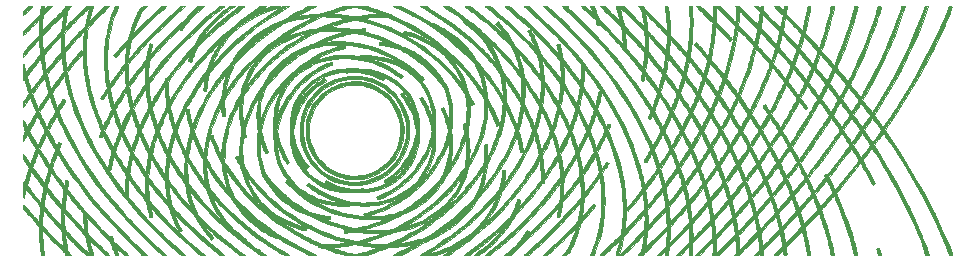
<source format=gbr>
G04 #@! TF.GenerationSoftware,KiCad,Pcbnew,5.1.5-52549c5~84~ubuntu18.04.1*
G04 #@! TF.CreationDate,2020-03-30T00:09:55-04:00*
G04 #@! TF.ProjectId,mikrokosmos_panel,6d696b72-6f6b-46f7-936d-6f735f70616e,rev?*
G04 #@! TF.SameCoordinates,Original*
G04 #@! TF.FileFunction,Copper,L1,Top*
G04 #@! TF.FilePolarity,Positive*
%FSLAX46Y46*%
G04 Gerber Fmt 4.6, Leading zero omitted, Abs format (unit mm)*
G04 Created by KiCad (PCBNEW 5.1.5-52549c5~84~ubuntu18.04.1) date 2020-03-30 00:09:55*
%MOMM*%
%LPD*%
G04 APERTURE LIST*
%ADD10C,0.010000*%
G04 APERTURE END LIST*
D10*
G36*
X60702283Y-89701873D02*
G01*
X60934007Y-89352502D01*
X60808279Y-88962137D01*
X60759654Y-88809732D01*
X60711319Y-88655719D01*
X60667843Y-88514829D01*
X60633798Y-88401790D01*
X60624045Y-88368369D01*
X60596224Y-88273787D01*
X60573291Y-88199758D01*
X60559064Y-88158470D01*
X60556931Y-88154109D01*
X60537427Y-88163025D01*
X60511256Y-88192247D01*
X60500601Y-88201641D01*
X60492205Y-88195241D01*
X60485823Y-88168229D01*
X60481211Y-88115786D01*
X60478126Y-88033094D01*
X60476321Y-87915335D01*
X60475553Y-87757689D01*
X60475578Y-87555339D01*
X60475691Y-87491192D01*
X60476082Y-87268124D01*
X60476848Y-87094092D01*
X60478870Y-86967283D01*
X60483032Y-86885883D01*
X60490214Y-86848081D01*
X60501299Y-86852062D01*
X60517167Y-86896014D01*
X60538701Y-86978124D01*
X60566782Y-87096579D01*
X60599352Y-87236937D01*
X60625233Y-87342392D01*
X60648972Y-87428875D01*
X60667184Y-87484538D01*
X60673973Y-87498131D01*
X60694466Y-87485025D01*
X60741444Y-87437310D01*
X60810087Y-87360449D01*
X60895573Y-87259903D01*
X60993079Y-87141134D01*
X61033107Y-87091324D01*
X61155922Y-86938458D01*
X61288764Y-86774566D01*
X61421028Y-86612636D01*
X61542108Y-86465656D01*
X61634496Y-86354819D01*
X61895175Y-86044773D01*
X61859574Y-85681045D01*
X61844370Y-85518293D01*
X61829203Y-85343114D01*
X61815818Y-85176421D01*
X61805960Y-85039126D01*
X61805866Y-85037678D01*
X61787759Y-84758038D01*
X61623666Y-84935976D01*
X61563111Y-85002629D01*
X61475352Y-85100579D01*
X61366619Y-85222807D01*
X61243137Y-85362294D01*
X61111136Y-85512019D01*
X60976843Y-85664964D01*
X60972429Y-85670001D01*
X60485285Y-86226088D01*
X60477760Y-86042346D01*
X60477984Y-85919304D01*
X60491285Y-85837823D01*
X60506967Y-85804077D01*
X60535956Y-85767279D01*
X60594725Y-85697725D01*
X60678916Y-85600348D01*
X60784173Y-85480082D01*
X60906137Y-85341858D01*
X61040453Y-85190612D01*
X61182763Y-85031275D01*
X61328709Y-84868782D01*
X61473936Y-84708065D01*
X61512633Y-84665423D01*
X61777219Y-84374157D01*
X61784930Y-84057549D01*
X61789278Y-83901146D01*
X61795195Y-83718200D01*
X61801858Y-83532964D01*
X61807611Y-83389078D01*
X61822581Y-83037214D01*
X61357647Y-83516205D01*
X61218609Y-83659449D01*
X61078430Y-83803874D01*
X60944978Y-83941373D01*
X60826119Y-84063841D01*
X60729721Y-84163173D01*
X60683007Y-84211312D01*
X60473302Y-84427428D01*
X60472937Y-84240384D01*
X60472572Y-84053339D01*
X60655967Y-83859002D01*
X60723349Y-83788423D01*
X60819620Y-83688728D01*
X60937918Y-83566965D01*
X61071381Y-83430181D01*
X61213147Y-83285424D01*
X61352707Y-83143444D01*
X61866052Y-82622223D01*
X61906650Y-82315687D01*
X61922317Y-82196011D01*
X61935176Y-82095172D01*
X61943921Y-82023599D01*
X61947244Y-81991721D01*
X61947247Y-81991513D01*
X61970262Y-81981911D01*
X62029706Y-81975505D01*
X62089107Y-81973874D01*
X62169547Y-81974956D01*
X62210343Y-81982283D01*
X62222699Y-82001977D01*
X62217823Y-82040158D01*
X62217103Y-82043794D01*
X62203634Y-82116505D01*
X62188749Y-82203286D01*
X62186767Y-82215416D01*
X62170295Y-82317117D01*
X62345445Y-82145496D01*
X62520595Y-81973874D01*
X62710648Y-81974859D01*
X62900700Y-81975845D01*
X62121046Y-82738971D01*
X62098636Y-82972989D01*
X62089820Y-83080854D01*
X62080244Y-83224444D01*
X62070803Y-83388659D01*
X62062394Y-83558401D01*
X62058571Y-83647738D01*
X62040914Y-84088469D01*
X62601965Y-83507898D01*
X62765069Y-83339773D01*
X62939972Y-83160628D01*
X63117291Y-82979994D01*
X63287645Y-82807402D01*
X63441655Y-82652383D01*
X63569937Y-82524467D01*
X63570858Y-82523555D01*
X63729550Y-82363888D01*
X63850490Y-82236408D01*
X63934508Y-82140177D01*
X63982438Y-82074261D01*
X63994723Y-82046828D01*
X64010747Y-81973874D01*
X64527927Y-81975728D01*
X64380343Y-82114830D01*
X64306592Y-82190284D01*
X64246778Y-82262365D01*
X64212206Y-82317238D01*
X64209716Y-82323663D01*
X64194151Y-82383309D01*
X64173880Y-82479523D01*
X64150174Y-82604318D01*
X64124306Y-82749706D01*
X64097550Y-82907699D01*
X64071176Y-83070309D01*
X64046458Y-83229548D01*
X64024667Y-83377430D01*
X64007077Y-83505966D01*
X63994960Y-83607169D01*
X63989588Y-83673051D01*
X63991228Y-83695263D01*
X64009635Y-83678977D01*
X64060627Y-83630290D01*
X64140704Y-83552630D01*
X64246366Y-83449424D01*
X64374113Y-83324099D01*
X64520446Y-83180082D01*
X64681863Y-83020801D01*
X64854866Y-82849683D01*
X64867518Y-82837155D01*
X65739173Y-81973874D01*
X66057942Y-81973874D01*
X66193154Y-81974849D01*
X66284368Y-81978285D01*
X66338407Y-81984950D01*
X66362096Y-81995612D01*
X66363519Y-82008252D01*
X66337793Y-82082821D01*
X66304217Y-82191120D01*
X66265193Y-82324226D01*
X66223122Y-82473212D01*
X66180405Y-82629154D01*
X66139443Y-82783127D01*
X66102637Y-82926207D01*
X66072388Y-83049469D01*
X66051098Y-83143987D01*
X66041167Y-83200837D01*
X66040740Y-83208013D01*
X66058107Y-83201260D01*
X66107876Y-83161692D01*
X66186550Y-83092512D01*
X66290635Y-82996921D01*
X66416634Y-82878121D01*
X66561050Y-82739313D01*
X66691314Y-82612265D01*
X67341888Y-81973874D01*
X67748537Y-81973874D01*
X67473067Y-82232875D01*
X67387287Y-82314612D01*
X67272312Y-82425795D01*
X67134843Y-82559853D01*
X66981584Y-82710217D01*
X66819239Y-82870318D01*
X66654511Y-83033587D01*
X66558537Y-83129121D01*
X65919477Y-83766367D01*
X65878335Y-84096897D01*
X65847430Y-84353670D01*
X65823431Y-84576495D01*
X65805516Y-84778833D01*
X65792863Y-84974145D01*
X65784647Y-85175890D01*
X65780048Y-85397531D01*
X65778242Y-85652527D01*
X65778123Y-85736837D01*
X65779739Y-86050621D01*
X65785486Y-86327978D01*
X65796253Y-86583227D01*
X65812926Y-86830690D01*
X65836393Y-87084685D01*
X65867541Y-87359534D01*
X65889506Y-87534378D01*
X66003176Y-88265341D01*
X66156717Y-89013081D01*
X66347461Y-89766519D01*
X66572739Y-90514575D01*
X66693860Y-90872773D01*
X66750965Y-91032870D01*
X66813616Y-91203822D01*
X66879083Y-91378644D01*
X66944635Y-91550349D01*
X67007542Y-91711952D01*
X67065074Y-91856466D01*
X67114499Y-91976907D01*
X67153087Y-92066288D01*
X67178108Y-92117623D01*
X67183652Y-92125881D01*
X67199652Y-92110086D01*
X67234200Y-92054708D01*
X67283842Y-91966005D01*
X67345122Y-91850238D01*
X67414588Y-91713667D01*
X67445144Y-91652073D01*
X67526803Y-91487677D01*
X67610530Y-91321591D01*
X67690407Y-91165378D01*
X67760517Y-91030605D01*
X67814940Y-90928835D01*
X67819369Y-90920778D01*
X67950401Y-90683264D01*
X67847225Y-90312024D01*
X67802046Y-90145177D01*
X67753963Y-89960476D01*
X67708537Y-89779678D01*
X67671326Y-89624541D01*
X67669307Y-89615789D01*
X67640870Y-89494327D01*
X67615981Y-89392084D01*
X67597027Y-89318580D01*
X67586396Y-89283332D01*
X67585505Y-89281735D01*
X67569495Y-89298545D01*
X67532081Y-89350955D01*
X67478515Y-89431259D01*
X67414045Y-89531750D01*
X67400320Y-89553570D01*
X67333023Y-89659489D01*
X67274429Y-89749088D01*
X67230224Y-89813855D01*
X67206099Y-89845280D01*
X67204432Y-89846676D01*
X67168468Y-89844699D01*
X67113206Y-89819820D01*
X67054730Y-89782468D01*
X67009124Y-89743071D01*
X66992471Y-89712057D01*
X66993083Y-89709642D01*
X67010694Y-89678238D01*
X67051633Y-89611808D01*
X67111209Y-89517764D01*
X67184729Y-89403516D01*
X67262310Y-89284400D01*
X67518416Y-88893351D01*
X67465744Y-88548078D01*
X67424077Y-88260928D01*
X67391058Y-87998176D01*
X67365572Y-87746127D01*
X67346504Y-87491088D01*
X67332739Y-87219365D01*
X67323162Y-86917263D01*
X67319658Y-86753854D01*
X67315523Y-86392727D01*
X67317958Y-86070231D01*
X67327566Y-85774496D01*
X67344948Y-85493654D01*
X67370705Y-85215836D01*
X67405440Y-84929173D01*
X67416167Y-84850643D01*
X67517300Y-84250588D01*
X67651991Y-83652257D01*
X67816874Y-83068180D01*
X68008581Y-82510882D01*
X68120967Y-82228128D01*
X68221928Y-81986587D01*
X68364467Y-81978962D01*
X68441835Y-81976277D01*
X68493602Y-81977266D01*
X68507007Y-81980357D01*
X68497822Y-82005806D01*
X68472595Y-82069534D01*
X68434816Y-82162870D01*
X68387976Y-82277143D01*
X68369968Y-82320769D01*
X68175864Y-82826706D01*
X68010280Y-83339152D01*
X67871064Y-83866889D01*
X67756061Y-84418700D01*
X67663118Y-85003369D01*
X67613390Y-85406307D01*
X67603036Y-85532812D01*
X67594710Y-85701000D01*
X67588420Y-85901743D01*
X67584171Y-86125913D01*
X67581971Y-86364381D01*
X67581828Y-86608020D01*
X67583747Y-86847701D01*
X67587735Y-87074297D01*
X67593799Y-87278680D01*
X67601947Y-87451722D01*
X67611765Y-87580181D01*
X67634376Y-87794583D01*
X67657075Y-87991640D01*
X67679095Y-88165957D01*
X67699668Y-88312138D01*
X67718026Y-88424789D01*
X67733403Y-88498513D01*
X67745032Y-88527916D01*
X67746586Y-88528116D01*
X67766636Y-88506357D01*
X67812036Y-88449183D01*
X67878374Y-88362410D01*
X67961235Y-88251853D01*
X68056205Y-88123327D01*
X68118744Y-88037838D01*
X68242005Y-87870010D01*
X68377500Y-87687721D01*
X68515029Y-87504547D01*
X68644391Y-87334068D01*
X68755388Y-87189861D01*
X68765771Y-87176527D01*
X69060728Y-86798300D01*
X69077955Y-86528179D01*
X69090712Y-86357353D01*
X69108191Y-86164214D01*
X69128840Y-85962974D01*
X69151109Y-85767849D01*
X69173448Y-85593050D01*
X69194305Y-85452793D01*
X69197022Y-85436702D01*
X69209527Y-85352265D01*
X69214966Y-85289851D01*
X69212603Y-85264389D01*
X69193566Y-85279348D01*
X69146485Y-85326761D01*
X69076676Y-85400701D01*
X68989451Y-85495244D01*
X68890126Y-85604462D01*
X68784015Y-85722429D01*
X68676433Y-85843219D01*
X68572694Y-85960906D01*
X68478113Y-86069564D01*
X68398003Y-86163267D01*
X68337680Y-86236087D01*
X68313053Y-86267480D01*
X68291094Y-86258546D01*
X68242429Y-86225462D01*
X68202726Y-86195148D01*
X68099504Y-86113394D01*
X68199185Y-85994336D01*
X68303270Y-85871870D01*
X68434264Y-85720666D01*
X68584579Y-85549342D01*
X68746621Y-85366514D01*
X68912800Y-85180801D01*
X69037422Y-85042778D01*
X69332488Y-84717387D01*
X69403224Y-84446152D01*
X69564232Y-83899885D01*
X69762034Y-83348814D01*
X69989408Y-82811691D01*
X70193597Y-82393394D01*
X70268427Y-82252508D01*
X70325270Y-82152485D01*
X70367600Y-82088090D01*
X70398891Y-82054086D01*
X70422617Y-82045235D01*
X70424427Y-82045481D01*
X70477911Y-82035877D01*
X70514995Y-82012573D01*
X70553065Y-81990466D01*
X70612980Y-81979399D01*
X70706750Y-81977684D01*
X70753042Y-81979105D01*
X70945840Y-81986587D01*
X70714801Y-82189990D01*
X70626398Y-82268653D01*
X70559957Y-82332239D01*
X70507769Y-82391423D01*
X70462122Y-82456882D01*
X70415306Y-82539291D01*
X70359610Y-82649326D01*
X70310800Y-82749350D01*
X70242324Y-82892765D01*
X70174321Y-83039545D01*
X70113535Y-83174852D01*
X70066711Y-83283847D01*
X70056588Y-83308709D01*
X70020692Y-83401961D01*
X69977432Y-83519566D01*
X69929893Y-83652528D01*
X69881156Y-83791851D01*
X69834307Y-83928537D01*
X69792426Y-84053590D01*
X69758598Y-84158013D01*
X69735905Y-84232810D01*
X69727430Y-84268983D01*
X69727427Y-84269244D01*
X69744798Y-84257865D01*
X69794343Y-84214262D01*
X69872207Y-84142099D01*
X69974538Y-84045039D01*
X70097483Y-83926745D01*
X70237186Y-83790881D01*
X70389797Y-83641109D01*
X70432983Y-83598497D01*
X70616627Y-83418222D01*
X70813014Y-83227456D01*
X71013569Y-83034391D01*
X71209718Y-82847222D01*
X71392888Y-82674140D01*
X71554504Y-82523340D01*
X71647047Y-82438315D01*
X72155555Y-81975121D01*
X72358959Y-81975243D01*
X72562362Y-81975365D01*
X72473373Y-82054861D01*
X72429586Y-82094002D01*
X72354361Y-82161273D01*
X72254155Y-82250899D01*
X72135426Y-82357104D01*
X72004632Y-82474110D01*
X71914014Y-82555181D01*
X71798904Y-82660154D01*
X71653977Y-82795509D01*
X71485202Y-82955502D01*
X71298545Y-83134390D01*
X71099977Y-83326427D01*
X70895464Y-83525869D01*
X70690977Y-83726973D01*
X70511409Y-83905120D01*
X69579175Y-84834235D01*
X69550291Y-84974074D01*
X69524285Y-85108523D01*
X69497009Y-85264489D01*
X69469460Y-85434579D01*
X69442634Y-85611396D01*
X69417526Y-85787545D01*
X69395134Y-85955631D01*
X69376454Y-86108259D01*
X69362481Y-86238032D01*
X69354212Y-86337556D01*
X69352644Y-86399435D01*
X69356001Y-86416329D01*
X69374243Y-86400442D01*
X69420566Y-86351224D01*
X69490119Y-86274088D01*
X69578047Y-86174446D01*
X69679498Y-86057711D01*
X69726139Y-86003529D01*
X70476066Y-85159036D01*
X71269393Y-84321503D01*
X72098671Y-83498425D01*
X72956452Y-82697298D01*
X73435392Y-82270756D01*
X73774488Y-81973874D01*
X73982039Y-81974372D01*
X74189589Y-81974870D01*
X74075374Y-82069717D01*
X73484930Y-82574882D01*
X72881054Y-83120127D01*
X72270378Y-83698811D01*
X71659536Y-84304287D01*
X71055160Y-84929914D01*
X70463884Y-85569047D01*
X69892338Y-86215042D01*
X69627444Y-86525025D01*
X69316069Y-86893694D01*
X69334215Y-87478479D01*
X69340236Y-87657105D01*
X69346904Y-87828813D01*
X69353762Y-87983617D01*
X69360358Y-88111532D01*
X69366235Y-88202573D01*
X69368272Y-88226318D01*
X69384184Y-88389373D01*
X69498107Y-88226318D01*
X69601766Y-88080975D01*
X69730292Y-87905549D01*
X69876544Y-87709469D01*
X70033379Y-87502163D01*
X70193656Y-87293060D01*
X70350232Y-87091589D01*
X70495965Y-86907179D01*
X70521828Y-86874861D01*
X70620097Y-86752123D01*
X70707504Y-86642515D01*
X70779038Y-86552359D01*
X70829688Y-86487974D01*
X70854439Y-86455682D01*
X70855808Y-86453685D01*
X70864747Y-86421857D01*
X70879770Y-86350151D01*
X70898851Y-86248892D01*
X70919965Y-86128404D01*
X70921964Y-86116563D01*
X70946077Y-85982112D01*
X70975215Y-85833435D01*
X71007399Y-85679204D01*
X71040649Y-85528088D01*
X71072986Y-85388757D01*
X71102432Y-85269884D01*
X71127006Y-85180137D01*
X71144731Y-85128187D01*
X71149455Y-85119937D01*
X71183026Y-85114140D01*
X71242705Y-85124960D01*
X71254557Y-85128533D01*
X71320943Y-85149619D01*
X71367512Y-85164092D01*
X71370690Y-85165042D01*
X71378500Y-85190749D01*
X71371357Y-85259991D01*
X71349002Y-85374450D01*
X71316907Y-85512403D01*
X71284703Y-85646732D01*
X71255516Y-85772327D01*
X71232272Y-85876333D01*
X71217898Y-85945895D01*
X71216620Y-85952953D01*
X71198863Y-86054655D01*
X71321253Y-85914895D01*
X71599604Y-85602929D01*
X71906357Y-85269631D01*
X72232968Y-84923746D01*
X72570890Y-84574021D01*
X72911578Y-84229201D01*
X73246487Y-83898032D01*
X73567071Y-83589259D01*
X73864784Y-83311629D01*
X73866565Y-83310001D01*
X74011718Y-83173851D01*
X74165165Y-83023943D01*
X74315207Y-82872112D01*
X74450148Y-82730190D01*
X74557015Y-82611491D01*
X74664710Y-82488622D01*
X74775769Y-82365107D01*
X74879695Y-82252415D01*
X74965988Y-82162015D01*
X74995940Y-82131987D01*
X75158730Y-81972282D01*
X75482974Y-81979435D01*
X75807219Y-81986587D01*
X75321928Y-82390050D01*
X75096527Y-82578804D01*
X74905944Y-82742226D01*
X74744801Y-82886135D01*
X74607723Y-83016345D01*
X74489333Y-83138675D01*
X74384252Y-83258941D01*
X74287106Y-83382959D01*
X74192516Y-83516547D01*
X74095107Y-83665522D01*
X73997040Y-83823356D01*
X73943021Y-83907148D01*
X73896530Y-83971013D01*
X73865189Y-84004773D01*
X73859059Y-84007596D01*
X73822360Y-83995386D01*
X73763998Y-83965061D01*
X73750386Y-83956962D01*
X73687756Y-83923732D01*
X73639893Y-83906768D01*
X73634062Y-83906207D01*
X73609098Y-83923710D01*
X73552859Y-83973488D01*
X73469608Y-84051442D01*
X73363605Y-84153475D01*
X73239113Y-84275489D01*
X73100394Y-84413385D01*
X72966397Y-84548199D01*
X72748421Y-84770467D01*
X72531809Y-84994658D01*
X72319687Y-85217311D01*
X72115184Y-85434967D01*
X71921425Y-85644166D01*
X71741538Y-85841451D01*
X71578650Y-86023360D01*
X71435887Y-86186436D01*
X71316376Y-86327218D01*
X71223245Y-86442248D01*
X71159621Y-86528066D01*
X71128630Y-86581213D01*
X71128584Y-86581334D01*
X71114773Y-86641159D01*
X71101056Y-86742574D01*
X71088010Y-86876324D01*
X71076212Y-87033149D01*
X71066236Y-87203793D01*
X71058661Y-87378999D01*
X71054063Y-87549509D01*
X71053018Y-87706065D01*
X71054052Y-87778107D01*
X71062262Y-88128587D01*
X71459747Y-87600129D01*
X72086197Y-86801302D01*
X72758532Y-86008536D01*
X73471796Y-85226901D01*
X74221032Y-84461470D01*
X75001284Y-83717310D01*
X75807596Y-82999493D01*
X76602574Y-82339075D01*
X77057800Y-81973874D01*
X77275076Y-81973874D01*
X77369402Y-81976085D01*
X77437211Y-81981995D01*
X77468531Y-81990524D01*
X77468198Y-81994813D01*
X77439214Y-82017999D01*
X77379031Y-82064910D01*
X77296856Y-82128402D01*
X77215215Y-82191125D01*
X76620721Y-82662044D01*
X76014273Y-83171731D01*
X75404186Y-83712316D01*
X74798773Y-84275929D01*
X74206349Y-84854702D01*
X73635227Y-85440765D01*
X73093722Y-86026249D01*
X72743101Y-86424154D01*
X72618803Y-86570597D01*
X72479809Y-86738414D01*
X72330025Y-86922555D01*
X72173356Y-87117970D01*
X72013709Y-87319608D01*
X71854990Y-87522419D01*
X71701105Y-87721354D01*
X71555960Y-87911362D01*
X71423461Y-88087394D01*
X71307514Y-88244399D01*
X71212025Y-88377327D01*
X71140899Y-88481128D01*
X71098044Y-88550752D01*
X71097553Y-88551666D01*
X71084720Y-88586883D01*
X71078338Y-88638327D01*
X71078377Y-88714767D01*
X71084804Y-88824973D01*
X71096070Y-88960792D01*
X71111845Y-89118997D01*
X71131379Y-89285769D01*
X71153538Y-89454167D01*
X71177189Y-89617252D01*
X71201200Y-89768082D01*
X71224438Y-89899717D01*
X71245771Y-90005218D01*
X71264066Y-90077643D01*
X71278190Y-90110052D01*
X71283440Y-90108908D01*
X71427012Y-89867049D01*
X71550352Y-89660948D01*
X71658609Y-89482299D01*
X71756934Y-89322798D01*
X71850477Y-89174140D01*
X71944389Y-89028019D01*
X72043819Y-88876131D01*
X72109094Y-88777533D01*
X72224204Y-88602472D01*
X72312325Y-88464104D01*
X72376106Y-88357804D01*
X72418201Y-88278947D01*
X72441259Y-88222909D01*
X72447947Y-88186472D01*
X72455349Y-88095585D01*
X72481338Y-88045044D01*
X72531590Y-88026013D01*
X72551586Y-88025125D01*
X72583306Y-88020529D01*
X72616612Y-88002795D01*
X72657336Y-87966008D01*
X72711312Y-87904255D01*
X72784371Y-87811618D01*
X72858699Y-87713664D01*
X73549435Y-86835590D01*
X74274556Y-85992390D01*
X74702413Y-85527960D01*
X74829414Y-85388737D01*
X74927541Y-85268888D01*
X75006842Y-85155058D01*
X75077361Y-85033890D01*
X75085442Y-85018729D01*
X75379127Y-84514584D01*
X75719029Y-84023454D01*
X76101250Y-83549747D01*
X76521890Y-83097866D01*
X76977050Y-82672218D01*
X77462832Y-82277208D01*
X77605513Y-82171457D01*
X77876276Y-81974945D01*
X78125035Y-81974410D01*
X78373793Y-81973874D01*
X77997907Y-82226201D01*
X77490821Y-82590784D01*
X77027213Y-82975427D01*
X76602095Y-83384799D01*
X76210481Y-83823570D01*
X75980622Y-84114670D01*
X75872887Y-84258822D01*
X75796533Y-84364359D01*
X75751323Y-84432492D01*
X75737018Y-84464431D01*
X75753382Y-84461386D01*
X75800176Y-84424568D01*
X75877162Y-84355187D01*
X75946082Y-84290552D01*
X76282476Y-83979905D01*
X76652039Y-83652474D01*
X77044094Y-83317224D01*
X77447961Y-82983119D01*
X77852959Y-82659124D01*
X78248410Y-82354204D01*
X78291251Y-82321925D01*
X78754321Y-81973874D01*
X78976359Y-81975287D01*
X79198398Y-81976699D01*
X79134834Y-82024825D01*
X79096188Y-82053778D01*
X79023587Y-82107885D01*
X78923927Y-82182018D01*
X78804106Y-82271049D01*
X78671018Y-82369849D01*
X78613613Y-82412439D01*
X78061237Y-82833586D01*
X77506157Y-83278746D01*
X76958282Y-83739384D01*
X76427526Y-84206963D01*
X75923800Y-84672946D01*
X75457016Y-85128798D01*
X75442108Y-85143821D01*
X75336993Y-85250600D01*
X75259712Y-85333178D01*
X75202144Y-85403315D01*
X75156172Y-85472771D01*
X75113676Y-85553307D01*
X75066538Y-85656685D01*
X75029862Y-85741009D01*
X74965424Y-85895641D01*
X74897054Y-86069129D01*
X74833538Y-86238703D01*
X74789566Y-86363834D01*
X74746471Y-86491204D01*
X74713705Y-86576951D01*
X74684689Y-86627409D01*
X74652841Y-86648912D01*
X74611582Y-86647794D01*
X74554329Y-86630389D01*
X74523748Y-86619682D01*
X74434675Y-86588589D01*
X74533499Y-86297210D01*
X74571133Y-86184675D01*
X74601274Y-86091514D01*
X74620939Y-86027177D01*
X74627141Y-86001113D01*
X74627072Y-86001004D01*
X74608952Y-86017157D01*
X74562845Y-86066400D01*
X74493691Y-86143075D01*
X74406430Y-86241520D01*
X74306002Y-86356077D01*
X74197348Y-86481085D01*
X74085407Y-86610885D01*
X73975119Y-86739817D01*
X73871426Y-86862220D01*
X73780850Y-86970525D01*
X73614354Y-87174441D01*
X73433940Y-87400839D01*
X73250521Y-87635700D01*
X73075011Y-87865003D01*
X72918324Y-88074727D01*
X72871627Y-88138599D01*
X72723235Y-88342943D01*
X72738800Y-88927728D01*
X72744866Y-89112827D01*
X72752952Y-89297023D01*
X72762399Y-89468731D01*
X72772548Y-89616365D01*
X72782739Y-89728340D01*
X72785811Y-89754054D01*
X72800674Y-89864736D01*
X72812019Y-89931811D01*
X72822617Y-89962135D01*
X72835237Y-89962562D01*
X72852648Y-89939946D01*
X72857732Y-89932032D01*
X72883702Y-89889980D01*
X72930662Y-89812713D01*
X72993515Y-89708665D01*
X73067165Y-89586272D01*
X73134292Y-89474375D01*
X73620420Y-88707011D01*
X74154481Y-87946722D01*
X74733736Y-87196331D01*
X75355446Y-86458662D01*
X76016871Y-85736538D01*
X76715271Y-85032783D01*
X77447906Y-84350221D01*
X78212038Y-83691676D01*
X79004927Y-83059971D01*
X79823833Y-82457930D01*
X80182765Y-82209226D01*
X80531496Y-81971943D01*
X80999066Y-81986587D01*
X80728011Y-82160278D01*
X80625766Y-82226516D01*
X80541167Y-82282691D01*
X80482312Y-82323325D01*
X80457300Y-82342940D01*
X80456957Y-82343648D01*
X80478498Y-82338648D01*
X80536205Y-82317145D01*
X80619700Y-82283123D01*
X80666716Y-82263159D01*
X80785460Y-82213534D01*
X80928876Y-82155688D01*
X81073880Y-82098863D01*
X81140535Y-82073433D01*
X81404593Y-81973874D01*
X81852446Y-81976521D01*
X82011913Y-81977629D01*
X82125462Y-81979177D01*
X82198028Y-81981773D01*
X82234543Y-81986021D01*
X82239940Y-81992527D01*
X82219154Y-82001895D01*
X82177117Y-82014731D01*
X82173173Y-82015872D01*
X81663181Y-82172972D01*
X81193735Y-82338692D01*
X80754755Y-82516852D01*
X80336164Y-82711271D01*
X80329829Y-82714409D01*
X79751962Y-83026401D01*
X79213903Y-83369668D01*
X78714791Y-83744956D01*
X78253768Y-84153011D01*
X77829972Y-84594581D01*
X77442545Y-85070411D01*
X77170746Y-85457158D01*
X77074572Y-85610584D01*
X76968803Y-85791923D01*
X76859365Y-85989865D01*
X76752188Y-86193102D01*
X76653199Y-86390328D01*
X76568326Y-86570233D01*
X76503497Y-86721509D01*
X76490994Y-86753854D01*
X76438494Y-86893694D01*
X76534462Y-86791199D01*
X76580646Y-86741469D01*
X76654375Y-86661596D01*
X76748864Y-86558952D01*
X76857328Y-86440909D01*
X76972984Y-86314838D01*
X77002446Y-86282690D01*
X77651374Y-85607781D01*
X78345352Y-84949600D01*
X79080408Y-84311371D01*
X79852568Y-83696313D01*
X80657860Y-83107650D01*
X81492309Y-82548601D01*
X81993975Y-82235614D01*
X82424987Y-81973874D01*
X82961361Y-81974996D01*
X82821521Y-82054544D01*
X81914027Y-82594940D01*
X81044464Y-83162857D01*
X80204838Y-83763976D01*
X79387158Y-84403983D01*
X78702602Y-84983520D01*
X78581289Y-85092955D01*
X78432449Y-85232257D01*
X78262383Y-85395126D01*
X78077387Y-85575258D01*
X77883761Y-85766354D01*
X77687803Y-85962111D01*
X77495811Y-86156228D01*
X77314083Y-86342402D01*
X77148919Y-86514333D01*
X77006615Y-86665719D01*
X76893472Y-86790258D01*
X76869647Y-86817418D01*
X76694854Y-87019782D01*
X76543696Y-87197190D01*
X76418244Y-87347135D01*
X76320569Y-87467107D01*
X76252744Y-87554598D01*
X76216839Y-87607100D01*
X76215512Y-87609517D01*
X76198088Y-87658969D01*
X76174727Y-87749064D01*
X76147317Y-87870201D01*
X76117746Y-88012777D01*
X76087904Y-88167190D01*
X76059678Y-88323838D01*
X76034958Y-88473120D01*
X76015632Y-88605433D01*
X76008749Y-88660761D01*
X75990166Y-88823195D01*
X75976023Y-88941962D01*
X75964484Y-89023856D01*
X75953713Y-89075674D01*
X75941874Y-89104211D01*
X75927131Y-89116260D01*
X75907648Y-89118618D01*
X75885178Y-89118072D01*
X75807805Y-89111569D01*
X75757279Y-89101784D01*
X75728131Y-89091609D01*
X75711656Y-89073086D01*
X75705774Y-89035158D01*
X75708407Y-88966769D01*
X75715508Y-88879659D01*
X75727655Y-88762397D01*
X75745587Y-88617939D01*
X75766363Y-88469186D01*
X75777784Y-88394789D01*
X75822295Y-88116103D01*
X75748649Y-88204098D01*
X75700318Y-88266855D01*
X75629468Y-88365573D01*
X75540762Y-88493236D01*
X75438860Y-88642829D01*
X75328424Y-88807335D01*
X75214116Y-88979739D01*
X75100597Y-89153025D01*
X74992529Y-89320176D01*
X74894574Y-89474178D01*
X74811392Y-89608013D01*
X74767628Y-89680577D01*
X74705549Y-89786658D01*
X74634393Y-89910486D01*
X74558289Y-90044622D01*
X74481366Y-90181626D01*
X74407752Y-90314057D01*
X74341577Y-90434474D01*
X74286970Y-90535438D01*
X74248059Y-90609509D01*
X74228973Y-90649245D01*
X74227727Y-90653473D01*
X74250515Y-90656919D01*
X74308362Y-90658430D01*
X74345991Y-90658255D01*
X74464255Y-90656657D01*
X74522660Y-90974475D01*
X74551695Y-91124122D01*
X74585097Y-91282627D01*
X74621026Y-91442666D01*
X74657641Y-91596916D01*
X74693102Y-91738054D01*
X74725568Y-91858756D01*
X74753199Y-91951699D01*
X74774155Y-92009560D01*
X74786596Y-92025015D01*
X74786651Y-92024954D01*
X74803391Y-91992547D01*
X74831463Y-91925241D01*
X74865464Y-91836157D01*
X74873718Y-91813514D01*
X75089692Y-91266591D01*
X75347491Y-90702957D01*
X75643435Y-90128607D01*
X75973847Y-89549534D01*
X76335051Y-88971731D01*
X76723368Y-88401193D01*
X77135122Y-87843911D01*
X77566633Y-87305881D01*
X77823307Y-87006380D01*
X77948687Y-86855501D01*
X78078355Y-86685493D01*
X78197033Y-86516905D01*
X78261973Y-86416310D01*
X78603150Y-85906195D01*
X78975800Y-85434507D01*
X79382278Y-84998921D01*
X79824938Y-84597107D01*
X80306137Y-84226737D01*
X80812912Y-83894737D01*
X80972185Y-83803289D01*
X81165825Y-83699970D01*
X81380736Y-83591157D01*
X81603822Y-83483225D01*
X81821986Y-83382551D01*
X82022133Y-83295511D01*
X82147747Y-83244857D01*
X82273982Y-83191299D01*
X82426396Y-83119094D01*
X82588108Y-83036643D01*
X82742234Y-82952346D01*
X82783383Y-82928590D01*
X83098603Y-82747472D01*
X83422501Y-82567856D01*
X83741652Y-82396961D01*
X84042627Y-82242006D01*
X84253888Y-82137930D01*
X84598353Y-81972285D01*
X85219989Y-81986587D01*
X85018703Y-82073039D01*
X84945004Y-82106135D01*
X84839931Y-82155303D01*
X84710176Y-82217236D01*
X84562434Y-82288628D01*
X84403396Y-82366174D01*
X84239756Y-82446567D01*
X84078207Y-82526501D01*
X83925441Y-82602670D01*
X83788152Y-82671768D01*
X83673032Y-82730488D01*
X83586775Y-82775526D01*
X83536073Y-82803574D01*
X83525882Y-82810445D01*
X83541088Y-82813642D01*
X83597326Y-82807705D01*
X83685843Y-82793845D01*
X83797882Y-82773273D01*
X83805561Y-82771773D01*
X84107851Y-82718797D01*
X84442846Y-82671038D01*
X84792496Y-82630663D01*
X85138747Y-82599841D01*
X85351351Y-82586070D01*
X85783583Y-82562735D01*
X86241241Y-82393382D01*
X86423797Y-82327552D01*
X86627604Y-82256890D01*
X86833387Y-82187907D01*
X87021870Y-82127112D01*
X87113069Y-82098951D01*
X87527240Y-81973874D01*
X89543459Y-81973874D01*
X89888246Y-82078541D01*
X90010830Y-82117008D01*
X90157206Y-82164939D01*
X90319196Y-82219451D01*
X90488624Y-82277662D01*
X90657315Y-82336690D01*
X90817090Y-82393653D01*
X90959775Y-82445667D01*
X91077192Y-82489851D01*
X91161165Y-82523322D01*
X91199199Y-82540680D01*
X91249819Y-82556698D01*
X91332919Y-82571852D01*
X91426971Y-82582522D01*
X91521080Y-82591822D01*
X91576251Y-82603792D01*
X91604362Y-82622983D01*
X91617291Y-82653947D01*
X91617689Y-82655620D01*
X91630546Y-82680055D01*
X91661759Y-82708093D01*
X91716970Y-82742925D01*
X91801819Y-82787747D01*
X91921947Y-82845750D01*
X92082994Y-82920128D01*
X92092922Y-82924653D01*
X92906104Y-83321398D01*
X93698692Y-83760666D01*
X94467970Y-84240189D01*
X95211221Y-84757698D01*
X95925729Y-85310924D01*
X96608778Y-85897600D01*
X97257651Y-86515456D01*
X97869632Y-87162225D01*
X98442005Y-87835637D01*
X98972052Y-88533425D01*
X99198725Y-88858737D01*
X99289633Y-88991594D01*
X99356010Y-89085077D01*
X99400736Y-89142641D01*
X99426692Y-89167741D01*
X99436758Y-89163833D01*
X99435390Y-89142623D01*
X99333740Y-88628796D01*
X99212251Y-88155060D01*
X99068477Y-87713723D01*
X98899971Y-87297091D01*
X98747141Y-86979174D01*
X98713709Y-86916268D01*
X98680073Y-86859256D01*
X98641756Y-86803042D01*
X98594284Y-86742530D01*
X98533181Y-86672621D01*
X98453971Y-86588221D01*
X98352180Y-86484232D01*
X98223330Y-86355557D01*
X98062947Y-86197100D01*
X98043837Y-86178273D01*
X97555555Y-85716728D01*
X97555555Y-85333839D01*
X97312745Y-85095746D01*
X97197045Y-84986000D01*
X97068893Y-84870387D01*
X96945047Y-84763737D01*
X96855087Y-84690749D01*
X96723345Y-84589541D01*
X96604742Y-84500589D01*
X96504917Y-84427937D01*
X96429512Y-84375630D01*
X96384165Y-84347711D01*
X96373273Y-84345227D01*
X96392072Y-84364268D01*
X96443868Y-84409056D01*
X96521758Y-84473811D01*
X96618843Y-84552753D01*
X96672022Y-84595415D01*
X96811500Y-84708121D01*
X96969767Y-84838069D01*
X97127271Y-84969097D01*
X97263163Y-85083942D01*
X97555555Y-85333839D01*
X97555555Y-85716728D01*
X97387045Y-85557445D01*
X96716744Y-84976721D01*
X96346192Y-84683888D01*
X96346192Y-84332205D01*
X96347847Y-84328727D01*
X96329948Y-84305524D01*
X96322422Y-84300301D01*
X96298652Y-84293822D01*
X96296997Y-84297300D01*
X96314896Y-84320502D01*
X96322422Y-84325726D01*
X96346192Y-84332205D01*
X96346192Y-84683888D01*
X96025626Y-84430556D01*
X95306383Y-83913410D01*
X94551707Y-83419740D01*
X93856156Y-83002449D01*
X93692409Y-82910511D01*
X93493257Y-82802731D01*
X93269456Y-82684605D01*
X93031758Y-82561628D01*
X92790918Y-82439296D01*
X92557689Y-82323103D01*
X92342826Y-82218545D01*
X92157082Y-82131117D01*
X92101801Y-82105968D01*
X91809409Y-81974468D01*
X92133429Y-81974171D01*
X92457450Y-81973874D01*
X93010607Y-82252638D01*
X93689602Y-82608732D01*
X94327570Y-82972356D01*
X94727236Y-83216832D01*
X94864346Y-83301977D01*
X94965035Y-83361502D01*
X95035024Y-83398242D01*
X95080038Y-83415029D01*
X95105798Y-83414700D01*
X95113790Y-83408306D01*
X95150086Y-83400635D01*
X95223892Y-83418061D01*
X95330084Y-83457971D01*
X95463536Y-83517747D01*
X95619125Y-83594775D01*
X95791726Y-83686437D01*
X95976213Y-83790119D01*
X96167463Y-83903204D01*
X96360351Y-84023077D01*
X96513113Y-84122582D01*
X97007619Y-84478500D01*
X97459584Y-84859987D01*
X97872145Y-85270269D01*
X98248439Y-85712570D01*
X98591604Y-86190118D01*
X98720507Y-86392071D01*
X98789061Y-86494319D01*
X98882268Y-86620965D01*
X98990196Y-86759132D01*
X99102911Y-86895941D01*
X99161762Y-86964143D01*
X99514760Y-87378959D01*
X99860240Y-87810981D01*
X100189633Y-88248807D01*
X100494367Y-88681040D01*
X100765874Y-89096279D01*
X100771871Y-89105877D01*
X100870219Y-89264065D01*
X100943823Y-89381085D01*
X100995997Y-89458176D01*
X101030055Y-89496581D01*
X101049312Y-89497541D01*
X101057080Y-89462297D01*
X101056675Y-89392089D01*
X101051409Y-89288160D01*
X101047240Y-89209009D01*
X101027470Y-88935642D01*
X100995399Y-88645674D01*
X100953278Y-88353631D01*
X100903358Y-88074040D01*
X100847887Y-87821425D01*
X100810441Y-87680372D01*
X100773737Y-87599454D01*
X100702457Y-87486993D01*
X100599262Y-87346077D01*
X100466814Y-87179789D01*
X100307776Y-86991217D01*
X100124809Y-86783446D01*
X99920575Y-86559561D01*
X99697736Y-86322650D01*
X99458954Y-86075796D01*
X99210654Y-85825826D01*
X98426680Y-85082035D01*
X97612112Y-84378557D01*
X96766062Y-83714715D01*
X95887641Y-83089831D01*
X94975959Y-82503225D01*
X94443934Y-82187373D01*
X94073527Y-81973874D01*
X94609088Y-81973874D01*
X94938178Y-82171725D01*
X95860600Y-82755205D01*
X96754865Y-83379265D01*
X97617668Y-84041444D01*
X98445706Y-84739280D01*
X98738991Y-85002719D01*
X98925411Y-85176583D01*
X99132052Y-85375391D01*
X99350122Y-85590247D01*
X99570831Y-85812254D01*
X99785388Y-86032514D01*
X99985003Y-86242130D01*
X100160884Y-86432206D01*
X100253156Y-86535204D01*
X100345804Y-86639574D01*
X100426074Y-86728624D01*
X100488296Y-86796176D01*
X100526798Y-86836047D01*
X100536644Y-86844151D01*
X100532344Y-86816813D01*
X100508040Y-86750952D01*
X100466772Y-86653377D01*
X100411580Y-86530895D01*
X100345503Y-86390314D01*
X100271583Y-86238442D01*
X100221065Y-86137481D01*
X99938132Y-85631356D01*
X99613865Y-85150645D01*
X99245820Y-84691994D01*
X98890771Y-84310976D01*
X98520768Y-83958467D01*
X98159645Y-83653920D01*
X97895538Y-83457433D01*
X97810193Y-83394102D01*
X97745064Y-83338970D01*
X97708630Y-83299613D01*
X97704165Y-83286470D01*
X97723852Y-83238165D01*
X97732627Y-83216459D01*
X97728879Y-83194830D01*
X97701661Y-83160836D01*
X97647039Y-83111108D01*
X97561082Y-83042278D01*
X97439858Y-82950977D01*
X97321903Y-82864619D01*
X97154395Y-82744348D01*
X96963868Y-82609821D01*
X96767603Y-82473101D01*
X96582887Y-82346255D01*
X96470587Y-82270383D01*
X96046680Y-81986587D01*
X96273105Y-81979282D01*
X96499530Y-81971978D01*
X96735150Y-82129859D01*
X97086340Y-82371170D01*
X97460508Y-82639163D01*
X97844951Y-82924290D01*
X98226969Y-83217004D01*
X98593859Y-83507754D01*
X98875705Y-83739005D01*
X99107235Y-83934135D01*
X99320434Y-84117874D01*
X99523127Y-84297448D01*
X99723139Y-84480084D01*
X99928296Y-84673008D01*
X100146425Y-84883449D01*
X100385350Y-85118632D01*
X100582420Y-85315125D01*
X100846215Y-85581062D01*
X101079739Y-85820730D01*
X101290293Y-86042125D01*
X101485176Y-86253248D01*
X101671689Y-86462096D01*
X101857131Y-86676667D01*
X102048801Y-86904959D01*
X102190435Y-87077028D01*
X102284241Y-87191044D01*
X102366445Y-87289595D01*
X102431914Y-87366641D01*
X102475517Y-87416140D01*
X102492086Y-87432105D01*
X102490671Y-87404092D01*
X102477869Y-87336110D01*
X102455900Y-87237185D01*
X102426985Y-87116345D01*
X102393343Y-86982617D01*
X102357195Y-86845027D01*
X102320762Y-86712604D01*
X102286264Y-86594372D01*
X102285015Y-86590260D01*
X102208361Y-86354206D01*
X102119994Y-86108472D01*
X102026003Y-85868739D01*
X101932478Y-85650684D01*
X101863808Y-85505813D01*
X101830769Y-85443125D01*
X101795545Y-85385459D01*
X101752954Y-85326953D01*
X101697811Y-85261745D01*
X101624931Y-85183975D01*
X101529132Y-85087780D01*
X101405228Y-84967299D01*
X101288544Y-84855377D01*
X100864598Y-84454895D01*
X100463917Y-84086987D01*
X100078067Y-83744466D01*
X99698614Y-83420145D01*
X99317124Y-83106838D01*
X98925163Y-82797357D01*
X98514296Y-82484516D01*
X98448960Y-82435696D01*
X98310539Y-82332480D01*
X98181794Y-82236418D01*
X98069703Y-82152722D01*
X97981246Y-82086603D01*
X97923401Y-82043276D01*
X97909074Y-82032494D01*
X97835235Y-81976699D01*
X98056366Y-81975287D01*
X98277498Y-81973874D01*
X98628438Y-82236231D01*
X99107711Y-82603529D01*
X99599735Y-82997496D01*
X100087700Y-83404259D01*
X100554795Y-83809946D01*
X100771871Y-84004967D01*
X100882309Y-84105376D01*
X100988028Y-84201446D01*
X101079360Y-84284397D01*
X101146640Y-84345447D01*
X101164761Y-84361866D01*
X101214672Y-84404806D01*
X101240319Y-84422208D01*
X101238816Y-84414715D01*
X101140651Y-84278700D01*
X101019720Y-84119700D01*
X100887506Y-83952320D01*
X100755487Y-83791166D01*
X100667259Y-83687492D01*
X100444213Y-83430639D01*
X100538600Y-83338472D01*
X100632987Y-83246306D01*
X100773626Y-83404635D01*
X101098331Y-83788327D01*
X101385742Y-84168244D01*
X101646066Y-84558752D01*
X101889513Y-84974220D01*
X101891849Y-84978462D01*
X102045041Y-85216288D01*
X102218827Y-85419019D01*
X102445420Y-85658784D01*
X102687694Y-85924456D01*
X102938485Y-86207602D01*
X103190634Y-86499789D01*
X103436978Y-86792584D01*
X103670356Y-87077552D01*
X103883608Y-87346260D01*
X104069571Y-87590275D01*
X104115409Y-87652523D01*
X104242442Y-87826567D01*
X104250717Y-87743743D01*
X104250924Y-87667575D01*
X104241923Y-87550353D01*
X104225090Y-87400759D01*
X104201802Y-87227477D01*
X104173434Y-87039190D01*
X104141365Y-86844580D01*
X104106968Y-86652331D01*
X104071622Y-86471125D01*
X104036703Y-86309645D01*
X104003586Y-86176574D01*
X104000564Y-86165653D01*
X103974118Y-86110052D01*
X103918315Y-86029105D01*
X103832094Y-85921648D01*
X103714394Y-85786516D01*
X103564156Y-85622546D01*
X103380320Y-85428573D01*
X103161825Y-85203432D01*
X102907611Y-84945960D01*
X102706517Y-84744548D01*
X102133983Y-84185765D01*
X101569980Y-83661320D01*
X101001373Y-83159549D01*
X100415024Y-82668787D01*
X99944605Y-82292184D01*
X99825335Y-82198349D01*
X99720253Y-82115556D01*
X99635726Y-82048829D01*
X99578121Y-82003197D01*
X99553806Y-81983685D01*
X99553570Y-81983477D01*
X99572019Y-81979146D01*
X99630363Y-81975830D01*
X99717645Y-81974044D01*
X99757671Y-81973874D01*
X99972366Y-81973874D01*
X100403901Y-82320627D01*
X100853756Y-82688098D01*
X101280937Y-83050006D01*
X101695395Y-83415345D01*
X102107085Y-83793109D01*
X102525959Y-84192293D01*
X102961970Y-84621891D01*
X103066516Y-84726743D01*
X103221453Y-84882315D01*
X103364624Y-85025501D01*
X103492216Y-85152530D01*
X103600415Y-85259631D01*
X103685407Y-85343032D01*
X103743378Y-85398962D01*
X103770514Y-85423650D01*
X103772072Y-85424409D01*
X103761484Y-85381808D01*
X103732076Y-85301423D01*
X103687375Y-85191144D01*
X103630913Y-85058863D01*
X103566218Y-84912470D01*
X103496820Y-84759857D01*
X103426250Y-84608913D01*
X103358036Y-84467531D01*
X103295709Y-84343601D01*
X103251401Y-84260412D01*
X103195776Y-84155576D01*
X103165439Y-84086285D01*
X103157856Y-84045520D01*
X103167492Y-84027996D01*
X103230328Y-83989690D01*
X103296393Y-83955266D01*
X103346797Y-83934214D01*
X103359304Y-83931632D01*
X103380135Y-83953538D01*
X103418277Y-84014326D01*
X103469965Y-84106601D01*
X103531437Y-84222965D01*
X103598927Y-84356023D01*
X103668671Y-84498380D01*
X103736905Y-84642638D01*
X103799864Y-84781403D01*
X103844573Y-84885085D01*
X103900876Y-85025557D01*
X103965078Y-85195186D01*
X104030029Y-85374556D01*
X104088578Y-85544253D01*
X104099667Y-85577682D01*
X104227097Y-85965173D01*
X104465856Y-86238743D01*
X104642314Y-86445077D01*
X104838928Y-86682195D01*
X105046888Y-86939088D01*
X105257380Y-87204748D01*
X105461594Y-87468164D01*
X105650718Y-87718329D01*
X105658788Y-87729173D01*
X105958658Y-88132420D01*
X105958441Y-87729173D01*
X105954848Y-87487236D01*
X105944947Y-87237586D01*
X105929673Y-86995706D01*
X105909961Y-86777079D01*
X105892167Y-86633056D01*
X105881193Y-86585353D01*
X105858926Y-86534686D01*
X105820300Y-86473570D01*
X105760250Y-86394520D01*
X105673708Y-86290051D01*
X105608238Y-86213536D01*
X104892671Y-85412706D01*
X104134026Y-84620127D01*
X103340073Y-83843429D01*
X102518582Y-83090240D01*
X101776176Y-82450530D01*
X101609206Y-82311292D01*
X101477991Y-82201850D01*
X101379890Y-82118663D01*
X101312260Y-82058186D01*
X101272461Y-82016876D01*
X101257851Y-81991190D01*
X101265789Y-81977585D01*
X101293633Y-81972518D01*
X101338742Y-81972445D01*
X101398475Y-81973823D01*
X101420926Y-81973993D01*
X101623623Y-81974112D01*
X101913819Y-82216713D01*
X102467406Y-82689575D01*
X103007148Y-83171583D01*
X103539193Y-83668745D01*
X104069689Y-84187069D01*
X104604783Y-84732564D01*
X105150621Y-85311238D01*
X105713351Y-85929098D01*
X105721957Y-85938700D01*
X105803073Y-86029230D01*
X105740188Y-85736837D01*
X105695194Y-85532687D01*
X105658516Y-85377417D01*
X105629850Y-85269794D01*
X105613375Y-85219468D01*
X105628020Y-85196759D01*
X105675897Y-85172134D01*
X105739897Y-85150850D01*
X105802908Y-85138163D01*
X105847821Y-85139329D01*
X105856759Y-85144700D01*
X105875169Y-85185169D01*
X105900591Y-85267505D01*
X105931144Y-85383508D01*
X105964948Y-85524978D01*
X106000121Y-85683716D01*
X106034784Y-85851520D01*
X106067055Y-86020192D01*
X106095054Y-86181532D01*
X106096269Y-86189015D01*
X106133585Y-86419735D01*
X106486456Y-86860118D01*
X106914978Y-87405995D01*
X107309641Y-87932110D01*
X107459928Y-88139540D01*
X107624024Y-88368369D01*
X107640147Y-88215816D01*
X107645717Y-88145538D01*
X107652283Y-88034199D01*
X107659374Y-87891570D01*
X107666518Y-87727418D01*
X107673243Y-87551513D01*
X107675795Y-87477523D01*
X107695319Y-86891783D01*
X107432460Y-86574920D01*
X106834806Y-85876021D01*
X106198630Y-85172513D01*
X105533777Y-84474389D01*
X104850088Y-83791640D01*
X104157407Y-83134256D01*
X103465578Y-82512229D01*
X103225425Y-82304691D01*
X103118068Y-82212721D01*
X103022323Y-82130335D01*
X102945820Y-82064126D01*
X102896185Y-82020683D01*
X102883090Y-82008872D01*
X102871170Y-81991484D01*
X102885834Y-81980921D01*
X102934645Y-81975594D01*
X103025163Y-81973913D01*
X103049572Y-81973874D01*
X103253285Y-81973874D01*
X103633449Y-82307351D01*
X104151230Y-82771603D01*
X104678410Y-83263481D01*
X105206115Y-83774091D01*
X105725467Y-84294537D01*
X106227591Y-84815925D01*
X106703611Y-85329359D01*
X107144546Y-85825826D01*
X107877812Y-86701626D01*
X108570113Y-87589601D01*
X109220181Y-88487717D01*
X109826744Y-89393939D01*
X110388535Y-90306232D01*
X110904284Y-91222563D01*
X111372720Y-92140895D01*
X111792574Y-93059195D01*
X112054566Y-93694995D01*
X112215586Y-94122114D01*
X112374249Y-94577035D01*
X112526715Y-95047140D01*
X112669143Y-95519811D01*
X112797694Y-95982429D01*
X112908529Y-96422378D01*
X112976829Y-96725668D01*
X113006476Y-96859246D01*
X113034115Y-96972277D01*
X113057580Y-97056761D01*
X113074705Y-97104696D01*
X113081515Y-97112405D01*
X113102684Y-97088306D01*
X113149202Y-97028608D01*
X113216841Y-96939072D01*
X113301369Y-96825462D01*
X113398557Y-96693538D01*
X113504174Y-96549064D01*
X113613991Y-96397801D01*
X113723776Y-96245513D01*
X113829301Y-96097961D01*
X113914635Y-95977524D01*
X114124763Y-95679371D01*
X114068268Y-95507153D01*
X114036303Y-95411831D01*
X113995251Y-95292553D01*
X113947916Y-95157132D01*
X113897101Y-95013378D01*
X113845611Y-94869102D01*
X113796249Y-94732116D01*
X113751818Y-94610232D01*
X113715123Y-94511259D01*
X113688968Y-94443009D01*
X113676155Y-94413294D01*
X113675416Y-94412688D01*
X113660963Y-94435463D01*
X113624089Y-94494391D01*
X113569193Y-94582421D01*
X113500672Y-94692503D01*
X113433225Y-94801001D01*
X113356195Y-94924847D01*
X113288726Y-95033052D01*
X113235278Y-95118487D01*
X113200310Y-95174023D01*
X113188397Y-95192460D01*
X113162750Y-95189169D01*
X113115240Y-95161382D01*
X113060236Y-95120279D01*
X113012112Y-95077039D01*
X112985238Y-95042843D01*
X112983907Y-95033382D01*
X113000620Y-95002790D01*
X113039905Y-94936462D01*
X113097314Y-94841738D01*
X113168397Y-94725960D01*
X113248675Y-94596517D01*
X113330138Y-94465481D01*
X113403592Y-94346763D01*
X113464269Y-94248113D01*
X113507399Y-94177284D01*
X113527988Y-94142442D01*
X113534190Y-94119983D01*
X113531976Y-94085457D01*
X113519637Y-94034275D01*
X113495460Y-93961849D01*
X113457735Y-93863593D01*
X113404750Y-93734917D01*
X113334795Y-93571233D01*
X113246159Y-93367955D01*
X113199908Y-93262763D01*
X113124274Y-93096357D01*
X113028775Y-92894573D01*
X112918039Y-92666598D01*
X112796695Y-92421617D01*
X112669373Y-92168816D01*
X112540702Y-91917380D01*
X112415309Y-91676496D01*
X112297825Y-91455347D01*
X112192878Y-91263121D01*
X112185990Y-91250752D01*
X111633012Y-90304342D01*
X111031462Y-89360291D01*
X110383618Y-88421393D01*
X109691756Y-87490440D01*
X108958154Y-86570225D01*
X108185089Y-85663543D01*
X107374837Y-84773185D01*
X106529677Y-83901947D01*
X105651885Y-83052619D01*
X105058426Y-82507808D01*
X104478643Y-81986587D01*
X104659549Y-81979112D01*
X104754556Y-81978091D01*
X104831962Y-81982523D01*
X104875480Y-81991452D01*
X104876173Y-81991824D01*
X104916374Y-82021762D01*
X104988813Y-82083317D01*
X105089341Y-82172587D01*
X105213805Y-82285672D01*
X105358054Y-82418670D01*
X105517936Y-82567679D01*
X105689302Y-82728799D01*
X105867998Y-82898127D01*
X106049875Y-83071763D01*
X106230780Y-83245805D01*
X106406563Y-83416352D01*
X106573072Y-83579503D01*
X106710293Y-83715516D01*
X107630960Y-84664452D01*
X108502434Y-85625109D01*
X109324648Y-86597401D01*
X110097536Y-87581243D01*
X110821031Y-88576551D01*
X111495068Y-89583239D01*
X112119580Y-90601224D01*
X112231203Y-90793425D01*
X112512875Y-91295750D01*
X112787345Y-91810550D01*
X113048675Y-92326014D01*
X113290930Y-92830330D01*
X113508173Y-93311687D01*
X113574498Y-93466167D01*
X113623112Y-93579523D01*
X113665628Y-93675925D01*
X113697655Y-93745601D01*
X113714802Y-93778783D01*
X113715322Y-93779475D01*
X113732261Y-93765211D01*
X113768883Y-93712412D01*
X113821530Y-93627724D01*
X113886548Y-93517792D01*
X113960283Y-93389262D01*
X114039078Y-93248779D01*
X114119280Y-93102988D01*
X114197231Y-92958535D01*
X114269279Y-92822065D01*
X114331767Y-92700223D01*
X114381040Y-92599655D01*
X114413443Y-92527007D01*
X114425322Y-92488922D01*
X114425325Y-92488623D01*
X114413111Y-92450504D01*
X114378224Y-92373329D01*
X114323298Y-92262147D01*
X114250966Y-92122009D01*
X114163860Y-91957964D01*
X114064613Y-91775063D01*
X113955859Y-91578357D01*
X113883185Y-91448795D01*
X113727654Y-91173065D01*
X113650614Y-91339674D01*
X113573573Y-91506283D01*
X113338373Y-91402969D01*
X113447331Y-91144641D01*
X113496354Y-91024421D01*
X113525589Y-90940870D01*
X113537435Y-90884904D01*
X113534291Y-90847437D01*
X113529087Y-90835049D01*
X113490930Y-90768095D01*
X113429007Y-90665383D01*
X113347566Y-90533589D01*
X113250859Y-90379393D01*
X113143134Y-90209471D01*
X113028641Y-90030502D01*
X112911630Y-89849163D01*
X112796350Y-89672134D01*
X112687050Y-89506092D01*
X112606591Y-89385386D01*
X111904715Y-88379848D01*
X111154621Y-87382144D01*
X110358687Y-86394985D01*
X109519285Y-85421085D01*
X108638794Y-84463153D01*
X107719586Y-83523903D01*
X106764039Y-82606046D01*
X106276476Y-82158783D01*
X106073073Y-81975024D01*
X106336649Y-81974449D01*
X106454475Y-81974778D01*
X106530033Y-81977497D01*
X106571903Y-81984277D01*
X106588663Y-81996788D01*
X106588890Y-82016701D01*
X106587309Y-82023264D01*
X106591281Y-82053693D01*
X106619440Y-82097796D01*
X106676254Y-82160857D01*
X106766195Y-82248161D01*
X106818471Y-82296587D01*
X106970091Y-82437663D01*
X107149869Y-82608214D01*
X107350599Y-82801181D01*
X107565070Y-83009502D01*
X107786075Y-83226118D01*
X108006405Y-83443967D01*
X108218851Y-83655988D01*
X108416205Y-83855122D01*
X108565694Y-84007938D01*
X109399917Y-84893950D01*
X110203253Y-85801230D01*
X110972196Y-86725337D01*
X111703242Y-87661829D01*
X112392884Y-88606268D01*
X113037617Y-89554211D01*
X113433080Y-90173574D01*
X113510009Y-90297176D01*
X113577194Y-90404936D01*
X113630221Y-90489788D01*
X113664676Y-90544668D01*
X113676114Y-90562540D01*
X113686812Y-90543409D01*
X113711441Y-90483576D01*
X113747304Y-90390393D01*
X113791704Y-90271214D01*
X113841945Y-90133391D01*
X113895331Y-89984279D01*
X113949164Y-89831230D01*
X114000749Y-89681598D01*
X114020004Y-89624777D01*
X114127828Y-89304810D01*
X114017669Y-89141694D01*
X113936994Y-89024133D01*
X113842782Y-88889959D01*
X113739243Y-88744861D01*
X113630588Y-88594527D01*
X113521027Y-88444647D01*
X113414771Y-88300909D01*
X113316031Y-88169002D01*
X113229016Y-88054615D01*
X113157938Y-87963437D01*
X113107007Y-87901156D01*
X113080433Y-87873462D01*
X113078354Y-87872573D01*
X113064022Y-87895443D01*
X113055638Y-87922738D01*
X113055638Y-85468599D01*
X113062594Y-85452796D01*
X113068251Y-85394138D01*
X113072574Y-85300605D01*
X113075529Y-85180178D01*
X113077081Y-85040836D01*
X113077196Y-84890561D01*
X113075838Y-84737332D01*
X113072973Y-84589130D01*
X113068567Y-84453934D01*
X113062583Y-84339726D01*
X113060669Y-84313208D01*
X113043865Y-84097286D01*
X112004656Y-83061006D01*
X111814361Y-82871610D01*
X111634583Y-82693388D01*
X111468575Y-82529512D01*
X111319584Y-82383158D01*
X111190862Y-82257500D01*
X111085658Y-82155714D01*
X111007222Y-82080974D01*
X110958804Y-82036454D01*
X110943792Y-82024725D01*
X110940721Y-82046956D01*
X110951516Y-82106120D01*
X110973918Y-82190924D01*
X110983212Y-82221772D01*
X111081104Y-82561337D01*
X111177988Y-82944284D01*
X111245150Y-83238600D01*
X111318828Y-83575297D01*
X111492747Y-83762321D01*
X111559712Y-83834311D01*
X111654066Y-83935720D01*
X111768552Y-84058747D01*
X111895910Y-84195593D01*
X112028881Y-84338456D01*
X112114026Y-84429928D01*
X112251945Y-84578650D01*
X112393442Y-84732231D01*
X112530066Y-84881422D01*
X112653360Y-85016976D01*
X112754870Y-85129645D01*
X112797443Y-85177478D01*
X112884572Y-85275955D01*
X112960490Y-85361648D01*
X113018401Y-85426895D01*
X113051512Y-85464034D01*
X113055638Y-85468599D01*
X113055638Y-87922738D01*
X113045682Y-87955151D01*
X113028785Y-88031482D01*
X113006827Y-88145770D01*
X112989415Y-88218641D01*
X112970729Y-88258459D01*
X112944950Y-88273589D01*
X112906260Y-88272397D01*
X112902067Y-88271725D01*
X112902067Y-87160661D01*
X112911097Y-87136723D01*
X112924000Y-87070394D01*
X112939774Y-86969899D01*
X112957421Y-86843462D01*
X112975940Y-86699309D01*
X112994332Y-86545666D01*
X113011597Y-86390757D01*
X113026736Y-86242809D01*
X113038747Y-86110046D01*
X113046632Y-86000693D01*
X113048866Y-85952953D01*
X113044767Y-85921728D01*
X113027953Y-85882659D01*
X112994494Y-85830467D01*
X112940458Y-85759872D01*
X112861914Y-85665591D01*
X112754931Y-85542345D01*
X112679760Y-85457158D01*
X112544837Y-85305752D01*
X112401850Y-85146933D01*
X112254811Y-84985010D01*
X112107734Y-84824292D01*
X111964632Y-84669089D01*
X111829520Y-84523709D01*
X111706409Y-84392462D01*
X111599314Y-84279658D01*
X111512248Y-84189606D01*
X111449224Y-84126614D01*
X111414255Y-84094993D01*
X111408583Y-84092251D01*
X111407268Y-84119954D01*
X111410821Y-84188965D01*
X111418585Y-84290039D01*
X111429903Y-84413934D01*
X111435353Y-84468541D01*
X111451445Y-84639213D01*
X111467244Y-84829669D01*
X111480881Y-85016063D01*
X111490117Y-85167396D01*
X111507515Y-85500558D01*
X111862946Y-85917446D01*
X111998530Y-86077711D01*
X112150944Y-86259905D01*
X112306924Y-86448044D01*
X112453206Y-86626147D01*
X112551783Y-86747498D01*
X112652049Y-86870793D01*
X112741863Y-86979419D01*
X112816278Y-87067541D01*
X112870346Y-87129322D01*
X112899120Y-87158926D01*
X112902067Y-87160661D01*
X112902067Y-88271725D01*
X112865718Y-88265897D01*
X112795342Y-88251187D01*
X112747783Y-88235265D01*
X112740622Y-88230728D01*
X112738084Y-88200341D01*
X112745127Y-88130378D01*
X112760396Y-88030928D01*
X112782537Y-87912076D01*
X112785116Y-87899318D01*
X112809397Y-87778427D01*
X112829429Y-87675506D01*
X112843252Y-87600855D01*
X112848907Y-87564774D01*
X112848948Y-87563772D01*
X112833115Y-87535338D01*
X112788020Y-87472520D01*
X112717275Y-87379733D01*
X112624492Y-87261392D01*
X112513280Y-87121912D01*
X112387250Y-86965706D01*
X112250013Y-86797189D01*
X112105180Y-86620776D01*
X111956361Y-86440881D01*
X111807168Y-86261919D01*
X111661211Y-86088305D01*
X111522100Y-85924453D01*
X111393447Y-85774776D01*
X111278863Y-85643691D01*
X111273679Y-85637830D01*
X111081372Y-85421871D01*
X110884437Y-85203210D01*
X110685932Y-84985062D01*
X110488913Y-84770644D01*
X110296440Y-84563172D01*
X110111568Y-84365863D01*
X109937356Y-84181933D01*
X109776860Y-84014598D01*
X109633139Y-83867075D01*
X109509249Y-83742580D01*
X109408248Y-83644329D01*
X109333194Y-83575538D01*
X109287145Y-83539425D01*
X109274562Y-83534831D01*
X109228404Y-83547854D01*
X109160221Y-83562628D01*
X109155019Y-83563615D01*
X109067889Y-83579960D01*
X109001360Y-83368058D01*
X108934830Y-83156157D01*
X108393841Y-82645214D01*
X108251278Y-82510724D01*
X108116553Y-82383922D01*
X107995290Y-82270078D01*
X107893114Y-82174463D01*
X107815649Y-82102348D01*
X107768521Y-82059005D01*
X107763863Y-82054818D01*
X107674874Y-81975365D01*
X107872153Y-81974620D01*
X108069431Y-81973874D01*
X108392650Y-82277585D01*
X108497980Y-82375529D01*
X108590073Y-82459212D01*
X108662808Y-82523228D01*
X108710064Y-82562176D01*
X108725635Y-82571528D01*
X108719880Y-82545874D01*
X108697126Y-82482845D01*
X108660893Y-82391598D01*
X108614698Y-82281285D01*
X108608918Y-82267818D01*
X108482434Y-81973874D01*
X108774583Y-81973874D01*
X108880754Y-82229703D01*
X108936440Y-82367695D01*
X108999102Y-82528932D01*
X109059176Y-82688576D01*
X109088807Y-82769937D01*
X109136997Y-82899470D01*
X109177078Y-82992123D01*
X109215570Y-83059719D01*
X109258993Y-83114079D01*
X109301794Y-83156101D01*
X109364229Y-83215835D01*
X109456275Y-83307365D01*
X109572802Y-83425355D01*
X109708680Y-83564466D01*
X109858780Y-83719361D01*
X110017972Y-83884702D01*
X110181127Y-84055151D01*
X110343115Y-84225372D01*
X110498807Y-84390026D01*
X110643073Y-84543775D01*
X110770784Y-84681283D01*
X110840034Y-84756735D01*
X110948105Y-84873257D01*
X111044550Y-84973561D01*
X111124318Y-85052696D01*
X111182356Y-85105710D01*
X111213613Y-85127651D01*
X111217465Y-85126683D01*
X111219823Y-85086855D01*
X111216740Y-85005044D01*
X111208990Y-84889738D01*
X111197347Y-84749424D01*
X111182583Y-84592589D01*
X111165473Y-84427721D01*
X111146789Y-84263307D01*
X111127306Y-84107835D01*
X111119117Y-84047575D01*
X111073182Y-83718574D01*
X110543598Y-83194257D01*
X110384422Y-83037271D01*
X110214844Y-82871087D01*
X110044537Y-82705112D01*
X109883174Y-82548750D01*
X109740428Y-82411410D01*
X109646510Y-82321907D01*
X109279006Y-81973874D01*
X109685123Y-81973874D01*
X110326295Y-82598932D01*
X110474674Y-82742879D01*
X110610918Y-82873699D01*
X110730947Y-82987579D01*
X110830682Y-83080708D01*
X110906042Y-83149272D01*
X110952949Y-83189458D01*
X110967467Y-83198148D01*
X110960791Y-83157481D01*
X110942430Y-83077375D01*
X110914887Y-82967224D01*
X110880665Y-82836420D01*
X110842265Y-82694357D01*
X110802190Y-82550428D01*
X110762943Y-82414025D01*
X110727025Y-82294542D01*
X110725037Y-82288138D01*
X110690402Y-82175532D01*
X110662170Y-82081354D01*
X110643352Y-82015812D01*
X110636936Y-81989389D01*
X110660775Y-81983577D01*
X110725950Y-81978756D01*
X110822948Y-81975381D01*
X110942257Y-81973904D01*
X110962478Y-81973874D01*
X111288020Y-81973874D01*
X112144760Y-82827611D01*
X112342433Y-83024449D01*
X112507170Y-83187986D01*
X112641963Y-83320908D01*
X112749801Y-83425901D01*
X112833677Y-83505650D01*
X112896582Y-83562840D01*
X112941506Y-83600158D01*
X112971442Y-83620290D01*
X112989381Y-83625920D01*
X112998313Y-83619734D01*
X113001230Y-83604419D01*
X113001384Y-83596730D01*
X112997027Y-83529578D01*
X112985044Y-83422218D01*
X112966884Y-83284475D01*
X112943997Y-83126175D01*
X112917831Y-82957144D01*
X112889836Y-82787208D01*
X112861461Y-82626193D01*
X112846400Y-82545946D01*
X112792522Y-82266267D01*
X112649909Y-82120070D01*
X112507297Y-81973874D01*
X112754399Y-81973874D01*
X112867896Y-81974434D01*
X112939937Y-81977563D01*
X112979915Y-81985438D01*
X112997225Y-82000236D01*
X113001259Y-82024134D01*
X113001297Y-82031081D01*
X113014112Y-82062525D01*
X113054135Y-82116667D01*
X113123512Y-82195858D01*
X113224389Y-82302453D01*
X113358911Y-82438803D01*
X113505615Y-82584084D01*
X113673300Y-82749911D01*
X113861320Y-82937597D01*
X114056850Y-83134225D01*
X114247065Y-83326879D01*
X114419139Y-83502640D01*
X114484698Y-83570158D01*
X114959259Y-84060435D01*
X114959259Y-83883642D01*
X114956504Y-83754563D01*
X114948768Y-83591332D01*
X114936847Y-83402631D01*
X114921536Y-83197140D01*
X114903629Y-82983542D01*
X114883921Y-82770519D01*
X114863208Y-82566751D01*
X114842284Y-82380920D01*
X114821945Y-82221708D01*
X114802984Y-82097797D01*
X114789627Y-82031081D01*
X114785409Y-81997353D01*
X114801696Y-81980391D01*
X114849915Y-81974486D01*
X114904151Y-81973874D01*
X114980400Y-81978000D01*
X115033342Y-81988533D01*
X115046511Y-81996490D01*
X115061530Y-82043279D01*
X115078422Y-82134387D01*
X115096612Y-82263341D01*
X115115521Y-82423669D01*
X115134573Y-82608896D01*
X115153189Y-82812551D01*
X115170792Y-83028161D01*
X115186806Y-83249252D01*
X115200652Y-83469353D01*
X115211753Y-83681989D01*
X115219532Y-83880689D01*
X115221719Y-83960565D01*
X115230960Y-84358168D01*
X115585956Y-84748754D01*
X115722757Y-84900173D01*
X115879065Y-85074652D01*
X116041146Y-85256772D01*
X116195265Y-85431109D01*
X116301458Y-85552162D01*
X116421473Y-85688768D01*
X116512688Y-85790243D01*
X116579052Y-85860360D01*
X116624512Y-85902890D01*
X116653018Y-85921607D01*
X116668516Y-85920280D01*
X116674040Y-85908118D01*
X116703403Y-85747927D01*
X116733138Y-85544978D01*
X116762428Y-85307350D01*
X116790458Y-85043123D01*
X116816412Y-84760375D01*
X116839475Y-84467187D01*
X116858831Y-84171638D01*
X116869538Y-83971798D01*
X116880568Y-83702740D01*
X116885774Y-83458816D01*
X116885140Y-83220404D01*
X116878649Y-82967883D01*
X116868440Y-82725952D01*
X116859491Y-82548094D01*
X116850439Y-82384728D01*
X116841773Y-82243477D01*
X116833981Y-82131964D01*
X116827553Y-82057812D01*
X116823867Y-82031081D01*
X116819425Y-81998417D01*
X116834206Y-81981349D01*
X116879294Y-81974848D01*
X116949952Y-81973874D01*
X117090101Y-81973874D01*
X117111617Y-82247198D01*
X117116631Y-82337734D01*
X117121122Y-82471046D01*
X117124959Y-82639062D01*
X117128009Y-82833709D01*
X117130141Y-83046915D01*
X117131223Y-83270605D01*
X117131249Y-83448549D01*
X117128451Y-83818247D01*
X117121071Y-84148958D01*
X117108235Y-84452410D01*
X117089070Y-84740330D01*
X117062703Y-85024447D01*
X117028262Y-85316488D01*
X116984872Y-85628181D01*
X116953836Y-85831709D01*
X116930165Y-85988395D01*
X116915311Y-86102569D01*
X116908756Y-86181708D01*
X116909985Y-86233286D01*
X116918482Y-86264780D01*
X116923373Y-86272852D01*
X116948586Y-86304906D01*
X117000931Y-86369640D01*
X117075109Y-86460564D01*
X117165822Y-86571189D01*
X117267771Y-86695027D01*
X117300519Y-86734710D01*
X117419786Y-86879812D01*
X117543309Y-87031240D01*
X117661882Y-87177628D01*
X117766299Y-87307612D01*
X117847062Y-87409454D01*
X117938361Y-87521863D01*
X118006737Y-87597395D01*
X118050294Y-87634097D01*
X118065868Y-87634430D01*
X118077065Y-87601865D01*
X118098494Y-87529037D01*
X118127748Y-87424937D01*
X118162425Y-87298558D01*
X118200118Y-87158893D01*
X118238425Y-87014933D01*
X118274939Y-86875670D01*
X118307256Y-86750099D01*
X118332972Y-86647209D01*
X118349682Y-86575994D01*
X118352505Y-86562526D01*
X118355204Y-86533943D01*
X118349002Y-86502943D01*
X118329917Y-86463760D01*
X118293968Y-86410627D01*
X118237175Y-86337777D01*
X118155558Y-86239445D01*
X118045135Y-86109862D01*
X118019033Y-86079443D01*
X117897516Y-85938494D01*
X117770948Y-85792678D01*
X117648914Y-85652970D01*
X117540999Y-85530342D01*
X117458910Y-85438130D01*
X117378246Y-85346832D01*
X117311776Y-85268631D01*
X117266056Y-85211456D01*
X117247644Y-85183238D01*
X117247547Y-85182507D01*
X117264336Y-85154079D01*
X117306864Y-85105520D01*
X117332977Y-85079226D01*
X117418406Y-84996424D01*
X117696422Y-85309424D01*
X117813955Y-85442338D01*
X117942121Y-85588252D01*
X118067260Y-85731559D01*
X118175712Y-85856650D01*
X118199556Y-85884339D01*
X118282830Y-85978303D01*
X118355024Y-86054284D01*
X118409634Y-86105845D01*
X118440157Y-86126545D01*
X118443553Y-86125881D01*
X118453999Y-86095018D01*
X118471309Y-86021618D01*
X118494039Y-85913309D01*
X118520742Y-85777724D01*
X118549975Y-85622491D01*
X118580292Y-85455240D01*
X118610249Y-85283601D01*
X118638400Y-85115204D01*
X118656856Y-84999500D01*
X118677937Y-84852624D01*
X118701639Y-84668568D01*
X118726465Y-84460836D01*
X118750922Y-84242934D01*
X118773515Y-84028364D01*
X118792749Y-83830632D01*
X118807129Y-83663242D01*
X118811640Y-83601101D01*
X118827736Y-83359560D01*
X118139343Y-82674171D01*
X117985753Y-82521062D01*
X117844089Y-82379480D01*
X117718262Y-82253360D01*
X117612182Y-82146636D01*
X117529757Y-82063244D01*
X117474899Y-82007118D01*
X117451515Y-81982193D01*
X117450950Y-81981328D01*
X117474230Y-81977653D01*
X117535489Y-81974990D01*
X117621859Y-81973880D01*
X117628818Y-81973874D01*
X117806685Y-81973874D01*
X118321661Y-82482148D01*
X118454276Y-82612834D01*
X118574678Y-82731093D01*
X118678257Y-82832431D01*
X118760408Y-82912354D01*
X118816521Y-82966368D01*
X118841991Y-82989978D01*
X118842993Y-82990656D01*
X118844924Y-82966573D01*
X118846620Y-82899247D01*
X118847984Y-82796283D01*
X118848921Y-82665289D01*
X118849337Y-82513871D01*
X118849349Y-82482383D01*
X118849349Y-81973874D01*
X119446486Y-81973874D01*
X120100236Y-82627261D01*
X120294432Y-82820020D01*
X120455786Y-82977313D01*
X120583938Y-83098806D01*
X120678528Y-83184168D01*
X120739196Y-83233065D01*
X120765584Y-83245166D01*
X120766550Y-83243827D01*
X120774409Y-83200043D01*
X120783791Y-83115769D01*
X120793981Y-83001314D01*
X120804264Y-82866991D01*
X120813926Y-82723109D01*
X120822252Y-82579980D01*
X120828527Y-82447915D01*
X120832037Y-82337224D01*
X120832532Y-82291893D01*
X120830467Y-82185481D01*
X120822284Y-82115848D01*
X120805002Y-82069019D01*
X120777249Y-82032720D01*
X120721966Y-81973874D01*
X121104991Y-81973874D01*
X121884749Y-82762390D01*
X122047828Y-82926358D01*
X122199810Y-83077348D01*
X122337040Y-83211861D01*
X122455860Y-83326400D01*
X122552616Y-83417463D01*
X122623651Y-83481552D01*
X122665310Y-83515167D01*
X122675005Y-83518797D01*
X122681640Y-83483543D01*
X122693512Y-83405258D01*
X122709615Y-83291375D01*
X122728942Y-83149328D01*
X122750489Y-82986553D01*
X122773249Y-82810483D01*
X122796216Y-82628552D01*
X122804474Y-82561979D01*
X122821322Y-82425458D01*
X122596576Y-82199666D01*
X122371831Y-81973874D01*
X122559989Y-81973874D01*
X122673966Y-81977785D01*
X122748195Y-81990772D01*
X122793267Y-82014716D01*
X122794114Y-82015473D01*
X122829794Y-82043107D01*
X122847700Y-82034526D01*
X122856044Y-82015473D01*
X122882305Y-81988456D01*
X122941165Y-81975833D01*
X122999375Y-81973874D01*
X123126744Y-81973874D01*
X123108825Y-82141202D01*
X123090906Y-82308531D01*
X123806106Y-83030058D01*
X123962842Y-83187797D01*
X124108595Y-83333746D01*
X124239462Y-83464050D01*
X124351537Y-83574854D01*
X124440916Y-83662304D01*
X124503695Y-83722545D01*
X124535969Y-83751722D01*
X124539272Y-83753878D01*
X124552608Y-83732556D01*
X124572104Y-83665319D01*
X124597967Y-83551220D01*
X124630401Y-83389310D01*
X124669609Y-83178638D01*
X124699974Y-83008587D01*
X124757337Y-82683039D01*
X124403433Y-82328457D01*
X124049530Y-81973874D01*
X124431594Y-81973874D01*
X124606974Y-82150609D01*
X124683156Y-82224595D01*
X124746534Y-82280968D01*
X124788609Y-82312447D01*
X124800339Y-82316227D01*
X124812050Y-82287084D01*
X124825101Y-82221750D01*
X124836060Y-82139493D01*
X124853797Y-81973874D01*
X124993326Y-81973874D01*
X125073226Y-81975970D01*
X125112962Y-81984731D01*
X125123138Y-82003866D01*
X125120486Y-82018369D01*
X125112304Y-82061564D01*
X125100205Y-82142156D01*
X125086083Y-82247023D01*
X125076737Y-82321796D01*
X125045358Y-82580729D01*
X125729385Y-83283739D01*
X126413413Y-83986750D01*
X126444588Y-83879436D01*
X126472304Y-83776249D01*
X126507553Y-83633150D01*
X126548112Y-83460133D01*
X126591761Y-83267190D01*
X126636281Y-83064318D01*
X126679450Y-82861509D01*
X126719048Y-82668758D01*
X126752854Y-82496059D01*
X126757817Y-82469670D01*
X126784812Y-82326082D01*
X126809053Y-82198911D01*
X126828826Y-82097014D01*
X126842415Y-82029249D01*
X126847655Y-82005656D01*
X126878932Y-81984718D01*
X126953471Y-81974585D01*
X126986922Y-81973874D01*
X127117082Y-81973874D01*
X127100418Y-82081932D01*
X127082173Y-82188627D01*
X127054506Y-82335480D01*
X127019390Y-82513094D01*
X126978799Y-82712071D01*
X126934709Y-82923013D01*
X126889094Y-83136522D01*
X126843928Y-83343199D01*
X126801187Y-83533647D01*
X126762843Y-83698468D01*
X126747042Y-83763845D01*
X126635273Y-84218981D01*
X127234840Y-84863530D01*
X127834407Y-85508078D01*
X127906802Y-85310996D01*
X128006943Y-85026488D01*
X128113726Y-84701509D01*
X128224432Y-84345572D01*
X128336340Y-83968187D01*
X128446730Y-83578867D01*
X128552881Y-83187123D01*
X128652073Y-82802466D01*
X128741586Y-82434408D01*
X128790349Y-82221772D01*
X128845715Y-81973874D01*
X129116188Y-81973874D01*
X129078876Y-82145496D01*
X128989596Y-82536527D01*
X128886407Y-82954524D01*
X128772398Y-83388650D01*
X128650656Y-83828069D01*
X128524271Y-84261946D01*
X128396329Y-84679445D01*
X128269919Y-85069731D01*
X128148130Y-85421967D01*
X128133771Y-85461718D01*
X128035179Y-85733246D01*
X128403199Y-86148205D01*
X128524426Y-86285143D01*
X128646229Y-86423175D01*
X128760303Y-86552856D01*
X128858340Y-86664744D01*
X128932036Y-86749392D01*
X128939864Y-86758445D01*
X129108508Y-86953727D01*
X129155412Y-86847434D01*
X129394110Y-86288613D01*
X129630147Y-85701480D01*
X129859924Y-85096327D01*
X130079845Y-84483445D01*
X130286312Y-83873124D01*
X130475729Y-83275655D01*
X130644498Y-82701331D01*
X130776700Y-82209059D01*
X130836656Y-81973874D01*
X130970530Y-81973874D01*
X131045245Y-81976831D01*
X131093840Y-81984427D01*
X131104404Y-81991126D01*
X131098143Y-82020156D01*
X131080770Y-82090050D01*
X131054401Y-82192571D01*
X131021149Y-82319484D01*
X130988510Y-82442427D01*
X130700070Y-83448620D01*
X130370810Y-84462512D01*
X130005743Y-85469779D01*
X129609886Y-86456097D01*
X129465771Y-86791917D01*
X129403646Y-86936024D01*
X129360734Y-87041095D01*
X129334818Y-87114210D01*
X129323676Y-87162446D01*
X129325091Y-87192880D01*
X129334617Y-87210169D01*
X129359653Y-87239653D01*
X129412689Y-87302532D01*
X129489044Y-87393245D01*
X129584038Y-87506226D01*
X129692991Y-87635912D01*
X129806297Y-87770871D01*
X129923239Y-87909528D01*
X130030083Y-88034915D01*
X130122330Y-88141861D01*
X130195487Y-88225193D01*
X130245057Y-88279739D01*
X130266486Y-88300306D01*
X130283387Y-88280528D01*
X130319189Y-88219963D01*
X130371266Y-88123898D01*
X130436992Y-87997616D01*
X130513743Y-87846402D01*
X130598893Y-87675540D01*
X130689817Y-87490315D01*
X130783890Y-87296012D01*
X130878486Y-87097915D01*
X130970981Y-86901308D01*
X131058748Y-86711476D01*
X131091574Y-86639440D01*
X131463228Y-85795748D01*
X131801257Y-84976530D01*
X132109453Y-84171824D01*
X132391607Y-83371665D01*
X132651511Y-82566091D01*
X132691967Y-82433780D01*
X132827672Y-81986587D01*
X132957629Y-81978902D01*
X133038099Y-81977733D01*
X133078153Y-81987917D01*
X133087587Y-82007462D01*
X133079564Y-82053175D01*
X133056731Y-82141188D01*
X133020947Y-82265757D01*
X132974069Y-82421138D01*
X132917952Y-82601589D01*
X132854454Y-82801368D01*
X132785433Y-83014729D01*
X132712745Y-83235931D01*
X132638248Y-83459231D01*
X132563797Y-83678885D01*
X132491251Y-83889150D01*
X132422466Y-84084283D01*
X132362650Y-84249450D01*
X132018284Y-85144534D01*
X131638899Y-86055871D01*
X131230491Y-86969657D01*
X130799058Y-87872090D01*
X130717199Y-88036691D01*
X130634541Y-88202726D01*
X130572761Y-88329627D01*
X130529477Y-88423477D01*
X130502309Y-88490361D01*
X130488874Y-88536363D01*
X130486790Y-88567568D01*
X130493676Y-88590060D01*
X130497822Y-88597088D01*
X130522825Y-88631002D01*
X130574992Y-88698485D01*
X130649577Y-88793514D01*
X130741835Y-88910065D01*
X130847020Y-89042114D01*
X130935797Y-89153008D01*
X131339262Y-89655892D01*
X131390900Y-89571490D01*
X131417987Y-89525341D01*
X131465567Y-89442312D01*
X131529372Y-89329937D01*
X131605131Y-89195748D01*
X131688574Y-89047279D01*
X131734180Y-88965866D01*
X132334085Y-87856768D01*
X132893880Y-86745952D01*
X133411053Y-85638651D01*
X133883093Y-84540098D01*
X134017264Y-84208671D01*
X134095956Y-84008609D01*
X134181272Y-83786767D01*
X134270402Y-83550863D01*
X134360535Y-83308613D01*
X134448862Y-83067737D01*
X134532572Y-82835951D01*
X134608856Y-82620974D01*
X134674904Y-82430522D01*
X134727906Y-82272313D01*
X134763823Y-82158209D01*
X134818669Y-81973874D01*
X134957433Y-81973874D01*
X135033701Y-81975479D01*
X135084102Y-81979614D01*
X135096196Y-81983556D01*
X135088631Y-82009746D01*
X135067736Y-82075825D01*
X135036205Y-82173426D01*
X134996735Y-82294178D01*
X134969287Y-82377523D01*
X134626386Y-83360250D01*
X134241320Y-84360950D01*
X133816788Y-85373659D01*
X133355488Y-86392409D01*
X132860119Y-87411236D01*
X132333379Y-88424175D01*
X131792588Y-89399712D01*
X131514928Y-89885281D01*
X131922951Y-90418433D01*
X132046623Y-90579460D01*
X132143455Y-90703790D01*
X132217074Y-90795442D01*
X132271105Y-90858435D01*
X132309176Y-90896787D01*
X132334911Y-90914515D01*
X132351938Y-90915639D01*
X132362778Y-90905823D01*
X132384377Y-90872506D01*
X132428853Y-90802203D01*
X132492296Y-90701156D01*
X132570798Y-90575602D01*
X132660448Y-90431782D01*
X132749855Y-90287988D01*
X133482121Y-89072338D01*
X134164783Y-87863339D01*
X134798466Y-86659723D01*
X135383794Y-85460223D01*
X135921395Y-84263573D01*
X136411892Y-83068505D01*
X136729038Y-82228128D01*
X136816902Y-81986587D01*
X137101096Y-81971447D01*
X137014294Y-82214307D01*
X136626773Y-83245287D01*
X136195573Y-84293210D01*
X135723043Y-85353394D01*
X135211529Y-86421157D01*
X134663377Y-87491817D01*
X134080934Y-88560692D01*
X133466546Y-89623101D01*
X132822560Y-90674361D01*
X132594814Y-91032254D01*
X132549792Y-91109388D01*
X132521798Y-91171495D01*
X132516780Y-91205336D01*
X132516940Y-91205609D01*
X132537143Y-91234836D01*
X132581808Y-91297544D01*
X132645778Y-91386616D01*
X132723891Y-91494936D01*
X132810989Y-91615389D01*
X132901914Y-91740859D01*
X132991504Y-91864230D01*
X133074602Y-91978386D01*
X133146048Y-92076212D01*
X133200682Y-92150592D01*
X133233346Y-92194410D01*
X133239845Y-92202655D01*
X133257287Y-92186606D01*
X133299572Y-92132485D01*
X133363668Y-92044749D01*
X133446548Y-91927858D01*
X133545182Y-91786273D01*
X133656540Y-91624452D01*
X133777594Y-91446854D01*
X133905315Y-91257940D01*
X134036674Y-91062168D01*
X134168641Y-90863998D01*
X134298187Y-90667889D01*
X134422283Y-90478301D01*
X134537900Y-90299693D01*
X134624243Y-90164575D01*
X135354890Y-88981067D01*
X136041305Y-87803563D01*
X136682703Y-86633577D01*
X137278297Y-85472628D01*
X137827300Y-84322231D01*
X138328926Y-83183904D01*
X138644567Y-82412463D01*
X138818310Y-81973874D01*
X138953149Y-81973874D01*
X139028162Y-81977721D01*
X139077117Y-81987612D01*
X139087988Y-81996479D01*
X139078617Y-82027875D01*
X139052212Y-82099846D01*
X139011334Y-82206043D01*
X138958547Y-82340119D01*
X138896411Y-82495724D01*
X138827488Y-82666510D01*
X138754341Y-82846129D01*
X138679531Y-83028233D01*
X138605621Y-83206472D01*
X138535171Y-83374499D01*
X138471233Y-83524825D01*
X137992261Y-84596258D01*
X137469056Y-85682805D01*
X136904230Y-86779805D01*
X136300399Y-87882594D01*
X135660176Y-88986510D01*
X134986175Y-90086891D01*
X134281010Y-91179074D01*
X133691325Y-92050841D01*
X133413330Y-92453432D01*
X133583542Y-92699189D01*
X134244728Y-93675124D01*
X134882607Y-94659447D01*
X135495134Y-95648385D01*
X136080263Y-96638161D01*
X136635950Y-97625002D01*
X137160149Y-98605133D01*
X137650817Y-99574779D01*
X138105907Y-100530166D01*
X138523376Y-101467518D01*
X138901178Y-102383063D01*
X139078940Y-102843069D01*
X139139362Y-103003254D01*
X138997444Y-102995621D01*
X138855525Y-102987988D01*
X138582086Y-102314215D01*
X138088922Y-101149704D01*
X137556293Y-99989924D01*
X136982646Y-98831971D01*
X136366427Y-97672946D01*
X135706084Y-96509946D01*
X135000064Y-95340072D01*
X134246814Y-94160420D01*
X134090865Y-93923824D01*
X133917202Y-93662029D01*
X133769195Y-93439807D01*
X133644677Y-93254169D01*
X133541478Y-93102126D01*
X133457429Y-92980688D01*
X133390362Y-92886867D01*
X133338109Y-92817672D01*
X133298500Y-92770116D01*
X133269366Y-92741208D01*
X133248540Y-92727959D01*
X133233852Y-92727381D01*
X133226503Y-92732450D01*
X133202454Y-92762327D01*
X133153429Y-92827211D01*
X133084091Y-92920786D01*
X132999104Y-93036739D01*
X132903130Y-93168754D01*
X132847782Y-93245322D01*
X132502696Y-93723678D01*
X132918698Y-94389467D01*
X133623468Y-95549273D01*
X134280641Y-96696884D01*
X134891377Y-97834549D01*
X135456835Y-98964518D01*
X135978174Y-100089039D01*
X136456555Y-101210360D01*
X136532916Y-101398899D01*
X136596682Y-101559095D01*
X136665645Y-101735022D01*
X136737442Y-101920389D01*
X136809709Y-102108905D01*
X136880083Y-102294282D01*
X136946200Y-102470228D01*
X137005698Y-102630453D01*
X137056212Y-102768666D01*
X137095380Y-102878578D01*
X137120837Y-102953899D01*
X137130221Y-102988337D01*
X137130230Y-102988675D01*
X137107254Y-102995326D01*
X137048109Y-102999693D01*
X136993433Y-103000701D01*
X136856637Y-103000701D01*
X136736193Y-102663814D01*
X136444071Y-101882937D01*
X136116802Y-101074699D01*
X135757405Y-100245348D01*
X135368897Y-99401128D01*
X134954294Y-98548287D01*
X134516615Y-97693069D01*
X134058877Y-96841722D01*
X133584096Y-96000491D01*
X133213103Y-95370733D01*
X133089778Y-95166616D01*
X132966290Y-94964713D01*
X132845572Y-94769610D01*
X132730556Y-94585899D01*
X132624173Y-94418166D01*
X132529356Y-94271002D01*
X132449038Y-94148994D01*
X132386149Y-94056731D01*
X132354436Y-94013532D01*
X132354436Y-93460505D01*
X132372938Y-93439448D01*
X132415971Y-93383933D01*
X132478499Y-93300875D01*
X132555482Y-93197186D01*
X132641882Y-93079778D01*
X132732662Y-92955566D01*
X132822784Y-92831462D01*
X132907209Y-92714379D01*
X132980900Y-92611229D01*
X133038818Y-92528926D01*
X133075926Y-92474383D01*
X133087367Y-92454809D01*
X133073479Y-92432746D01*
X133035301Y-92377313D01*
X132978323Y-92296363D01*
X132908033Y-92197743D01*
X132891812Y-92175129D01*
X132740010Y-91964572D01*
X132610587Y-91786797D01*
X132504795Y-91643483D01*
X132423891Y-91536306D01*
X132369128Y-91466941D01*
X132341760Y-91437065D01*
X132338943Y-91436171D01*
X132323309Y-91458854D01*
X132283422Y-91517892D01*
X132223266Y-91607348D01*
X132146830Y-91721289D01*
X132058099Y-91853781D01*
X131994776Y-91948450D01*
X131658078Y-92452055D01*
X131995722Y-92959806D01*
X132090796Y-93101234D01*
X132177259Y-93226918D01*
X132251008Y-93331133D01*
X132307942Y-93408152D01*
X132343959Y-93452252D01*
X132354436Y-93460505D01*
X132354436Y-94013532D01*
X132343623Y-93998802D01*
X132324391Y-93979796D01*
X132324335Y-93979815D01*
X132303930Y-94001388D01*
X132258376Y-94057088D01*
X132192785Y-94140176D01*
X132112268Y-94243915D01*
X132021939Y-94361565D01*
X131926909Y-94486389D01*
X131832291Y-94611647D01*
X131743197Y-94730601D01*
X131664740Y-94836512D01*
X131602031Y-94922642D01*
X131560184Y-94982252D01*
X131544618Y-95007564D01*
X131553192Y-95037909D01*
X131583920Y-95105646D01*
X131633433Y-95204187D01*
X131698361Y-95326943D01*
X131775333Y-95467326D01*
X131825135Y-95555935D01*
X131928508Y-95739285D01*
X132041714Y-95941868D01*
X132156090Y-96148063D01*
X132262973Y-96342251D01*
X132353701Y-96508811D01*
X132358075Y-96516905D01*
X132598208Y-96961538D01*
X132506010Y-97018264D01*
X132441932Y-97053853D01*
X132393454Y-97074091D01*
X132384220Y-97075783D01*
X132362440Y-97054737D01*
X132322635Y-96996337D01*
X132269771Y-96908589D01*
X132208810Y-96799498D01*
X132183654Y-96752403D01*
X132129082Y-96650367D01*
X132057308Y-96518293D01*
X131972776Y-96364162D01*
X131879929Y-96195953D01*
X131783209Y-96021647D01*
X131687059Y-95849223D01*
X131595922Y-95686660D01*
X131514241Y-95541940D01*
X131446457Y-95423042D01*
X131397015Y-95337945D01*
X131384651Y-95317270D01*
X131381556Y-95312164D01*
X131381556Y-94732883D01*
X131397927Y-94731142D01*
X131412871Y-94718965D01*
X131456882Y-94669073D01*
X131520647Y-94590319D01*
X131599178Y-94489495D01*
X131687484Y-94373395D01*
X131780576Y-94248810D01*
X131873463Y-94122534D01*
X131961156Y-94001360D01*
X132038665Y-93892080D01*
X132101000Y-93801488D01*
X132143172Y-93736377D01*
X132160191Y-93703538D01*
X132160201Y-93701587D01*
X132143270Y-93672112D01*
X132102180Y-93606841D01*
X132041102Y-93512209D01*
X131964203Y-93394647D01*
X131875654Y-93260591D01*
X131826537Y-93186722D01*
X131733641Y-93048538D01*
X131649551Y-92925759D01*
X131578478Y-92824349D01*
X131524635Y-92750270D01*
X131494492Y-92712327D01*
X131494492Y-92219772D01*
X131831750Y-91717894D01*
X131926078Y-91575540D01*
X132009327Y-91446086D01*
X132077684Y-91335780D01*
X132127336Y-91250871D01*
X132154468Y-91197607D01*
X132158241Y-91182972D01*
X132140436Y-91154331D01*
X132096031Y-91091172D01*
X132029321Y-90999363D01*
X131944605Y-90884773D01*
X131846180Y-90753270D01*
X131762153Y-90642070D01*
X131656617Y-90503881D01*
X131561300Y-90380809D01*
X131480416Y-90278154D01*
X131418180Y-90201218D01*
X131378806Y-90155300D01*
X131366534Y-90144510D01*
X131350957Y-90168276D01*
X131312884Y-90229317D01*
X131256145Y-90321401D01*
X131184573Y-90438298D01*
X131101998Y-90573777D01*
X131051698Y-90656558D01*
X130747161Y-91158307D01*
X130792299Y-91227200D01*
X130820032Y-91267781D01*
X130872301Y-91342670D01*
X130944112Y-91444774D01*
X131030473Y-91567002D01*
X131126391Y-91702261D01*
X131165964Y-91757932D01*
X131494492Y-92219772D01*
X131494492Y-92712327D01*
X131492235Y-92709485D01*
X131485126Y-92703404D01*
X131459490Y-92723195D01*
X131453360Y-92735186D01*
X131435664Y-92764202D01*
X131392732Y-92828436D01*
X131328833Y-92921689D01*
X131248236Y-93037761D01*
X131155207Y-93170453D01*
X131093790Y-93257455D01*
X130746660Y-93747944D01*
X131057713Y-94255999D01*
X131156518Y-94416923D01*
X131232598Y-94539022D01*
X131289547Y-94626982D01*
X131330960Y-94685489D01*
X131360432Y-94719227D01*
X131381556Y-94732883D01*
X131381556Y-95312164D01*
X131343122Y-95248754D01*
X130925014Y-95774605D01*
X130799329Y-95931596D01*
X130651121Y-96114932D01*
X130486490Y-96317207D01*
X130311537Y-96531015D01*
X130132364Y-96748951D01*
X129955072Y-96963609D01*
X129785761Y-97167583D01*
X129630534Y-97353468D01*
X129495490Y-97513858D01*
X129395195Y-97631519D01*
X129278721Y-97766941D01*
X129355700Y-97936624D01*
X129534162Y-98342976D01*
X129716590Y-98782773D01*
X129900246Y-99248102D01*
X130082389Y-99731047D01*
X130260280Y-100223695D01*
X130431181Y-100718131D01*
X130592353Y-101206441D01*
X130741054Y-101680710D01*
X130874548Y-102133024D01*
X130990093Y-102555469D01*
X131079849Y-102918068D01*
X131099049Y-103000701D01*
X130833265Y-103000701D01*
X130674304Y-102415695D01*
X130471316Y-101708465D01*
X130241982Y-100980960D01*
X129991480Y-100247858D01*
X129724988Y-99523836D01*
X129447683Y-98823574D01*
X129208869Y-98261474D01*
X129171760Y-98177062D01*
X129171760Y-97482297D01*
X129193101Y-97462689D01*
X129242667Y-97407605D01*
X129317146Y-97321125D01*
X129413225Y-97207326D01*
X129527591Y-97070287D01*
X129656931Y-96914086D01*
X129797932Y-96742801D01*
X129947281Y-96560510D01*
X130101666Y-96371293D01*
X130257773Y-96179227D01*
X130412290Y-95988391D01*
X130561904Y-95802862D01*
X130703302Y-95626720D01*
X130833171Y-95464043D01*
X130948199Y-95318908D01*
X131045071Y-95195394D01*
X131120477Y-95097580D01*
X131171102Y-95029544D01*
X131193634Y-94995364D01*
X131194409Y-94992300D01*
X131179569Y-94967632D01*
X131142178Y-94905861D01*
X131086087Y-94813339D01*
X131015151Y-94696421D01*
X130933220Y-94561460D01*
X130889543Y-94489540D01*
X130803289Y-94348789D01*
X130725338Y-94223987D01*
X130659650Y-94121275D01*
X130610180Y-94046793D01*
X130595895Y-94027233D01*
X130595895Y-93490236D01*
X130613384Y-93470251D01*
X130655849Y-93414172D01*
X130719200Y-93327629D01*
X130799347Y-93216252D01*
X130892199Y-93085672D01*
X130969455Y-92976042D01*
X131330302Y-92462060D01*
X131282131Y-92385685D01*
X131253351Y-92342552D01*
X131200227Y-92265306D01*
X131127871Y-92161284D01*
X131041392Y-92037824D01*
X130945902Y-91902265D01*
X130912989Y-91855709D01*
X130819203Y-91723976D01*
X130735585Y-91608067D01*
X130666426Y-91513802D01*
X130616016Y-91447000D01*
X130588644Y-91413482D01*
X130585014Y-91410764D01*
X130574715Y-91426293D01*
X130574715Y-90928717D01*
X130784072Y-90589283D01*
X130899637Y-90401569D01*
X130990914Y-90252378D01*
X131060581Y-90137121D01*
X131111318Y-90051212D01*
X131145805Y-89990063D01*
X131166722Y-89949085D01*
X131176747Y-89923692D01*
X131178675Y-89913663D01*
X131163964Y-89886110D01*
X131121502Y-89824605D01*
X131055480Y-89734761D01*
X130970091Y-89622191D01*
X130869526Y-89492509D01*
X130770472Y-89367016D01*
X130659009Y-89227032D01*
X130557566Y-89099833D01*
X130470568Y-88990952D01*
X130402438Y-88905919D01*
X130357601Y-88850266D01*
X130340895Y-88829953D01*
X130321677Y-88841609D01*
X130285188Y-88890129D01*
X130237268Y-88967081D01*
X130200045Y-89033357D01*
X130136995Y-89149444D01*
X130059827Y-89290574D01*
X129979165Y-89437361D01*
X129917758Y-89548544D01*
X129756953Y-89838829D01*
X130574715Y-90928717D01*
X130574715Y-91426293D01*
X130569844Y-91433638D01*
X130530950Y-91493297D01*
X130472185Y-91583806D01*
X130397400Y-91699224D01*
X130310448Y-91833616D01*
X130243352Y-91937429D01*
X129908695Y-92455438D01*
X130245939Y-92972943D01*
X130340000Y-93116503D01*
X130424998Y-93244751D01*
X130497006Y-93351881D01*
X130552099Y-93432090D01*
X130586347Y-93479572D01*
X130595895Y-93490236D01*
X130595895Y-94027233D01*
X130580888Y-94006684D01*
X130575014Y-94001440D01*
X130556166Y-94021373D01*
X130510674Y-94077313D01*
X130442245Y-94164468D01*
X130354588Y-94278044D01*
X130251410Y-94413249D01*
X130136420Y-94565292D01*
X130058613Y-94668857D01*
X129909654Y-94866521D01*
X129744639Y-95083583D01*
X129572875Y-95307929D01*
X129403668Y-95527442D01*
X129246324Y-95730010D01*
X129113175Y-95899687D01*
X128666880Y-96464439D01*
X128912807Y-96973911D01*
X128984487Y-97121202D01*
X129049106Y-97251696D01*
X129103352Y-97358892D01*
X129143913Y-97436286D01*
X129167476Y-97477377D01*
X129171760Y-97482297D01*
X129171760Y-98177062D01*
X129087067Y-97984410D01*
X129038205Y-98044752D01*
X129008517Y-98079621D01*
X128950078Y-98146738D01*
X128867937Y-98240358D01*
X128767146Y-98354739D01*
X128652754Y-98484137D01*
X128540417Y-98610862D01*
X128418937Y-98748026D01*
X128307337Y-98874611D01*
X128210468Y-98985067D01*
X128133183Y-99073845D01*
X128080334Y-99135394D01*
X128057317Y-99163403D01*
X128047416Y-99184610D01*
X128045451Y-99216147D01*
X128053074Y-99264576D01*
X128071936Y-99336461D01*
X128103687Y-99438366D01*
X128149979Y-99576853D01*
X128192475Y-99700684D01*
X128333939Y-100123667D01*
X128475826Y-100572647D01*
X128612221Y-101028040D01*
X128737207Y-101470260D01*
X128813024Y-101754855D01*
X128856268Y-101924635D01*
X128900604Y-102103511D01*
X128944292Y-102283973D01*
X128985596Y-102458511D01*
X129022775Y-102619613D01*
X129054092Y-102759771D01*
X129077807Y-102871473D01*
X129092184Y-102947209D01*
X129095795Y-102976417D01*
X129072177Y-102991783D01*
X129006997Y-102997060D01*
X128963956Y-102995673D01*
X128832117Y-102987988D01*
X128796821Y-102822723D01*
X128752653Y-102624530D01*
X128697592Y-102390983D01*
X128635021Y-102135535D01*
X128568320Y-101871639D01*
X128500871Y-101612747D01*
X128436055Y-101372313D01*
X128398121Y-101236463D01*
X128356521Y-101093527D01*
X128305845Y-100925106D01*
X128248511Y-100738720D01*
X128186935Y-100541886D01*
X128123535Y-100342123D01*
X128060727Y-100146948D01*
X128000929Y-99963880D01*
X127946558Y-99800437D01*
X127911850Y-99698763D01*
X127911850Y-98908201D01*
X128018589Y-98799646D01*
X128066526Y-98748834D01*
X128137280Y-98671138D01*
X128225704Y-98572454D01*
X128326655Y-98458675D01*
X128434987Y-98335695D01*
X128545555Y-98209408D01*
X128653214Y-98085708D01*
X128752818Y-97970489D01*
X128839224Y-97869646D01*
X128907284Y-97789071D01*
X128951855Y-97734660D01*
X128967792Y-97712306D01*
X128967791Y-97712282D01*
X128957123Y-97686548D01*
X128927771Y-97621742D01*
X128882907Y-97524708D01*
X128825702Y-97402289D01*
X128759329Y-97261326D01*
X128732070Y-97203704D01*
X128662545Y-97058180D01*
X128599948Y-96929537D01*
X128547607Y-96824423D01*
X128508851Y-96749482D01*
X128487007Y-96711361D01*
X128483787Y-96707908D01*
X128464744Y-96726681D01*
X128417376Y-96779792D01*
X128345808Y-96862429D01*
X128254165Y-96969778D01*
X128146572Y-97097026D01*
X128027154Y-97239363D01*
X127986211Y-97288397D01*
X127502074Y-97868886D01*
X127706962Y-98388544D01*
X127911850Y-98908201D01*
X127911850Y-99698763D01*
X127900030Y-99664137D01*
X127863763Y-99562498D01*
X127842583Y-99508453D01*
X127811112Y-99435924D01*
X127226677Y-100065191D01*
X127087682Y-100215505D01*
X126960063Y-100354778D01*
X126847901Y-100478458D01*
X126755278Y-100581993D01*
X126686275Y-100660829D01*
X126644974Y-100710415D01*
X126634666Y-100725514D01*
X126638117Y-100758986D01*
X126652262Y-100833495D01*
X126675324Y-100940779D01*
X126705524Y-101072578D01*
X126741086Y-101220629D01*
X126741976Y-101224255D01*
X126781087Y-101389456D01*
X126826825Y-101592416D01*
X126876623Y-101820880D01*
X126927913Y-102062593D01*
X126978128Y-102305302D01*
X127024701Y-102536751D01*
X127065064Y-102744687D01*
X127096650Y-102916855D01*
X127096862Y-102918068D01*
X127111341Y-103000701D01*
X126978493Y-103000656D01*
X126845645Y-103000610D01*
X126724402Y-102384089D01*
X126680178Y-102163501D01*
X126634888Y-101945389D01*
X126589893Y-101735671D01*
X126546557Y-101540271D01*
X126532893Y-101480903D01*
X126532893Y-100419846D01*
X126689269Y-100254246D01*
X126917821Y-100011214D01*
X127119604Y-99794580D01*
X127293333Y-99605777D01*
X127437721Y-99446240D01*
X127551485Y-99317402D01*
X127633337Y-99220698D01*
X127681993Y-99157563D01*
X127696337Y-99130731D01*
X127687693Y-99094837D01*
X127662939Y-99019432D01*
X127624834Y-98912222D01*
X127576138Y-98780915D01*
X127519611Y-98633220D01*
X127502567Y-98589495D01*
X127444075Y-98442996D01*
X127400740Y-98338993D01*
X127400740Y-97567151D01*
X127422350Y-97544593D01*
X127472017Y-97487894D01*
X127545431Y-97402133D01*
X127638278Y-97292385D01*
X127746247Y-97163726D01*
X127865025Y-97021235D01*
X127889202Y-96992122D01*
X128354597Y-96431347D01*
X128305476Y-96335062D01*
X128256355Y-96238776D01*
X128363192Y-96184272D01*
X128442186Y-96150975D01*
X128494138Y-96147988D01*
X128511051Y-96155386D01*
X128523920Y-96161453D01*
X128538608Y-96160901D01*
X128558371Y-96150043D01*
X128586464Y-96125189D01*
X128626140Y-96082652D01*
X128680655Y-96018742D01*
X128753263Y-95929772D01*
X128847220Y-95812052D01*
X128965780Y-95661894D01*
X129112197Y-95475610D01*
X129122835Y-95462062D01*
X129211646Y-95348113D01*
X129315791Y-95213087D01*
X129431564Y-95061914D01*
X129555261Y-94899523D01*
X129683176Y-94730844D01*
X129811605Y-94560805D01*
X129936844Y-94394336D01*
X130055187Y-94236366D01*
X130162929Y-94091824D01*
X130256366Y-93965640D01*
X130331793Y-93862742D01*
X130385505Y-93788060D01*
X130413797Y-93746524D01*
X130417260Y-93739841D01*
X130404229Y-93713958D01*
X130367362Y-93651821D01*
X130310594Y-93559774D01*
X130237860Y-93444163D01*
X130153096Y-93311330D01*
X130109761Y-93244045D01*
X130018860Y-93103936D01*
X129935862Y-92977179D01*
X129865165Y-92870399D01*
X129811171Y-92790221D01*
X129778279Y-92743272D01*
X129771582Y-92734801D01*
X129763805Y-92733877D01*
X129763805Y-92182449D01*
X129774508Y-92173324D01*
X129795850Y-92140369D01*
X129840591Y-92071660D01*
X129904295Y-91973998D01*
X129982524Y-91854184D01*
X130070840Y-91719019D01*
X130108792Y-91660961D01*
X130197793Y-91522724D01*
X130275684Y-91397682D01*
X130338601Y-91292381D01*
X130382678Y-91213368D01*
X130404047Y-91167189D01*
X130405259Y-91158953D01*
X130387480Y-91130468D01*
X130343448Y-91067353D01*
X130277497Y-90975599D01*
X130193959Y-90861198D01*
X130097170Y-90730143D01*
X130024776Y-90632938D01*
X129920907Y-90494642D01*
X129826291Y-90370006D01*
X129745406Y-90264821D01*
X129682728Y-90184876D01*
X129642736Y-90135961D01*
X129630661Y-90123299D01*
X129599904Y-90129363D01*
X129578585Y-90153518D01*
X129575614Y-90158526D01*
X129575614Y-89590449D01*
X129595268Y-89588789D01*
X129610311Y-89559856D01*
X129646135Y-89493229D01*
X129699013Y-89395772D01*
X129765217Y-89274345D01*
X129841021Y-89135811D01*
X129871474Y-89080281D01*
X129949182Y-88938385D01*
X130017969Y-88812228D01*
X130074292Y-88708355D01*
X130114606Y-88633314D01*
X130135366Y-88593651D01*
X130137401Y-88589155D01*
X130121950Y-88568361D01*
X130077955Y-88513811D01*
X130009648Y-88430628D01*
X129921257Y-88323938D01*
X129817012Y-88198865D01*
X129701143Y-88060534D01*
X129699649Y-88058755D01*
X129581176Y-87917560D01*
X129471906Y-87787158D01*
X129376585Y-87673224D01*
X129299956Y-87581435D01*
X129246766Y-87517467D01*
X129222194Y-87487549D01*
X129208458Y-87474441D01*
X129193515Y-87473977D01*
X129174346Y-87491137D01*
X129147935Y-87530901D01*
X129111264Y-87598249D01*
X129061314Y-87698159D01*
X128995068Y-87835613D01*
X128935869Y-87960027D01*
X128688409Y-88481353D01*
X129094715Y-88991506D01*
X129207278Y-89132996D01*
X129311165Y-89263873D01*
X129401588Y-89378086D01*
X129473763Y-89469581D01*
X129522904Y-89532308D01*
X129542586Y-89557937D01*
X129575614Y-89590449D01*
X129575614Y-90158526D01*
X129557924Y-90188349D01*
X129515744Y-90259844D01*
X129456275Y-90360821D01*
X129383748Y-90484095D01*
X129302391Y-90622482D01*
X129275083Y-90668955D01*
X128998965Y-91138910D01*
X129133533Y-91330016D01*
X129196553Y-91419934D01*
X129279396Y-91538742D01*
X129373031Y-91673458D01*
X129468428Y-91811099D01*
X129507925Y-91868219D01*
X129598208Y-91997469D01*
X129664831Y-92088818D01*
X129711901Y-92146964D01*
X129743523Y-92176608D01*
X129763805Y-92182449D01*
X129763805Y-92733877D01*
X129756170Y-92732968D01*
X129729414Y-92752914D01*
X129688360Y-92798341D01*
X129630055Y-92872952D01*
X129551548Y-92980449D01*
X129449886Y-93124533D01*
X129376193Y-93230597D01*
X128690702Y-94198784D01*
X127970287Y-95172339D01*
X127373253Y-95949682D01*
X126913516Y-96539004D01*
X127145595Y-97060205D01*
X127213315Y-97209489D01*
X127275291Y-97340824D01*
X127328317Y-97447842D01*
X127369187Y-97524170D01*
X127394694Y-97563438D01*
X127400740Y-97567151D01*
X127400740Y-98338993D01*
X127390929Y-98315446D01*
X127346058Y-98213428D01*
X127312393Y-98143528D01*
X127292863Y-98112331D01*
X127289957Y-98111718D01*
X127269105Y-98135468D01*
X127219295Y-98192318D01*
X127145057Y-98277096D01*
X127050917Y-98384632D01*
X126941403Y-98509754D01*
X126821042Y-98647292D01*
X126817370Y-98651488D01*
X126692810Y-98793810D01*
X126575364Y-98927958D01*
X126470369Y-99047837D01*
X126383164Y-99147355D01*
X126319085Y-99220419D01*
X126284710Y-99259531D01*
X126206858Y-99347819D01*
X126326235Y-99731367D01*
X126371411Y-99877314D01*
X126414973Y-100019476D01*
X126452932Y-100144738D01*
X126481301Y-100239986D01*
X126489252Y-100267381D01*
X126532893Y-100419846D01*
X126532893Y-101480903D01*
X126506243Y-101365110D01*
X126470314Y-101216107D01*
X126440132Y-101099185D01*
X126417062Y-101020266D01*
X126402465Y-100985269D01*
X126402391Y-100985188D01*
X126381293Y-100998385D01*
X126328890Y-101044419D01*
X126249115Y-101119462D01*
X126145900Y-101219689D01*
X126023176Y-101341271D01*
X125884876Y-101480381D01*
X125734932Y-101633194D01*
X125704301Y-101664644D01*
X125024251Y-102363716D01*
X125064127Y-102632128D01*
X125085386Y-102775358D01*
X125098330Y-102875752D01*
X125101218Y-102940895D01*
X125092314Y-102978375D01*
X125069876Y-102995778D01*
X125032165Y-103000692D01*
X124980457Y-103000700D01*
X124980457Y-101995740D01*
X125002317Y-101983262D01*
X125054003Y-101938293D01*
X125130837Y-101865699D01*
X125228141Y-101770344D01*
X125341240Y-101657093D01*
X125465456Y-101530811D01*
X125596112Y-101396362D01*
X125728531Y-101258611D01*
X125858036Y-101122424D01*
X125979950Y-100992664D01*
X126089596Y-100874197D01*
X126182297Y-100771887D01*
X126253377Y-100690600D01*
X126298157Y-100635199D01*
X126312019Y-100610711D01*
X126301530Y-100575385D01*
X126279098Y-100499412D01*
X126247121Y-100390932D01*
X126208000Y-100258085D01*
X126164134Y-100109010D01*
X126158646Y-100090355D01*
X126114580Y-99941937D01*
X126111649Y-99932261D01*
X126111649Y-99057556D01*
X126249818Y-98901928D01*
X126323857Y-98818153D01*
X126415038Y-98714387D01*
X126518400Y-98596337D01*
X126628977Y-98469713D01*
X126741809Y-98340225D01*
X126851932Y-98213579D01*
X126954382Y-98095487D01*
X127044197Y-97991656D01*
X127116414Y-97907795D01*
X127166070Y-97849614D01*
X127188202Y-97822820D01*
X127188888Y-97821725D01*
X127179225Y-97797850D01*
X127152431Y-97735049D01*
X127111806Y-97640965D01*
X127060645Y-97523238D01*
X127013244Y-97414647D01*
X126950866Y-97272223D01*
X126891333Y-97136673D01*
X126839426Y-97018855D01*
X126806327Y-96944090D01*
X126806327Y-96247206D01*
X126835115Y-96212598D01*
X126890378Y-96143026D01*
X126967853Y-96044033D01*
X127063277Y-95921165D01*
X127172389Y-95779966D01*
X127290923Y-95625980D01*
X127414619Y-95464752D01*
X127539213Y-95301826D01*
X127660441Y-95142747D01*
X127774042Y-94993060D01*
X127875752Y-94858308D01*
X127937787Y-94775576D01*
X128071955Y-94594888D01*
X128215229Y-94399944D01*
X128364678Y-94194893D01*
X128517368Y-93983885D01*
X128670366Y-93771070D01*
X128820738Y-93560598D01*
X128965553Y-93356619D01*
X129101877Y-93163282D01*
X129226776Y-92984737D01*
X129337319Y-92825135D01*
X129430571Y-92688624D01*
X129503600Y-92579355D01*
X129553472Y-92501478D01*
X129577255Y-92459142D01*
X129578878Y-92453671D01*
X129565429Y-92428809D01*
X129528981Y-92371135D01*
X129475380Y-92289710D01*
X129421595Y-92209907D01*
X129288335Y-92015185D01*
X129167642Y-91841005D01*
X129062166Y-91691062D01*
X128974557Y-91569051D01*
X128907463Y-91478666D01*
X128863534Y-91423601D01*
X128846027Y-91407294D01*
X128831230Y-91424270D01*
X128831230Y-90876236D01*
X128848643Y-90855737D01*
X128886689Y-90798550D01*
X128940918Y-90712218D01*
X129006877Y-90604286D01*
X129080117Y-90482297D01*
X129156185Y-90353795D01*
X129230630Y-90226325D01*
X129299002Y-90107431D01*
X129356847Y-90004656D01*
X129399717Y-89925546D01*
X129423158Y-89877644D01*
X129426203Y-89867864D01*
X129411133Y-89841700D01*
X129368575Y-89781134D01*
X129302611Y-89691631D01*
X129217324Y-89578653D01*
X129116795Y-89447663D01*
X129005105Y-89304126D01*
X129003556Y-89302148D01*
X128891367Y-89159666D01*
X128789205Y-89031313D01*
X128701282Y-88922272D01*
X128631812Y-88837722D01*
X128585007Y-88782845D01*
X128565081Y-88762822D01*
X128564967Y-88762813D01*
X128549157Y-88784441D01*
X128513503Y-88844884D01*
X128496160Y-88875885D01*
X128496160Y-88255323D01*
X128533934Y-88184719D01*
X128556441Y-88139889D01*
X128596372Y-88057571D01*
X128649620Y-87946344D01*
X128712078Y-87814789D01*
X128779638Y-87671484D01*
X128780726Y-87669170D01*
X128855334Y-87508356D01*
X128909076Y-87387191D01*
X128944076Y-87299965D01*
X128962461Y-87240969D01*
X128966355Y-87204496D01*
X128960137Y-87187277D01*
X128935344Y-87158016D01*
X128882280Y-87096498D01*
X128806165Y-87008734D01*
X128712214Y-86900737D01*
X128605646Y-86778516D01*
X128551844Y-86716907D01*
X128434218Y-86582529D01*
X128320138Y-86452663D01*
X128216492Y-86335112D01*
X128130163Y-86237680D01*
X128068038Y-86168170D01*
X128053813Y-86152460D01*
X127934467Y-86021436D01*
X127727308Y-86544956D01*
X127659028Y-86718913D01*
X127608429Y-86851881D01*
X127573678Y-86949825D01*
X127552941Y-87018712D01*
X127544382Y-87064508D01*
X127546170Y-87093181D01*
X127554163Y-87108212D01*
X127610231Y-87174388D01*
X127687640Y-87266693D01*
X127780910Y-87378506D01*
X127884565Y-87503201D01*
X127993127Y-87634158D01*
X128101117Y-87764751D01*
X128203057Y-87888358D01*
X128293470Y-87998355D01*
X128366877Y-88088121D01*
X128417802Y-88151030D01*
X128439212Y-88178296D01*
X128496160Y-88255323D01*
X128496160Y-88875885D01*
X128461529Y-88937790D01*
X128396755Y-89056808D01*
X128322704Y-89195588D01*
X128280427Y-89275885D01*
X128011704Y-89788607D01*
X128412357Y-90331836D01*
X128519631Y-90476433D01*
X128617426Y-90606630D01*
X128701619Y-90717068D01*
X128768085Y-90802387D01*
X128812702Y-90857227D01*
X128831230Y-90876236D01*
X128831230Y-91424270D01*
X128827931Y-91428055D01*
X128787568Y-91485588D01*
X128729282Y-91573333D01*
X128657419Y-91684733D01*
X128576324Y-91813229D01*
X128563883Y-91833170D01*
X128336876Y-92191688D01*
X128083742Y-92580931D01*
X127810417Y-92992156D01*
X127522839Y-93416620D01*
X127226946Y-93845582D01*
X126928674Y-94270298D01*
X126633960Y-94682027D01*
X126557640Y-94787259D01*
X126253248Y-95205749D01*
X126519438Y-95737668D01*
X126595234Y-95886541D01*
X126664383Y-96017452D01*
X126723510Y-96124409D01*
X126769241Y-96201419D01*
X126798202Y-96242490D01*
X126806327Y-96247206D01*
X126806327Y-96944090D01*
X126799925Y-96929628D01*
X126782994Y-96891720D01*
X126728389Y-96770426D01*
X126607379Y-96917145D01*
X126555258Y-96980205D01*
X126477298Y-97074352D01*
X126380155Y-97191557D01*
X126270482Y-97323793D01*
X126154936Y-97463030D01*
X126108701Y-97518722D01*
X125731032Y-97973580D01*
X125757861Y-98065369D01*
X125775034Y-98118378D01*
X125806369Y-98209635D01*
X125848532Y-98329640D01*
X125898187Y-98468895D01*
X125948169Y-98607357D01*
X126111649Y-99057556D01*
X126111649Y-99932261D01*
X126074863Y-99810808D01*
X126041862Y-99704570D01*
X126017945Y-99630828D01*
X126005479Y-99597186D01*
X126004747Y-99596073D01*
X125980516Y-99601860D01*
X125959130Y-99620633D01*
X125767286Y-99829554D01*
X125577295Y-100035548D01*
X125396126Y-100231103D01*
X125230750Y-100408706D01*
X125088137Y-100560844D01*
X125013198Y-100640149D01*
X124756033Y-100911128D01*
X124860499Y-101445688D01*
X124892035Y-101604203D01*
X124921206Y-101745491D01*
X124946375Y-101862042D01*
X124965903Y-101946346D01*
X124978154Y-101990892D01*
X124980457Y-101995740D01*
X124980457Y-103000700D01*
X124979633Y-103000701D01*
X124918019Y-102999593D01*
X124877111Y-102990261D01*
X124851111Y-102963694D01*
X124834219Y-102910881D01*
X124820633Y-102822810D01*
X124810246Y-102737528D01*
X124792399Y-102588770D01*
X124585358Y-102794735D01*
X124378317Y-103000701D01*
X123998633Y-103000701D01*
X124740225Y-102250651D01*
X124718364Y-102123524D01*
X124689389Y-101959763D01*
X124685755Y-101940193D01*
X124685755Y-100582319D01*
X124702626Y-100572425D01*
X124745315Y-100533146D01*
X124815050Y-100463195D01*
X124913058Y-100361289D01*
X125040567Y-100226143D01*
X125198804Y-100056470D01*
X125388996Y-99850986D01*
X125520676Y-99708108D01*
X125645519Y-99571627D01*
X125739247Y-99466667D01*
X125805867Y-99387979D01*
X125849388Y-99330313D01*
X125873817Y-99288420D01*
X125883163Y-99257050D01*
X125882205Y-99234550D01*
X125869739Y-99189704D01*
X125843024Y-99106053D01*
X125805075Y-98992625D01*
X125758907Y-98858444D01*
X125712338Y-98726042D01*
X125661461Y-98583697D01*
X125615562Y-98456860D01*
X125607484Y-98434884D01*
X125607484Y-97686787D01*
X125627290Y-97668052D01*
X125674684Y-97615540D01*
X125745005Y-97534790D01*
X125833593Y-97431342D01*
X125935786Y-97310733D01*
X126046923Y-97178505D01*
X126162344Y-97040196D01*
X126277386Y-96901344D01*
X126387389Y-96767490D01*
X126487692Y-96644173D01*
X126548808Y-96568124D01*
X126566413Y-96546415D01*
X126578620Y-96526631D01*
X126583380Y-96503083D01*
X126578641Y-96470080D01*
X126562352Y-96421931D01*
X126532462Y-96352945D01*
X126486919Y-96257431D01*
X126423673Y-96129700D01*
X126340673Y-95964060D01*
X126306581Y-95896088D01*
X126115294Y-95514532D01*
X126115294Y-94942899D01*
X126317370Y-94668547D01*
X126469452Y-94459982D01*
X126631528Y-94233908D01*
X126801232Y-93993889D01*
X126976198Y-93743486D01*
X127154058Y-93486264D01*
X127332446Y-93225786D01*
X127508995Y-92965614D01*
X127681339Y-92709313D01*
X127847112Y-92460445D01*
X128003945Y-92222573D01*
X128149474Y-91999261D01*
X128281331Y-91794072D01*
X128397150Y-91610569D01*
X128494563Y-91452315D01*
X128571206Y-91322874D01*
X128624710Y-91225809D01*
X128652709Y-91164682D01*
X128656316Y-91146989D01*
X128640297Y-91115216D01*
X128598088Y-91048640D01*
X128533811Y-90953286D01*
X128451590Y-90835179D01*
X128355547Y-90700344D01*
X128269469Y-90581659D01*
X128165438Y-90440008D01*
X128071223Y-90312988D01*
X127990956Y-90206068D01*
X127928771Y-90124717D01*
X127888799Y-90074405D01*
X127875375Y-90060129D01*
X127860023Y-90081397D01*
X127841599Y-90111245D01*
X127841599Y-89542051D01*
X127858411Y-89514441D01*
X127893431Y-89449681D01*
X127942594Y-89355819D01*
X128001833Y-89240903D01*
X128067084Y-89112980D01*
X128134280Y-88980099D01*
X128199355Y-88850308D01*
X128258243Y-88731654D01*
X128306879Y-88632187D01*
X128341196Y-88559954D01*
X128357128Y-88523003D01*
X128357764Y-88520358D01*
X128343275Y-88487065D01*
X128305505Y-88430687D01*
X128276602Y-88393231D01*
X128242544Y-88351603D01*
X128183299Y-88279656D01*
X128104383Y-88184052D01*
X128011310Y-88071447D01*
X127909594Y-87948504D01*
X127804752Y-87821880D01*
X127702297Y-87698235D01*
X127607744Y-87584230D01*
X127526609Y-87486522D01*
X127464407Y-87411773D01*
X127426651Y-87366641D01*
X127419209Y-87357886D01*
X127402667Y-87370695D01*
X127372601Y-87421115D01*
X127334436Y-87499568D01*
X127318939Y-87534760D01*
X127318939Y-86828538D01*
X127332420Y-86806648D01*
X127360432Y-86745524D01*
X127399662Y-86653553D01*
X127446799Y-86539119D01*
X127498531Y-86410609D01*
X127551547Y-86276407D01*
X127602534Y-86144898D01*
X127648180Y-86024468D01*
X127685175Y-85923502D01*
X127710206Y-85850385D01*
X127719962Y-85813502D01*
X127719982Y-85813113D01*
X127703573Y-85785880D01*
X127656377Y-85726329D01*
X127582480Y-85639150D01*
X127485971Y-85529031D01*
X127370937Y-85400663D01*
X127241467Y-85258733D01*
X127156385Y-85166678D01*
X127019340Y-85019711D01*
X126892740Y-84885063D01*
X126780863Y-84767193D01*
X126687984Y-84670564D01*
X126618379Y-84599635D01*
X126576323Y-84558867D01*
X126565966Y-84550696D01*
X126551601Y-84571638D01*
X126525675Y-84634548D01*
X126490618Y-84732507D01*
X126448861Y-84858596D01*
X126402836Y-85005896D01*
X126383890Y-85068819D01*
X126227241Y-85594626D01*
X126443038Y-85837353D01*
X126533122Y-85939306D01*
X126645641Y-86067603D01*
X126769908Y-86210003D01*
X126895234Y-86354267D01*
X126981069Y-86453513D01*
X127081442Y-86569022D01*
X127170680Y-86670173D01*
X127243447Y-86751047D01*
X127294410Y-86805722D01*
X127318232Y-86828275D01*
X127318939Y-86828538D01*
X127318939Y-87534760D01*
X127318453Y-87535864D01*
X127275195Y-87635179D01*
X127217778Y-87764718D01*
X127153320Y-87908523D01*
X127088943Y-88050635D01*
X127081687Y-88066541D01*
X126929286Y-88400349D01*
X127168760Y-88702177D01*
X127277054Y-88839330D01*
X127397101Y-88992438D01*
X127514615Y-89143226D01*
X127615313Y-89273418D01*
X127619318Y-89278626D01*
X127696875Y-89377754D01*
X127763291Y-89459294D01*
X127812658Y-89516245D01*
X127839070Y-89541609D01*
X127841599Y-89542051D01*
X127841599Y-90111245D01*
X127823022Y-90141342D01*
X127767682Y-90234338D01*
X127697313Y-90354758D01*
X127615227Y-90496975D01*
X127524733Y-90655364D01*
X127512830Y-90676311D01*
X127189364Y-91233903D01*
X126838858Y-91815890D01*
X126469105Y-92409621D01*
X126087898Y-93002443D01*
X125962410Y-93193455D01*
X125527912Y-93851272D01*
X125582241Y-93957468D01*
X125611485Y-94013193D01*
X125660226Y-94104467D01*
X125723579Y-94222213D01*
X125796662Y-94357355D01*
X125874590Y-94500816D01*
X125875932Y-94503281D01*
X126115294Y-94942899D01*
X126115294Y-95514532D01*
X126078041Y-95440224D01*
X125877058Y-95702434D01*
X125785880Y-95821046D01*
X125675716Y-95963834D01*
X125558864Y-96114883D01*
X125447623Y-96258280D01*
X125419721Y-96294166D01*
X125163367Y-96623689D01*
X125374821Y-97123456D01*
X125437517Y-97273027D01*
X125492865Y-97407730D01*
X125537936Y-97520213D01*
X125569801Y-97603129D01*
X125585530Y-97649127D01*
X125586681Y-97655005D01*
X125600025Y-97684591D01*
X125607484Y-97686787D01*
X125607484Y-98434884D01*
X125577663Y-98353755D01*
X125550785Y-98282604D01*
X125538231Y-98252135D01*
X125518104Y-98262844D01*
X125468679Y-98308135D01*
X125393688Y-98383924D01*
X125296859Y-98486129D01*
X125181923Y-98610666D01*
X125052611Y-98753451D01*
X124912651Y-98910403D01*
X124765775Y-99077437D01*
X124615713Y-99250470D01*
X124466194Y-99425418D01*
X124463351Y-99428772D01*
X124394771Y-99509676D01*
X124457637Y-99736020D01*
X124490641Y-99857159D01*
X124530298Y-100006186D01*
X124570939Y-100161653D01*
X124598071Y-100267282D01*
X124628485Y-100384579D01*
X124655006Y-100482660D01*
X124674902Y-100551712D01*
X124685441Y-100581916D01*
X124685755Y-100582319D01*
X124685755Y-101940193D01*
X124658621Y-101794066D01*
X124627597Y-101633864D01*
X124597852Y-101486589D01*
X124570922Y-101359671D01*
X124548344Y-101260541D01*
X124531652Y-101196632D01*
X124522402Y-101175366D01*
X124501614Y-101194500D01*
X124449038Y-101245944D01*
X124368581Y-101325793D01*
X124264151Y-101430139D01*
X124139653Y-101555075D01*
X123998995Y-101696696D01*
X123846084Y-101851094D01*
X123798100Y-101899631D01*
X123089693Y-102616478D01*
X123099395Y-102808590D01*
X123109096Y-103000701D01*
X123054599Y-103000701D01*
X123054599Y-102256469D01*
X123073427Y-102240621D01*
X123124077Y-102192369D01*
X123202687Y-102115535D01*
X123305398Y-102013944D01*
X123428348Y-101891420D01*
X123567675Y-101751786D01*
X123719519Y-101598866D01*
X123763453Y-101554490D01*
X123955761Y-101359222D01*
X124113477Y-101196994D01*
X124238637Y-101065574D01*
X124333281Y-100962733D01*
X124399444Y-100886240D01*
X124439166Y-100833863D01*
X124454484Y-100803372D01*
X124454579Y-100797938D01*
X124445281Y-100759127D01*
X124425743Y-100679603D01*
X124398097Y-100567975D01*
X124364475Y-100432851D01*
X124327010Y-100282841D01*
X124326344Y-100280181D01*
X124318873Y-100250688D01*
X124318873Y-99180512D01*
X124329662Y-99171164D01*
X124354878Y-99144922D01*
X124396746Y-99099280D01*
X124457489Y-99031735D01*
X124539333Y-98939783D01*
X124644503Y-98820918D01*
X124775223Y-98672636D01*
X124933717Y-98492434D01*
X125122211Y-98277807D01*
X125239244Y-98144445D01*
X125310130Y-98061858D01*
X125366401Y-97992893D01*
X125400739Y-97946713D01*
X125407830Y-97933308D01*
X125399213Y-97903853D01*
X125374590Y-97835818D01*
X125337177Y-97737699D01*
X125290188Y-97617993D01*
X125258684Y-97539214D01*
X125174708Y-97332560D01*
X125103253Y-97160734D01*
X125063855Y-97069124D01*
X125063855Y-96311073D01*
X125070387Y-96307476D01*
X125093877Y-96279457D01*
X125143893Y-96216671D01*
X125216051Y-96124728D01*
X125305967Y-96009241D01*
X125409257Y-95875819D01*
X125521537Y-95730074D01*
X125521769Y-95729772D01*
X125941266Y-95183953D01*
X125760428Y-94839924D01*
X125685836Y-94699278D01*
X125608350Y-94555314D01*
X125536100Y-94423006D01*
X125477215Y-94317328D01*
X125466140Y-94297880D01*
X125376320Y-94141109D01*
X125376320Y-93597625D01*
X125579479Y-93296711D01*
X125714049Y-93094983D01*
X125858341Y-92874323D01*
X126010131Y-92638437D01*
X126167198Y-92391032D01*
X126327319Y-92135813D01*
X126488272Y-91876487D01*
X126647834Y-91616759D01*
X126803783Y-91360336D01*
X126953896Y-91110923D01*
X127095952Y-90872228D01*
X127227728Y-90647955D01*
X127347001Y-90441811D01*
X127451550Y-90257502D01*
X127539151Y-90098734D01*
X127607583Y-89969213D01*
X127654623Y-89872645D01*
X127678048Y-89812736D01*
X127679376Y-89794864D01*
X127659707Y-89767704D01*
X127613194Y-89706324D01*
X127544325Y-89616556D01*
X127457585Y-89504234D01*
X127357461Y-89375189D01*
X127279702Y-89275322D01*
X127170982Y-89135893D01*
X127070689Y-89007274D01*
X126983704Y-88895721D01*
X126914907Y-88807494D01*
X126869177Y-88748850D01*
X126853740Y-88729055D01*
X126819158Y-88693152D01*
X126799604Y-88686566D01*
X126785486Y-88711937D01*
X126756647Y-88767621D01*
X126756647Y-88134679D01*
X126772415Y-88105666D01*
X126804790Y-88038011D01*
X126850085Y-87939698D01*
X126904614Y-87818709D01*
X126954015Y-87707308D01*
X127032923Y-87528139D01*
X127093547Y-87389853D01*
X127137940Y-87286722D01*
X127168156Y-87213024D01*
X127186248Y-87163031D01*
X127194271Y-87131020D01*
X127194279Y-87111266D01*
X127188324Y-87098043D01*
X127178461Y-87085626D01*
X127177477Y-87084385D01*
X127153690Y-87056157D01*
X127100856Y-86994716D01*
X127023379Y-86905143D01*
X126925666Y-86792520D01*
X126812123Y-86661931D01*
X126687155Y-86518458D01*
X126642882Y-86467687D01*
X126516646Y-86323441D01*
X126401498Y-86192785D01*
X126301565Y-86080329D01*
X126220977Y-85990683D01*
X126163858Y-85928457D01*
X126134338Y-85898263D01*
X126131206Y-85896155D01*
X126120704Y-85921167D01*
X126095921Y-85986207D01*
X126059769Y-86083447D01*
X126015163Y-86205060D01*
X126005694Y-86231128D01*
X126005694Y-85327441D01*
X126019228Y-85306117D01*
X126044051Y-85244616D01*
X126077416Y-85151639D01*
X126116570Y-85035882D01*
X126158764Y-84906045D01*
X126201248Y-84770826D01*
X126241271Y-84638922D01*
X126276083Y-84519034D01*
X126302935Y-84419858D01*
X126319075Y-84350093D01*
X126322495Y-84325465D01*
X126304711Y-84291199D01*
X126250216Y-84222152D01*
X126159198Y-84118533D01*
X126031845Y-83980548D01*
X125868346Y-83808406D01*
X125668889Y-83602316D01*
X125657805Y-83590949D01*
X124991186Y-82907544D01*
X124883498Y-83461739D01*
X124775809Y-84015934D01*
X124882699Y-84136572D01*
X124960986Y-84223776D01*
X125058504Y-84330604D01*
X125170319Y-84451827D01*
X125291500Y-84582211D01*
X125417112Y-84716527D01*
X125542222Y-84849542D01*
X125661898Y-84976025D01*
X125771205Y-85090745D01*
X125865212Y-85188470D01*
X125938984Y-85263970D01*
X125987588Y-85312012D01*
X126005694Y-85327441D01*
X126005694Y-86231128D01*
X125972627Y-86322162D01*
X125919846Y-86467411D01*
X125869906Y-86603615D01*
X125826660Y-86720357D01*
X125793963Y-86807218D01*
X125779036Y-86845604D01*
X125736995Y-86950066D01*
X126237703Y-87552655D01*
X126362027Y-87700953D01*
X126476266Y-87834690D01*
X126576365Y-87949319D01*
X126658271Y-88040293D01*
X126717928Y-88103064D01*
X126751282Y-88133085D01*
X126756647Y-88134679D01*
X126756647Y-88767621D01*
X126752163Y-88776279D01*
X126702984Y-88872987D01*
X126641298Y-88995455D01*
X126570454Y-89137081D01*
X126530800Y-89216723D01*
X126273376Y-89734546D01*
X126568960Y-90139539D01*
X126658935Y-90263741D01*
X126736919Y-90373167D01*
X126798539Y-90461530D01*
X126839422Y-90522546D01*
X126855194Y-90549931D01*
X126855095Y-90550772D01*
X126830787Y-90568252D01*
X126779829Y-90605528D01*
X126748630Y-90628471D01*
X126690557Y-90668517D01*
X126652027Y-90689956D01*
X126644181Y-90691006D01*
X126627489Y-90668397D01*
X126586248Y-90611794D01*
X126525703Y-90528414D01*
X126451096Y-90425472D01*
X126402435Y-90358251D01*
X126321087Y-90246699D01*
X126249539Y-90150237D01*
X126193325Y-90076194D01*
X126157978Y-90031903D01*
X126149215Y-90022733D01*
X126131392Y-90039843D01*
X126098863Y-90088248D01*
X126098863Y-89479589D01*
X126102133Y-89475713D01*
X126103265Y-89474375D01*
X126122001Y-89443939D01*
X126158199Y-89376392D01*
X126207817Y-89279967D01*
X126266812Y-89162900D01*
X126331141Y-89033424D01*
X126396761Y-88899774D01*
X126459630Y-88770185D01*
X126515706Y-88652890D01*
X126560945Y-88556124D01*
X126591306Y-88488121D01*
X126602744Y-88457117D01*
X126602751Y-88456990D01*
X126588250Y-88420334D01*
X126548500Y-88356799D01*
X126491162Y-88278274D01*
X126471688Y-88253586D01*
X126414593Y-88183106D01*
X126332315Y-88082377D01*
X126232146Y-87960283D01*
X126121376Y-87825709D01*
X126007297Y-87687537D01*
X125985531Y-87661224D01*
X125631788Y-87233760D01*
X125541655Y-87450097D01*
X125541655Y-86702748D01*
X125546201Y-86701469D01*
X125558946Y-86674012D01*
X125585272Y-86607230D01*
X125622048Y-86509822D01*
X125666143Y-86390489D01*
X125714423Y-86257930D01*
X125763757Y-86120846D01*
X125811012Y-85987936D01*
X125853057Y-85867901D01*
X125886759Y-85769440D01*
X125908987Y-85701254D01*
X125916619Y-85672560D01*
X125900414Y-85646933D01*
X125854511Y-85589913D01*
X125783899Y-85507293D01*
X125693565Y-85404866D01*
X125588497Y-85288425D01*
X125544477Y-85240328D01*
X125415413Y-85100090D01*
X125280141Y-84953493D01*
X125148744Y-84811441D01*
X125031308Y-84684835D01*
X124937919Y-84584578D01*
X124936212Y-84582752D01*
X124701087Y-84331270D01*
X124675167Y-84430200D01*
X124656768Y-84501801D01*
X124631042Y-84603651D01*
X124602814Y-84716620D01*
X124595711Y-84745246D01*
X124562374Y-84876168D01*
X124522554Y-85027238D01*
X124483842Y-85169743D01*
X124476746Y-85195240D01*
X124411318Y-85429119D01*
X124497050Y-85527703D01*
X124538019Y-85574681D01*
X124606608Y-85653182D01*
X124696931Y-85756475D01*
X124803104Y-85877832D01*
X124919241Y-86010524D01*
X124992961Y-86094725D01*
X125110767Y-86229375D01*
X125220771Y-86355314D01*
X125317436Y-86466188D01*
X125395226Y-86555644D01*
X125448607Y-86617328D01*
X125467525Y-86639440D01*
X125511317Y-86684304D01*
X125541655Y-86702748D01*
X125541655Y-87450097D01*
X125416617Y-87750213D01*
X125353595Y-87902295D01*
X125297475Y-88039284D01*
X125251149Y-88153987D01*
X125217512Y-88239211D01*
X125199458Y-88287765D01*
X125197219Y-88295490D01*
X125211027Y-88322606D01*
X125252100Y-88384172D01*
X125316380Y-88474576D01*
X125399810Y-88588209D01*
X125498334Y-88719460D01*
X125599799Y-88852221D01*
X125736130Y-89029154D01*
X125844631Y-89169878D01*
X125928564Y-89278422D01*
X125991191Y-89358817D01*
X126035772Y-89415091D01*
X126065569Y-89451276D01*
X126083842Y-89471401D01*
X126093853Y-89479495D01*
X126098863Y-89479589D01*
X126098863Y-90088248D01*
X126094532Y-90094693D01*
X126043132Y-90179947D01*
X125981689Y-90288267D01*
X125942949Y-90359278D01*
X125770750Y-90674461D01*
X125579268Y-91016388D01*
X125377405Y-91369477D01*
X125174065Y-91718147D01*
X124989380Y-92028197D01*
X124908691Y-92162839D01*
X124837802Y-92282587D01*
X124780647Y-92380676D01*
X124741159Y-92450343D01*
X124723269Y-92484822D01*
X124722622Y-92487027D01*
X124735468Y-92513354D01*
X124772669Y-92579756D01*
X124832221Y-92682825D01*
X124912121Y-92819150D01*
X125010364Y-92985322D01*
X125124946Y-93177932D01*
X125253863Y-93393569D01*
X125333028Y-93525540D01*
X125376320Y-93597625D01*
X125376320Y-94141109D01*
X125352689Y-94099863D01*
X125223694Y-94285167D01*
X125164077Y-94369980D01*
X125082983Y-94484192D01*
X124988799Y-94616046D01*
X124889915Y-94753785D01*
X124830029Y-94836840D01*
X124743527Y-94957472D01*
X124667325Y-95065427D01*
X124606528Y-95153337D01*
X124566239Y-95213836D01*
X124551908Y-95238264D01*
X124558472Y-95270412D01*
X124584220Y-95341446D01*
X124626268Y-95444439D01*
X124681730Y-95572464D01*
X124747723Y-95718594D01*
X124788479Y-95806341D01*
X124871110Y-95980951D01*
X124935725Y-96113459D01*
X124984815Y-96208295D01*
X125020871Y-96269889D01*
X125046388Y-96302672D01*
X125063855Y-96311073D01*
X125063855Y-97069124D01*
X125045522Y-97026495D01*
X125002719Y-96932601D01*
X124976045Y-96881811D01*
X124968235Y-96873174D01*
X124949379Y-96891720D01*
X124907584Y-96940958D01*
X124850930Y-97011282D01*
X124834569Y-97032082D01*
X124781298Y-97098876D01*
X124702160Y-97196445D01*
X124603904Y-97316550D01*
X124493277Y-97450955D01*
X124377029Y-97591420D01*
X124331809Y-97645844D01*
X123953432Y-98100696D01*
X124128267Y-98643773D01*
X124179240Y-98799757D01*
X124225757Y-98937669D01*
X124265421Y-99050755D01*
X124295831Y-99132259D01*
X124314589Y-99175426D01*
X124318873Y-99180512D01*
X124318873Y-100250688D01*
X124288631Y-100131302D01*
X124254118Y-99998512D01*
X124225023Y-99890063D01*
X124203559Y-99814208D01*
X124191944Y-99779199D01*
X124191748Y-99778824D01*
X124170541Y-99788752D01*
X124117988Y-99834175D01*
X124036513Y-99912574D01*
X123928544Y-100021428D01*
X123796505Y-100158218D01*
X123642823Y-100320424D01*
X123469924Y-100505525D01*
X123280234Y-100711001D01*
X123076179Y-100934333D01*
X123023481Y-100992356D01*
X122888004Y-101141698D01*
X122967709Y-101695490D01*
X122991208Y-101856908D01*
X123012615Y-102000449D01*
X123030797Y-102118802D01*
X123044623Y-102204657D01*
X123052959Y-102250701D01*
X123054599Y-102256469D01*
X123054599Y-103000701D01*
X122975118Y-103000701D01*
X122897241Y-102999034D01*
X122857455Y-102989701D01*
X122843013Y-102966201D01*
X122841141Y-102932381D01*
X122841141Y-102864060D01*
X122822851Y-102881583D01*
X122822851Y-100814139D01*
X123069723Y-100553516D01*
X123165071Y-100452245D01*
X123284731Y-100324211D01*
X123418697Y-100180178D01*
X123556962Y-100030906D01*
X123689517Y-99887157D01*
X123702190Y-99873374D01*
X123827771Y-99736152D01*
X123922558Y-99630592D01*
X123990589Y-99551313D01*
X124035906Y-99492931D01*
X124062548Y-99450066D01*
X124074556Y-99417334D01*
X124075969Y-99389353D01*
X124074350Y-99377578D01*
X124062554Y-99330145D01*
X124037662Y-99243246D01*
X124002348Y-99125761D01*
X123959284Y-98986568D01*
X123911143Y-98834547D01*
X123906804Y-98821008D01*
X123852696Y-98654503D01*
X123848274Y-98641507D01*
X123848274Y-97816031D01*
X124022337Y-97608089D01*
X124096312Y-97518993D01*
X124185263Y-97410719D01*
X124284262Y-97289386D01*
X124388382Y-97161113D01*
X124492695Y-97032020D01*
X124592274Y-96908226D01*
X124682192Y-96795852D01*
X124757519Y-96701016D01*
X124813330Y-96629839D01*
X124844697Y-96588439D01*
X124849749Y-96580515D01*
X124839793Y-96555564D01*
X124812559Y-96493302D01*
X124771997Y-96402625D01*
X124722060Y-96292431D01*
X124712433Y-96271326D01*
X124646805Y-96128322D01*
X124575452Y-95974035D01*
X124507906Y-95829020D01*
X124462903Y-95733257D01*
X124403540Y-95607715D01*
X124403540Y-94958213D01*
X124422336Y-94936960D01*
X124465781Y-94880861D01*
X124529082Y-94796532D01*
X124607446Y-94690588D01*
X124696080Y-94569645D01*
X124790192Y-94440319D01*
X124884989Y-94309224D01*
X124975679Y-94182976D01*
X125057469Y-94068192D01*
X125125566Y-93971486D01*
X125175178Y-93899473D01*
X125201512Y-93858771D01*
X125204472Y-93852642D01*
X125194899Y-93827344D01*
X125169908Y-93775833D01*
X125166701Y-93769596D01*
X125142317Y-93725676D01*
X125096318Y-93645765D01*
X125033179Y-93537520D01*
X124957372Y-93408599D01*
X124873371Y-93266658D01*
X124845054Y-93219003D01*
X124752171Y-93063479D01*
X124681341Y-92947106D01*
X124628990Y-92865113D01*
X124591544Y-92812729D01*
X124565430Y-92785183D01*
X124553991Y-92780523D01*
X124553991Y-92194360D01*
X124574936Y-92178578D01*
X124604886Y-92141869D01*
X124647084Y-92079745D01*
X124704771Y-91987717D01*
X124781191Y-91861297D01*
X124879586Y-91695995D01*
X124893464Y-91672590D01*
X125001178Y-91490170D01*
X125101785Y-91318057D01*
X125199773Y-91148328D01*
X125299627Y-90973060D01*
X125405833Y-90784333D01*
X125522878Y-90574223D01*
X125655246Y-90334808D01*
X125799899Y-90071872D01*
X125855974Y-89966488D01*
X125901632Y-89874455D01*
X125931740Y-89806532D01*
X125941289Y-89775469D01*
X125926859Y-89744103D01*
X125885411Y-89678824D01*
X125821248Y-89585776D01*
X125738677Y-89471104D01*
X125642000Y-89340952D01*
X125576153Y-89254247D01*
X125468004Y-89113439D01*
X125365851Y-88981194D01*
X125275165Y-88864539D01*
X125201419Y-88770498D01*
X125150086Y-88706098D01*
X125133668Y-88686187D01*
X125058074Y-88597198D01*
X124999467Y-88724189D01*
X124999467Y-88046820D01*
X125011973Y-88032400D01*
X125027459Y-87998834D01*
X125057979Y-87928076D01*
X125100044Y-87828570D01*
X125150168Y-87708759D01*
X125204865Y-87577087D01*
X125260646Y-87441998D01*
X125314026Y-87311935D01*
X125361516Y-87195342D01*
X125399630Y-87100663D01*
X125424882Y-87036340D01*
X125433784Y-87011002D01*
X125418183Y-86989631D01*
X125374333Y-86936080D01*
X125307404Y-86856496D01*
X125222567Y-86757026D01*
X125124992Y-86643818D01*
X125123706Y-86642334D01*
X124939486Y-86429942D01*
X124785561Y-86253281D01*
X124659178Y-86109430D01*
X124557584Y-85995473D01*
X124478026Y-85908491D01*
X124417750Y-85845567D01*
X124374004Y-85803782D01*
X124344035Y-85780218D01*
X124325089Y-85771957D01*
X124314413Y-85776082D01*
X124311475Y-85781454D01*
X124298675Y-85818287D01*
X124272786Y-85895498D01*
X124236450Y-86005112D01*
X124192307Y-86139150D01*
X124187471Y-86153910D01*
X124187471Y-85174373D01*
X124201837Y-85172804D01*
X124213316Y-85143629D01*
X124234278Y-85074097D01*
X124262392Y-84973314D01*
X124295331Y-84850382D01*
X124330767Y-84714407D01*
X124366371Y-84574493D01*
X124399814Y-84439744D01*
X124428769Y-84319264D01*
X124450907Y-84222157D01*
X124463899Y-84157528D01*
X124466322Y-84138646D01*
X124458132Y-84113611D01*
X124430635Y-84072163D01*
X124381260Y-84011479D01*
X124307437Y-83928738D01*
X124206594Y-83821117D01*
X124076162Y-83685795D01*
X123913569Y-83519947D01*
X123777315Y-83382239D01*
X123623299Y-83227471D01*
X123480313Y-83084654D01*
X123352333Y-82957695D01*
X123243335Y-82850499D01*
X123157296Y-82766973D01*
X123098192Y-82711024D01*
X123070000Y-82686559D01*
X123068390Y-82685786D01*
X123057492Y-82709043D01*
X123045243Y-82770420D01*
X123034074Y-82857328D01*
X123032801Y-82870120D01*
X123022085Y-82965031D01*
X123005286Y-83094438D01*
X122984541Y-83242656D01*
X122961986Y-83394000D01*
X122957467Y-83423123D01*
X122899851Y-83791792D01*
X123042118Y-83948326D01*
X123098579Y-84010060D01*
X123183193Y-84102065D01*
X123289508Y-84217349D01*
X123411071Y-84348923D01*
X123541432Y-84489796D01*
X123652256Y-84609387D01*
X123777561Y-84744519D01*
X123892698Y-84868709D01*
X123992782Y-84976682D01*
X124072926Y-85063168D01*
X124128242Y-85122892D01*
X124153803Y-85150539D01*
X124187471Y-85174373D01*
X124187471Y-86153910D01*
X124143002Y-86289636D01*
X124130921Y-86326616D01*
X123967421Y-86827406D01*
X124309787Y-87241931D01*
X124425386Y-87382310D01*
X124542307Y-87525033D01*
X124652180Y-87659827D01*
X124746630Y-87776421D01*
X124817287Y-87864540D01*
X124819347Y-87867135D01*
X124894720Y-87960370D01*
X124945838Y-88017942D01*
X124978742Y-88045032D01*
X124999467Y-88046820D01*
X124999467Y-88724189D01*
X124923134Y-88889590D01*
X124869520Y-89003418D01*
X124797029Y-89153885D01*
X124709655Y-89332982D01*
X124611390Y-89532700D01*
X124506227Y-89745032D01*
X124398158Y-89961969D01*
X124291177Y-90175503D01*
X124189274Y-90377626D01*
X124096445Y-90560329D01*
X124016679Y-90715604D01*
X123953972Y-90835444D01*
X123939648Y-90862238D01*
X123815301Y-91093244D01*
X124152544Y-91612288D01*
X124248359Y-91759507D01*
X124336627Y-91894662D01*
X124413042Y-92011195D01*
X124473298Y-92102553D01*
X124513089Y-92162178D01*
X124526147Y-92181098D01*
X124538809Y-92193704D01*
X124553991Y-92194360D01*
X124553991Y-92780523D01*
X124547075Y-92777704D01*
X124532905Y-92785523D01*
X124526372Y-92793540D01*
X124502737Y-92828219D01*
X124455673Y-92898972D01*
X124389493Y-92999257D01*
X124308507Y-93122528D01*
X124217026Y-93262243D01*
X124151862Y-93362018D01*
X123813390Y-93880792D01*
X123964101Y-94162919D01*
X124039509Y-94305380D01*
X124122613Y-94464458D01*
X124201502Y-94617262D01*
X124246616Y-94705816D01*
X124300639Y-94807967D01*
X124348519Y-94889833D01*
X124384842Y-94942707D01*
X124403540Y-94958213D01*
X124403540Y-95607715D01*
X124350689Y-95495943D01*
X124057031Y-95885809D01*
X123950581Y-96026855D01*
X123840821Y-96171801D01*
X123736753Y-96308794D01*
X123647375Y-96425982D01*
X123594816Y-96494500D01*
X123426259Y-96713324D01*
X123605112Y-97180986D01*
X123662547Y-97331147D01*
X123715743Y-97470189D01*
X123761265Y-97589137D01*
X123795677Y-97679014D01*
X123815544Y-97730841D01*
X123816120Y-97732340D01*
X123848274Y-97816031D01*
X123848274Y-98641507D01*
X123810883Y-98531608D01*
X123779209Y-98447178D01*
X123755520Y-98396069D01*
X123737659Y-98373135D01*
X123723473Y-98373233D01*
X123720420Y-98376064D01*
X123693050Y-98407147D01*
X123639284Y-98469080D01*
X123565825Y-98554112D01*
X123479378Y-98654491D01*
X123436992Y-98703804D01*
X123328265Y-98829668D01*
X123199173Y-98977991D01*
X123063226Y-99133309D01*
X122933939Y-99280160D01*
X122886362Y-99333916D01*
X122789694Y-99444130D01*
X122706013Y-99541831D01*
X122640744Y-99620497D01*
X122599315Y-99673601D01*
X122586886Y-99693974D01*
X122592381Y-99726639D01*
X122607232Y-99797427D01*
X122628993Y-99895000D01*
X122648433Y-99979177D01*
X122681127Y-100123391D01*
X122717464Y-100290854D01*
X122751699Y-100454836D01*
X122766415Y-100528091D01*
X122822851Y-100814139D01*
X122822851Y-102881583D01*
X122769830Y-102932381D01*
X122727371Y-102968134D01*
X122682937Y-102988707D01*
X122620951Y-102998191D01*
X122525834Y-103000678D01*
X122509721Y-103000701D01*
X122320924Y-103000701D01*
X122555607Y-102765038D01*
X122652897Y-102665969D01*
X122719134Y-102593815D01*
X122760127Y-102540465D01*
X122781685Y-102497806D01*
X122789617Y-102457724D01*
X122790290Y-102437273D01*
X122786534Y-102374875D01*
X122775771Y-102268330D01*
X122758754Y-102123744D01*
X122736241Y-101947224D01*
X122708985Y-101744877D01*
X122677743Y-101522811D01*
X122673870Y-101495884D01*
X122656700Y-101376752D01*
X121890812Y-102153518D01*
X121728660Y-102318582D01*
X121577829Y-102473295D01*
X121442043Y-102613752D01*
X121325023Y-102736049D01*
X121230493Y-102836280D01*
X121162176Y-102910541D01*
X121123794Y-102954925D01*
X121116704Y-102965492D01*
X121099499Y-102983104D01*
X121099499Y-102573422D01*
X121843193Y-101822383D01*
X122033519Y-101628991D01*
X122199182Y-101458223D01*
X122338147Y-101312270D01*
X122448381Y-101193319D01*
X122527850Y-101103559D01*
X122574518Y-101045179D01*
X122586886Y-101022132D01*
X122581957Y-100980742D01*
X122568384Y-100899680D01*
X122547992Y-100789039D01*
X122522604Y-100658910D01*
X122512368Y-100608247D01*
X122512368Y-99339440D01*
X122533376Y-99320989D01*
X122583310Y-99268810D01*
X122657860Y-99187660D01*
X122752716Y-99082297D01*
X122863569Y-98957480D01*
X122986109Y-98817966D01*
X123023382Y-98775248D01*
X123151769Y-98627883D01*
X123272312Y-98489526D01*
X123380103Y-98365809D01*
X123470231Y-98262366D01*
X123537789Y-98184833D01*
X123577866Y-98138843D01*
X123582271Y-98133791D01*
X123649627Y-98056526D01*
X123562320Y-97814449D01*
X123515801Y-97687645D01*
X123458720Y-97535270D01*
X123399257Y-97379029D01*
X123358508Y-97273624D01*
X123313287Y-97160831D01*
X123296943Y-97122482D01*
X123296943Y-96404946D01*
X123318570Y-96404042D01*
X123348205Y-96375277D01*
X123376503Y-96341571D01*
X123428601Y-96275640D01*
X123499736Y-96183800D01*
X123585142Y-96072370D01*
X123680056Y-95947667D01*
X123779715Y-95816008D01*
X123879353Y-95683710D01*
X123974207Y-95557092D01*
X124059513Y-95442471D01*
X124130507Y-95346163D01*
X124182425Y-95274488D01*
X124210502Y-95233761D01*
X124214114Y-95227020D01*
X124202906Y-95201572D01*
X124171482Y-95137559D01*
X124123138Y-95041504D01*
X124061170Y-94919931D01*
X123988876Y-94779363D01*
X123946102Y-94696694D01*
X123868465Y-94548185D01*
X123797700Y-94415147D01*
X123737401Y-94304147D01*
X123691162Y-94221755D01*
X123680928Y-94204852D01*
X123680928Y-93584793D01*
X123695208Y-93578082D01*
X123705605Y-93565414D01*
X123742702Y-93511232D01*
X123798375Y-93427216D01*
X123868106Y-93320436D01*
X123947379Y-93197963D01*
X124031675Y-93066869D01*
X124116478Y-92934223D01*
X124197270Y-92807097D01*
X124269535Y-92692560D01*
X124328754Y-92597685D01*
X124370411Y-92529542D01*
X124389989Y-92495200D01*
X124390904Y-92492732D01*
X124378537Y-92464494D01*
X124344050Y-92402859D01*
X124292865Y-92317177D01*
X124236078Y-92225765D01*
X124160338Y-92106608D01*
X124068159Y-91962718D01*
X123970977Y-91811889D01*
X123880226Y-91671918D01*
X123876839Y-91666716D01*
X123673614Y-91354653D01*
X123508375Y-91641291D01*
X123424634Y-91786089D01*
X123329496Y-91949865D01*
X123236511Y-92109323D01*
X123179365Y-92206912D01*
X123015594Y-92485896D01*
X123061851Y-92564881D01*
X123087987Y-92609955D01*
X123134974Y-92691433D01*
X123198376Y-92801603D01*
X123273756Y-92932754D01*
X123356675Y-93077173D01*
X123387787Y-93131397D01*
X123478863Y-93289660D01*
X123548378Y-93408464D01*
X123599839Y-93492593D01*
X123636747Y-93546835D01*
X123662609Y-93575973D01*
X123680928Y-93584793D01*
X123680928Y-94204852D01*
X123662574Y-94174536D01*
X123655766Y-94165991D01*
X123633561Y-94180205D01*
X123589598Y-94229105D01*
X123530238Y-94305007D01*
X123461843Y-94400228D01*
X123461778Y-94400321D01*
X123382527Y-94514260D01*
X123284773Y-94653878D01*
X123179551Y-94803460D01*
X123077896Y-94947293D01*
X123052417Y-94983211D01*
X122814720Y-95317974D01*
X123032271Y-95809538D01*
X123098731Y-95959844D01*
X123159510Y-96097561D01*
X123211111Y-96214746D01*
X123250040Y-96303456D01*
X123272799Y-96355751D01*
X123275704Y-96362565D01*
X123296943Y-96404946D01*
X123296943Y-97122482D01*
X123273607Y-97067725D01*
X123243451Y-97003244D01*
X123226803Y-96976327D01*
X123225905Y-96976046D01*
X123204375Y-96995328D01*
X123159512Y-97046257D01*
X123098842Y-97120062D01*
X123057257Y-97172608D01*
X122994006Y-97252407D01*
X122905846Y-97361935D01*
X122800384Y-97491829D01*
X122685230Y-97632726D01*
X122567992Y-97775259D01*
X122543158Y-97805323D01*
X122181613Y-98242645D01*
X122278910Y-98568570D01*
X122322213Y-98715845D01*
X122366539Y-98870362D01*
X122406453Y-99012970D01*
X122434547Y-99116967D01*
X122462238Y-99214926D01*
X122487520Y-99290879D01*
X122506537Y-99333804D01*
X122512368Y-99339440D01*
X122512368Y-100608247D01*
X122509645Y-100594769D01*
X122469602Y-100399007D01*
X122438353Y-100247436D01*
X122414574Y-100134412D01*
X122396937Y-100054293D01*
X122384116Y-100001435D01*
X122374785Y-99970196D01*
X122367616Y-99954934D01*
X122361285Y-99950004D01*
X122358001Y-99949650D01*
X122335423Y-99967387D01*
X122284616Y-100016485D01*
X122211665Y-100090780D01*
X122122653Y-100184105D01*
X122050654Y-100261111D01*
X121938425Y-100381705D01*
X121802899Y-100526692D01*
X121655784Y-100683587D01*
X121508788Y-100839900D01*
X121382400Y-100973858D01*
X121003030Y-101375143D01*
X121034031Y-101711195D01*
X121047970Y-101868777D01*
X121062018Y-102038632D01*
X121074396Y-102198682D01*
X121082266Y-102310335D01*
X121099499Y-102573422D01*
X121099499Y-102983104D01*
X121098969Y-102983647D01*
X121050895Y-102994718D01*
X120965635Y-102999851D01*
X120965635Y-101006543D01*
X120985924Y-100992505D01*
X121035767Y-100945712D01*
X121110566Y-100871088D01*
X121205726Y-100773554D01*
X121316651Y-100658035D01*
X121438745Y-100529453D01*
X121567410Y-100392730D01*
X121698051Y-100252791D01*
X121826071Y-100114557D01*
X121946875Y-99982953D01*
X122055866Y-99862900D01*
X122148447Y-99759321D01*
X122220022Y-99677141D01*
X122265996Y-99621281D01*
X122281781Y-99596857D01*
X122275782Y-99564920D01*
X122259832Y-99496797D01*
X122237007Y-99405457D01*
X122229420Y-99376010D01*
X122187480Y-99217420D01*
X122143883Y-99057924D01*
X122100945Y-98905447D01*
X122089752Y-98866928D01*
X122089752Y-97920770D01*
X122106469Y-97918422D01*
X122126234Y-97896740D01*
X122154913Y-97861171D01*
X122209986Y-97793430D01*
X122285615Y-97700676D01*
X122375963Y-97590068D01*
X122475192Y-97468765D01*
X122476604Y-97467039D01*
X122642826Y-97263942D01*
X122779349Y-97097012D01*
X122888727Y-96963106D01*
X122973518Y-96859079D01*
X123036277Y-96781790D01*
X123079560Y-96728092D01*
X123105923Y-96694843D01*
X123117923Y-96678899D01*
X123119321Y-96676520D01*
X123110093Y-96652536D01*
X123083405Y-96588599D01*
X123042099Y-96491378D01*
X122989016Y-96367545D01*
X122926998Y-96223768D01*
X122892690Y-96144556D01*
X122826034Y-95991979D01*
X122765296Y-95855049D01*
X122713620Y-95740689D01*
X122690374Y-95690701D01*
X122690374Y-95017117D01*
X122707475Y-95000564D01*
X122747350Y-94950016D01*
X122810959Y-94864140D01*
X122899260Y-94741604D01*
X123013215Y-94581076D01*
X123153782Y-94381222D01*
X123321921Y-94140711D01*
X123331325Y-94127228D01*
X123397781Y-94031036D01*
X123452092Y-93950725D01*
X123488424Y-93895038D01*
X123500967Y-93872973D01*
X123489499Y-93847514D01*
X123457157Y-93786152D01*
X123408390Y-93697083D01*
X123347645Y-93588501D01*
X123321560Y-93542443D01*
X123240785Y-93400915D01*
X123153697Y-93249331D01*
X123070670Y-93105692D01*
X123002077Y-92988001D01*
X123001013Y-92986189D01*
X122861076Y-92747753D01*
X122860926Y-92747988D01*
X122860926Y-92226592D01*
X123038631Y-91924707D01*
X123121557Y-91782683D01*
X123211730Y-91626379D01*
X123297616Y-91475879D01*
X123360843Y-91363560D01*
X123505350Y-91104297D01*
X123270631Y-90761155D01*
X123180665Y-90628895D01*
X123117732Y-90531477D01*
X123080221Y-90461727D01*
X123066521Y-90412472D01*
X123075020Y-90376539D01*
X123104108Y-90346754D01*
X123152171Y-90315944D01*
X123168459Y-90306363D01*
X123245432Y-90261174D01*
X123439290Y-90541548D01*
X123512070Y-90644729D01*
X123575529Y-90730810D01*
X123623758Y-90792060D01*
X123650848Y-90820743D01*
X123653534Y-90821922D01*
X123669699Y-90799863D01*
X123705397Y-90737084D01*
X123758105Y-90638684D01*
X123825295Y-90509759D01*
X123904444Y-90355408D01*
X123993027Y-90180729D01*
X124088519Y-89990819D01*
X124188394Y-89790776D01*
X124290128Y-89585698D01*
X124391196Y-89380683D01*
X124489073Y-89180829D01*
X124581235Y-88991233D01*
X124665155Y-88816993D01*
X124738310Y-88663208D01*
X124798174Y-88534974D01*
X124842222Y-88437390D01*
X124867930Y-88375553D01*
X124873137Y-88359549D01*
X124858712Y-88337775D01*
X124817729Y-88284139D01*
X124755970Y-88206022D01*
X124679217Y-88110805D01*
X124654019Y-88079869D01*
X124466402Y-87850557D01*
X124308419Y-87658563D01*
X124177982Y-87501459D01*
X124073007Y-87376819D01*
X123991405Y-87282214D01*
X123931092Y-87215218D01*
X123889981Y-87173403D01*
X123865986Y-87154342D01*
X123857921Y-87153570D01*
X123841458Y-87186158D01*
X123814586Y-87252575D01*
X123783117Y-87338456D01*
X123783053Y-87338639D01*
X123759628Y-87402642D01*
X123759628Y-86571192D01*
X123773231Y-86550891D01*
X123798713Y-86489605D01*
X123833244Y-86395022D01*
X123873990Y-86274834D01*
X123909482Y-86164385D01*
X123955267Y-86019041D01*
X123998325Y-85883161D01*
X124035265Y-85767387D01*
X124062695Y-85682361D01*
X124074080Y-85647848D01*
X124095944Y-85578527D01*
X124108835Y-85529018D01*
X124110090Y-85520721D01*
X124094163Y-85495158D01*
X124048692Y-85438221D01*
X123978718Y-85355815D01*
X123889284Y-85253841D01*
X123785432Y-85138204D01*
X123751735Y-85101202D01*
X123620406Y-84957965D01*
X123478528Y-84804091D01*
X123337684Y-84652083D01*
X123209456Y-84514445D01*
X123117937Y-84416932D01*
X123014575Y-84308102D01*
X122940411Y-84232607D01*
X122890257Y-84186318D01*
X122858925Y-84165110D01*
X122841226Y-84164854D01*
X122831972Y-84181423D01*
X122830280Y-84188103D01*
X122804855Y-84302103D01*
X122775198Y-84438007D01*
X122743325Y-84586243D01*
X122711251Y-84737241D01*
X122680990Y-84881431D01*
X122654559Y-85009242D01*
X122633972Y-85111104D01*
X122621244Y-85177446D01*
X122618518Y-85193856D01*
X122617309Y-85231403D01*
X122628299Y-85269891D01*
X122656764Y-85317592D01*
X122707979Y-85382775D01*
X122787217Y-85473710D01*
X122821219Y-85511674D01*
X122907053Y-85607913D01*
X123016454Y-85731717D01*
X123139798Y-85872130D01*
X123267458Y-86018195D01*
X123387559Y-86156357D01*
X123493119Y-86277521D01*
X123587910Y-86385074D01*
X123666759Y-86473246D01*
X123724491Y-86536270D01*
X123755932Y-86568376D01*
X123759628Y-86571192D01*
X123759628Y-87402642D01*
X123668537Y-87651530D01*
X123531782Y-88001172D01*
X123375947Y-88380266D01*
X123204191Y-88781507D01*
X123019673Y-89197596D01*
X122825552Y-89621231D01*
X122624988Y-90045109D01*
X122506140Y-90289852D01*
X122124918Y-91067191D01*
X122422056Y-91535698D01*
X122514233Y-91681011D01*
X122601635Y-91818750D01*
X122679017Y-91940655D01*
X122741136Y-92038464D01*
X122782749Y-92103918D01*
X122790060Y-92115398D01*
X122860926Y-92226592D01*
X122860926Y-92747988D01*
X122790135Y-92859062D01*
X122755264Y-92913880D01*
X122698398Y-93003399D01*
X122624768Y-93119375D01*
X122539610Y-93253564D01*
X122448156Y-93397721D01*
X122421214Y-93440199D01*
X122123235Y-93910027D01*
X122399093Y-94463572D01*
X122476185Y-94617049D01*
X122546233Y-94754188D01*
X122605974Y-94868787D01*
X122652147Y-94954647D01*
X122681487Y-95005569D01*
X122690374Y-95017117D01*
X122690374Y-95690701D01*
X122674155Y-95655823D01*
X122650046Y-95607375D01*
X122644792Y-95599029D01*
X122625258Y-95613675D01*
X122579385Y-95664473D01*
X122511021Y-95746654D01*
X122424016Y-95855450D01*
X122322219Y-95986092D01*
X122209481Y-96133813D01*
X122159843Y-96199736D01*
X121694661Y-96819968D01*
X121819636Y-97170745D01*
X121871858Y-97318535D01*
X121924991Y-97470986D01*
X121973248Y-97611365D01*
X122010840Y-97722941D01*
X122014856Y-97735107D01*
X122048773Y-97836119D01*
X122072129Y-97895671D01*
X122089752Y-97920770D01*
X122089752Y-98866928D01*
X122060981Y-98767915D01*
X122026307Y-98653254D01*
X121999238Y-98569389D01*
X121982092Y-98524245D01*
X121979092Y-98519286D01*
X121957358Y-98530890D01*
X121909175Y-98575502D01*
X121840548Y-98646978D01*
X121757479Y-98739179D01*
X121705702Y-98798966D01*
X121602466Y-98918911D01*
X121476796Y-99063506D01*
X121340231Y-99219557D01*
X121204306Y-99373872D01*
X121106348Y-99484326D01*
X120762344Y-99870753D01*
X120797580Y-100043685D01*
X120814341Y-100132198D01*
X120836180Y-100256546D01*
X120860639Y-100402275D01*
X120885257Y-100554930D01*
X120893178Y-100605534D01*
X120914697Y-100740133D01*
X120934432Y-100856134D01*
X120950771Y-100944618D01*
X120962104Y-100996665D01*
X120965635Y-101006543D01*
X120965635Y-102999851D01*
X120964700Y-102999908D01*
X120889244Y-103000701D01*
X120670004Y-103000701D01*
X120754475Y-102913549D01*
X120838946Y-102826398D01*
X120809366Y-102373259D01*
X120798686Y-102215453D01*
X120787817Y-102065016D01*
X120777647Y-101933536D01*
X120769064Y-101832605D01*
X120764239Y-101784238D01*
X120748691Y-101648355D01*
X119395649Y-103000701D01*
X119109541Y-103000701D01*
X119109541Y-102905474D01*
X119909352Y-102107692D01*
X120709162Y-101309910D01*
X120704378Y-101263562D01*
X120704378Y-99517418D01*
X120726633Y-99498934D01*
X120777685Y-99446662D01*
X120853180Y-99365374D01*
X120948761Y-99259843D01*
X121060076Y-99134838D01*
X121182769Y-98995132D01*
X121219243Y-98953255D01*
X121348290Y-98804944D01*
X121470346Y-98664903D01*
X121580331Y-98538943D01*
X121673164Y-98432875D01*
X121743764Y-98352512D01*
X121787050Y-98303664D01*
X121791654Y-98298551D01*
X121840206Y-98239169D01*
X121869959Y-98191748D01*
X121874287Y-98177761D01*
X121866599Y-98145123D01*
X121844800Y-98072531D01*
X121811469Y-97968062D01*
X121769183Y-97839795D01*
X121720520Y-97695810D01*
X121720133Y-97694678D01*
X121669312Y-97545918D01*
X121622444Y-97408490D01*
X121582710Y-97291733D01*
X121576081Y-97272190D01*
X121576081Y-96484712D01*
X121596486Y-96474837D01*
X121629835Y-96443717D01*
X121679098Y-96387857D01*
X121747247Y-96303762D01*
X121837250Y-96187937D01*
X121952081Y-96036887D01*
X122048338Y-95908970D01*
X122163447Y-95754614D01*
X122267448Y-95613294D01*
X122356701Y-95490107D01*
X122427564Y-95390151D01*
X122476396Y-95318522D01*
X122499556Y-95280318D01*
X122500843Y-95275577D01*
X122487012Y-95248031D01*
X122455170Y-95182569D01*
X122409175Y-95087181D01*
X122352882Y-94969860D01*
X122308611Y-94877278D01*
X122239653Y-94734592D01*
X122170404Y-94594315D01*
X122107111Y-94468899D01*
X122056022Y-94370798D01*
X122036899Y-94335689D01*
X121983423Y-94240062D01*
X121983423Y-93612026D01*
X121984716Y-93611802D01*
X122005361Y-93588429D01*
X122047747Y-93528579D01*
X122107424Y-93439360D01*
X122179944Y-93327885D01*
X122260856Y-93201261D01*
X122345712Y-93066601D01*
X122430062Y-92931012D01*
X122509457Y-92801606D01*
X122579447Y-92685492D01*
X122635584Y-92589781D01*
X122673417Y-92521582D01*
X122688498Y-92488006D01*
X122688588Y-92487016D01*
X122675553Y-92457382D01*
X122638888Y-92391018D01*
X122582251Y-92294103D01*
X122509301Y-92172816D01*
X122423697Y-92033336D01*
X122348458Y-91912640D01*
X122254611Y-91764204D01*
X122168856Y-91630675D01*
X122095083Y-91517938D01*
X122037179Y-91431879D01*
X121999035Y-91378384D01*
X121985293Y-91362966D01*
X121963612Y-91380196D01*
X121953330Y-91394586D01*
X121953330Y-90795428D01*
X121968513Y-90773739D01*
X122002469Y-90711870D01*
X122052349Y-90615662D01*
X122115306Y-90490960D01*
X122188489Y-90343607D01*
X122269050Y-90179446D01*
X122354140Y-90004320D01*
X122440910Y-89824074D01*
X122526512Y-89644550D01*
X122608096Y-89471592D01*
X122682813Y-89311043D01*
X122747815Y-89168747D01*
X122764390Y-89131845D01*
X123055657Y-88459948D01*
X123322652Y-87800273D01*
X123416376Y-87556877D01*
X123471838Y-87411197D01*
X123523512Y-87276003D01*
X123567704Y-87160920D01*
X123600720Y-87075570D01*
X123617259Y-87033534D01*
X123639718Y-86963072D01*
X123647976Y-86906495D01*
X123647574Y-86900744D01*
X123629987Y-86870017D01*
X123583479Y-86806829D01*
X123512663Y-86716944D01*
X123422151Y-86606129D01*
X123316555Y-86480147D01*
X123230534Y-86379523D01*
X123106868Y-86236452D01*
X122984971Y-86096161D01*
X122871725Y-85966516D01*
X122774012Y-85855382D01*
X122698712Y-85770623D01*
X122669176Y-85737914D01*
X122519326Y-85573725D01*
X122435761Y-85877754D01*
X122376348Y-86084537D01*
X122376348Y-84967005D01*
X122388831Y-84959571D01*
X122389972Y-84957293D01*
X122400635Y-84920307D01*
X122419197Y-84843000D01*
X122443642Y-84734927D01*
X122471954Y-84605642D01*
X122502116Y-84464698D01*
X122532110Y-84321650D01*
X122559921Y-84186052D01*
X122583531Y-84067458D01*
X122600925Y-83975422D01*
X122610084Y-83919498D01*
X122610967Y-83910342D01*
X122593891Y-83885529D01*
X122544563Y-83828742D01*
X122466722Y-83743931D01*
X122364106Y-83635045D01*
X122240453Y-83506033D01*
X122099502Y-83360843D01*
X121944993Y-83203426D01*
X121868618Y-83126203D01*
X121124924Y-82376067D01*
X121106363Y-82562708D01*
X121097379Y-82655434D01*
X121085217Y-82784295D01*
X121071231Y-82934775D01*
X121056777Y-83092362D01*
X121051020Y-83155762D01*
X121014238Y-83562175D01*
X121260644Y-83816823D01*
X121351173Y-83911285D01*
X121467240Y-84033765D01*
X121599981Y-84174835D01*
X121740536Y-84325063D01*
X121880042Y-84475019D01*
X121938154Y-84537774D01*
X122073543Y-84683462D01*
X122178894Y-84794760D01*
X122258029Y-84875215D01*
X122314769Y-84928375D01*
X122352935Y-84957789D01*
X122376348Y-84967005D01*
X122376348Y-86084537D01*
X122293140Y-86374137D01*
X122134024Y-86887593D01*
X121962337Y-87406945D01*
X121782005Y-87921014D01*
X121596952Y-88418622D01*
X121411103Y-88888590D01*
X121228382Y-89319742D01*
X121222811Y-89332363D01*
X121111409Y-89584445D01*
X121238090Y-89764595D01*
X121293219Y-89843868D01*
X121369614Y-89954939D01*
X121460164Y-90087408D01*
X121557761Y-90230876D01*
X121651655Y-90369552D01*
X121739382Y-90498469D01*
X121817745Y-90611755D01*
X121882255Y-90703073D01*
X121928424Y-90766088D01*
X121951765Y-90794464D01*
X121953330Y-90795428D01*
X121953330Y-91394586D01*
X121926041Y-91432778D01*
X121879522Y-91510625D01*
X121863516Y-91539906D01*
X121815820Y-91627530D01*
X121749948Y-91746411D01*
X121673067Y-91883722D01*
X121592342Y-92026634D01*
X121552907Y-92095954D01*
X121482745Y-92220029D01*
X121422395Y-92328795D01*
X121376025Y-92414578D01*
X121347798Y-92469704D01*
X121341041Y-92486278D01*
X121352987Y-92513473D01*
X121386160Y-92577411D01*
X121436562Y-92670683D01*
X121500193Y-92785878D01*
X121565954Y-92903036D01*
X121645873Y-93045035D01*
X121723729Y-93184486D01*
X121793292Y-93310151D01*
X121848329Y-93410787D01*
X121875026Y-93460607D01*
X121919651Y-93537905D01*
X121958389Y-93591971D01*
X121983423Y-93612026D01*
X121983423Y-94240062D01*
X121947310Y-94175483D01*
X121650532Y-94608541D01*
X121551627Y-94752700D01*
X121453803Y-94894996D01*
X121363899Y-95025500D01*
X121288754Y-95134284D01*
X121235208Y-95211420D01*
X121233623Y-95213692D01*
X121113492Y-95385786D01*
X121329531Y-95907007D01*
X121393538Y-96061438D01*
X121451853Y-96202153D01*
X121501358Y-96321620D01*
X121538930Y-96412308D01*
X121561450Y-96466689D01*
X121565648Y-96476837D01*
X121576081Y-96484712D01*
X121576081Y-97272190D01*
X121553286Y-97204987D01*
X121537889Y-97159210D01*
X121515710Y-97104185D01*
X121497429Y-97078097D01*
X121495684Y-97077747D01*
X121474729Y-97097025D01*
X121430353Y-97147947D01*
X121370008Y-97221752D01*
X121328328Y-97274537D01*
X121264849Y-97354749D01*
X121176573Y-97464630D01*
X121071174Y-97594718D01*
X120956325Y-97735547D01*
X120839699Y-97877652D01*
X120818263Y-97903664D01*
X120713217Y-98031348D01*
X120618781Y-98146725D01*
X120539883Y-98243725D01*
X120481450Y-98316280D01*
X120448411Y-98358320D01*
X120443258Y-98365474D01*
X120443853Y-98397641D01*
X120455510Y-98471339D01*
X120476678Y-98578840D01*
X120505806Y-98712414D01*
X120541345Y-98864332D01*
X120552724Y-98911103D01*
X120590805Y-99068304D01*
X120624334Y-99210594D01*
X120651488Y-99329913D01*
X120670442Y-99418198D01*
X120679374Y-99467389D01*
X120679830Y-99472923D01*
X120691475Y-99510667D01*
X120704378Y-99517418D01*
X120704378Y-101263562D01*
X120694728Y-101170070D01*
X120685899Y-101097649D01*
X120670718Y-100986860D01*
X120650885Y-100849543D01*
X120628097Y-100697540D01*
X120611751Y-100591642D01*
X120588615Y-100449422D01*
X120566870Y-100326444D01*
X120548085Y-100230774D01*
X120533830Y-100170474D01*
X120526436Y-100153053D01*
X120504333Y-100170761D01*
X120454089Y-100219688D01*
X120381893Y-100293543D01*
X120293935Y-100386034D01*
X120232509Y-100451802D01*
X120131198Y-100560572D01*
X120004574Y-100695844D01*
X119862362Y-100847271D01*
X119714286Y-101004502D01*
X119570072Y-101157187D01*
X119521768Y-101208209D01*
X119088181Y-101665866D01*
X119109541Y-102905474D01*
X119109541Y-103000701D01*
X119065717Y-103000701D01*
X119065717Y-101306010D01*
X119472398Y-100875310D01*
X119611997Y-100727056D01*
X119761770Y-100567297D01*
X119910770Y-100407755D01*
X120048052Y-100260154D01*
X120162670Y-100136217D01*
X120175110Y-100122699D01*
X120471141Y-99800789D01*
X120434860Y-99627322D01*
X120415635Y-99538566D01*
X120387943Y-99414836D01*
X120355069Y-99270631D01*
X120334295Y-99180901D01*
X120334295Y-98075253D01*
X120407535Y-97989078D01*
X120442467Y-97946948D01*
X120504366Y-97871215D01*
X120588338Y-97767911D01*
X120689491Y-97643067D01*
X120802930Y-97502714D01*
X120923764Y-97352882D01*
X120935769Y-97337978D01*
X121390765Y-96773052D01*
X121335613Y-96626066D01*
X121306891Y-96552026D01*
X121263309Y-96442804D01*
X121209610Y-96310141D01*
X121150533Y-96165777D01*
X121113500Y-96076063D01*
X121057543Y-95944832D01*
X121006602Y-95832519D01*
X120981778Y-95782072D01*
X120981778Y-95073743D01*
X121000923Y-95059866D01*
X121043381Y-95009983D01*
X121104291Y-94930418D01*
X121178792Y-94827497D01*
X121252741Y-94721157D01*
X121348562Y-94581261D01*
X121447075Y-94438007D01*
X121539509Y-94304111D01*
X121617094Y-94192289D01*
X121651305Y-94143311D01*
X121713165Y-94052098D01*
X121762135Y-93974195D01*
X121791730Y-93920241D01*
X121797501Y-93903526D01*
X121786127Y-93871707D01*
X121753772Y-93803083D01*
X121704269Y-93705230D01*
X121641452Y-93585727D01*
X121569156Y-93452154D01*
X121568995Y-93451860D01*
X121468912Y-93270249D01*
X121378931Y-93108535D01*
X121301855Y-92971657D01*
X121240487Y-92864550D01*
X121197628Y-92792155D01*
X121184036Y-92771497D01*
X121184036Y-92207823D01*
X121203727Y-92178334D01*
X121242747Y-92112187D01*
X121297014Y-92016867D01*
X121362446Y-91899857D01*
X121434961Y-91768643D01*
X121510474Y-91630708D01*
X121584905Y-91493538D01*
X121654170Y-91364616D01*
X121714188Y-91251426D01*
X121760875Y-91161454D01*
X121790149Y-91102183D01*
X121798298Y-91081705D01*
X121784591Y-91052514D01*
X121745830Y-90987554D01*
X121685894Y-90892871D01*
X121608665Y-90774511D01*
X121518023Y-90638520D01*
X121439311Y-90522345D01*
X121338089Y-90374333D01*
X121244041Y-90237464D01*
X121161682Y-90118257D01*
X121095531Y-90023236D01*
X121050102Y-89958922D01*
X121032478Y-89934928D01*
X120985034Y-89874260D01*
X120926922Y-90002597D01*
X120926922Y-89302590D01*
X120945474Y-89281943D01*
X120979134Y-89218439D01*
X121025916Y-89117111D01*
X121083832Y-88982994D01*
X121150897Y-88821121D01*
X121225124Y-88636527D01*
X121304528Y-88434246D01*
X121387122Y-88219311D01*
X121470919Y-87996757D01*
X121553933Y-87771619D01*
X121634179Y-87548929D01*
X121709670Y-87333722D01*
X121748143Y-87221258D01*
X121798331Y-87069971D01*
X121854419Y-86895629D01*
X121914433Y-86704865D01*
X121976399Y-86504313D01*
X122038344Y-86300605D01*
X122098296Y-86100374D01*
X122154279Y-85910254D01*
X122204320Y-85736876D01*
X122246447Y-85586874D01*
X122278685Y-85466881D01*
X122299061Y-85383530D01*
X122305458Y-85348135D01*
X122289671Y-85323638D01*
X122244874Y-85268586D01*
X122176746Y-85189603D01*
X122090969Y-85093315D01*
X122022034Y-85017605D01*
X121911312Y-84897684D01*
X121777091Y-84753303D01*
X121630930Y-84596838D01*
X121484387Y-84440663D01*
X121355754Y-84304270D01*
X120974648Y-83901432D01*
X120916951Y-84278844D01*
X120767321Y-85127669D01*
X120574653Y-85999286D01*
X120339680Y-86890606D01*
X120133066Y-87579898D01*
X120088540Y-87722588D01*
X120049887Y-87849059D01*
X120019542Y-87951126D01*
X119999943Y-88020603D01*
X119993493Y-88048852D01*
X120008141Y-88075090D01*
X120049039Y-88135515D01*
X120111615Y-88223988D01*
X120191298Y-88334369D01*
X120283517Y-88460519D01*
X120383702Y-88596299D01*
X120487281Y-88735568D01*
X120589684Y-88872187D01*
X120686339Y-89000017D01*
X120772676Y-89112918D01*
X120844123Y-89204751D01*
X120896109Y-89269376D01*
X120924065Y-89300653D01*
X120926922Y-89302590D01*
X120926922Y-90002597D01*
X120905756Y-90049342D01*
X120867013Y-90133508D01*
X120812100Y-90250927D01*
X120746931Y-90389045D01*
X120677419Y-90535309D01*
X120638814Y-90616063D01*
X120577100Y-90745965D01*
X120523922Y-90860015D01*
X120482889Y-90950301D01*
X120457610Y-91008910D01*
X120451151Y-91027545D01*
X120463992Y-91054861D01*
X120499436Y-91117310D01*
X120552864Y-91207073D01*
X120619655Y-91316335D01*
X120662945Y-91385957D01*
X120751749Y-91528805D01*
X120845767Y-91681529D01*
X120934939Y-91827703D01*
X121009208Y-91950898D01*
X121022447Y-91973115D01*
X121081933Y-92070183D01*
X121132493Y-92146995D01*
X121168517Y-92195405D01*
X121184036Y-92207823D01*
X121184036Y-92771497D01*
X121176081Y-92759406D01*
X121175806Y-92759102D01*
X121160666Y-92775242D01*
X121127928Y-92825113D01*
X121084640Y-92897970D01*
X121084083Y-92898942D01*
X121044005Y-92967103D01*
X120982768Y-93068798D01*
X120906201Y-93194465D01*
X120820134Y-93334539D01*
X120730395Y-93479456D01*
X120725398Y-93487490D01*
X120642583Y-93621523D01*
X120569802Y-93741061D01*
X120511074Y-93839355D01*
X120470423Y-93909655D01*
X120451870Y-93945211D01*
X120451151Y-93947776D01*
X120461584Y-93975698D01*
X120490431Y-94041617D01*
X120534015Y-94137729D01*
X120588659Y-94256231D01*
X120650683Y-94389319D01*
X120716411Y-94529189D01*
X120782166Y-94668036D01*
X120844268Y-94798058D01*
X120899041Y-94911449D01*
X120942807Y-95000407D01*
X120971888Y-95057128D01*
X120981778Y-95073743D01*
X120981778Y-95782072D01*
X120964301Y-95746555D01*
X120934262Y-95694370D01*
X120921395Y-95681969D01*
X120900392Y-95703848D01*
X120853025Y-95761490D01*
X120783239Y-95849827D01*
X120694979Y-95963791D01*
X120592189Y-96098315D01*
X120478816Y-96248330D01*
X120434065Y-96307964D01*
X119971879Y-96925037D01*
X120069215Y-97214768D01*
X120119450Y-97367811D01*
X120174508Y-97541139D01*
X120226003Y-97708139D01*
X120250424Y-97789876D01*
X120334295Y-98075253D01*
X120334295Y-99180901D01*
X120320300Y-99120451D01*
X120309710Y-99075203D01*
X120278052Y-98942476D01*
X120249603Y-98827224D01*
X120226693Y-98738577D01*
X120211651Y-98685667D01*
X120207741Y-98675356D01*
X120188042Y-98687174D01*
X120140647Y-98732424D01*
X120070682Y-98805701D01*
X119983276Y-98901601D01*
X119883558Y-99014719D01*
X119860549Y-99041295D01*
X119741022Y-99179301D01*
X119616374Y-99322359D01*
X119496533Y-99459133D01*
X119391429Y-99578286D01*
X119321080Y-99657258D01*
X119230332Y-99758564D01*
X119142261Y-99857218D01*
X119067928Y-99940813D01*
X119024457Y-99990021D01*
X118933209Y-100093955D01*
X118956938Y-100269700D01*
X118967676Y-100356266D01*
X118981775Y-100480103D01*
X118997774Y-100627859D01*
X119014214Y-100786182D01*
X119023192Y-100875728D01*
X119065717Y-101306010D01*
X119065717Y-103000701D01*
X118887487Y-103000701D01*
X118887487Y-99747666D01*
X119209376Y-99384644D01*
X119438814Y-99124649D01*
X119633760Y-98901055D01*
X119794662Y-98713319D01*
X119921971Y-98560898D01*
X120016134Y-98443250D01*
X120077603Y-98359830D01*
X120106825Y-98310095D01*
X120109341Y-98296997D01*
X120099197Y-98261734D01*
X120076815Y-98185884D01*
X120044609Y-98077554D01*
X120004988Y-97944854D01*
X119960364Y-97795892D01*
X119954328Y-97775776D01*
X119909016Y-97624679D01*
X119871124Y-97498096D01*
X119871124Y-96620366D01*
X120039643Y-96397170D01*
X120119187Y-96291284D01*
X120210299Y-96169120D01*
X120308404Y-96036909D01*
X120408927Y-95900880D01*
X120507290Y-95767264D01*
X120598920Y-95642289D01*
X120679239Y-95532186D01*
X120743673Y-95443185D01*
X120787645Y-95381516D01*
X120806579Y-95353408D01*
X120806980Y-95352437D01*
X120796663Y-95328122D01*
X120767802Y-95264878D01*
X120723654Y-95169716D01*
X120667475Y-95049647D01*
X120602521Y-94911683D01*
X120588530Y-94882067D01*
X120518740Y-94734106D01*
X120453775Y-94595810D01*
X120397779Y-94476046D01*
X120354896Y-94383679D01*
X120329271Y-94327575D01*
X120327920Y-94324533D01*
X120307516Y-94283525D01*
X120307516Y-93636934D01*
X120326998Y-93613785D01*
X120367989Y-93553906D01*
X120426168Y-93464368D01*
X120497211Y-93352243D01*
X120576794Y-93224599D01*
X120660593Y-93088508D01*
X120744286Y-92951040D01*
X120823548Y-92819265D01*
X120894057Y-92700255D01*
X120951489Y-92601079D01*
X120991520Y-92528807D01*
X121009827Y-92490511D01*
X121010510Y-92487288D01*
X120997720Y-92458311D01*
X120961719Y-92392216D01*
X120906060Y-92295125D01*
X120834298Y-92173158D01*
X120749984Y-92032434D01*
X120670319Y-91901359D01*
X120577352Y-91750449D01*
X120492352Y-91614523D01*
X120419088Y-91499447D01*
X120361330Y-91411082D01*
X120322847Y-91355294D01*
X120308006Y-91337827D01*
X120288551Y-91356202D01*
X120273416Y-91378705D01*
X120273416Y-90745646D01*
X120291622Y-90724213D01*
X120323515Y-90667604D01*
X120362686Y-90587353D01*
X120368777Y-90574024D01*
X120407227Y-90490114D01*
X120461452Y-90373066D01*
X120525483Y-90235707D01*
X120593347Y-90090866D01*
X120626203Y-90021021D01*
X120686115Y-89893011D01*
X120737632Y-89781338D01*
X120777136Y-89693971D01*
X120801011Y-89638882D01*
X120806492Y-89623716D01*
X120792019Y-89600127D01*
X120750740Y-89540918D01*
X120686335Y-89451165D01*
X120602488Y-89335945D01*
X120502880Y-89200333D01*
X120391194Y-89049408D01*
X120340380Y-88981075D01*
X119873653Y-88354358D01*
X119816087Y-88513916D01*
X119787406Y-88591465D01*
X119776721Y-88619734D01*
X119776721Y-87800028D01*
X119860133Y-87537552D01*
X120061079Y-86868825D01*
X120243681Y-86187214D01*
X120405445Y-85503857D01*
X120543874Y-84829892D01*
X120656475Y-84176456D01*
X120727692Y-83664516D01*
X120710900Y-83641822D01*
X120661585Y-83587027D01*
X120583329Y-83503837D01*
X120479712Y-83395960D01*
X120354317Y-83267103D01*
X120210725Y-83120973D01*
X120052518Y-82961278D01*
X119917217Y-82825626D01*
X119103603Y-82012310D01*
X119103603Y-83272883D01*
X119697271Y-83901006D01*
X119842577Y-84054939D01*
X119980633Y-84201558D01*
X120106533Y-84335625D01*
X120215370Y-84451901D01*
X120302238Y-84545148D01*
X120362230Y-84610126D01*
X120384495Y-84634729D01*
X120478051Y-84740328D01*
X120382369Y-84819197D01*
X120324365Y-84863695D01*
X120283325Y-84889081D01*
X120272983Y-84891576D01*
X120252837Y-84872090D01*
X120202305Y-84819994D01*
X120125712Y-84739839D01*
X120027382Y-84636176D01*
X119911639Y-84513557D01*
X119782809Y-84376532D01*
X119723245Y-84313013D01*
X119552242Y-84130799D01*
X119412861Y-83982999D01*
X119302213Y-83866678D01*
X119217413Y-83778901D01*
X119155572Y-83716732D01*
X119113804Y-83677235D01*
X119089221Y-83657476D01*
X119078937Y-83654519D01*
X119078178Y-83657162D01*
X119075279Y-83703541D01*
X119067263Y-83791196D01*
X119055151Y-83910923D01*
X119039963Y-84053520D01*
X119022721Y-84209783D01*
X119004446Y-84370510D01*
X118986159Y-84526496D01*
X118968880Y-84668539D01*
X118953630Y-84787436D01*
X118949011Y-84821522D01*
X118923016Y-84999224D01*
X118891049Y-85201334D01*
X118855212Y-85415903D01*
X118817605Y-85630982D01*
X118780331Y-85834622D01*
X118745491Y-86014872D01*
X118715185Y-86159784D01*
X118708419Y-86189716D01*
X118689022Y-86280287D01*
X118675611Y-86355419D01*
X118671371Y-86394125D01*
X118686983Y-86428895D01*
X118729791Y-86493719D01*
X118793756Y-86580165D01*
X118872838Y-86679801D01*
X118896862Y-86708908D01*
X118987395Y-86818580D01*
X119099434Y-86955724D01*
X119222921Y-87107944D01*
X119347794Y-87262846D01*
X119449537Y-87389899D01*
X119776721Y-87800028D01*
X119776721Y-88619734D01*
X119744629Y-88704640D01*
X119692229Y-88841727D01*
X119634677Y-88991010D01*
X119592825Y-89098791D01*
X119427129Y-89524108D01*
X119547624Y-89696289D01*
X119599943Y-89771987D01*
X119673746Y-89880057D01*
X119762296Y-90010567D01*
X119858856Y-90153588D01*
X119956690Y-90299189D01*
X119961962Y-90307057D01*
X120050682Y-90438270D01*
X120130354Y-90553812D01*
X120196545Y-90647438D01*
X120244821Y-90712904D01*
X120270746Y-90743965D01*
X120273416Y-90745646D01*
X120273416Y-91378705D01*
X120251239Y-91411679D01*
X120201193Y-91495998D01*
X120143533Y-91600899D01*
X120135285Y-91616490D01*
X120058163Y-91761446D01*
X119968733Y-91927209D01*
X119879706Y-92090314D01*
X119822722Y-92193420D01*
X119660759Y-92484337D01*
X119737969Y-92625652D01*
X119774780Y-92693489D01*
X119830163Y-92796143D01*
X119898722Y-92923584D01*
X119975061Y-93065782D01*
X120050043Y-93205719D01*
X120123317Y-93340185D01*
X120189572Y-93457216D01*
X120244817Y-93550126D01*
X120285062Y-93612232D01*
X120306313Y-93636850D01*
X120307516Y-93636934D01*
X120307516Y-94283525D01*
X120298354Y-94265110D01*
X120275376Y-94231779D01*
X120270803Y-94229188D01*
X120252465Y-94249199D01*
X120211076Y-94304823D01*
X120151512Y-94389177D01*
X120078652Y-94495379D01*
X120014205Y-94591242D01*
X119917868Y-94734812D01*
X119815378Y-94885950D01*
X119716688Y-95030077D01*
X119631755Y-95152613D01*
X119601898Y-95195095D01*
X119513440Y-95326676D01*
X119460128Y-95421508D01*
X119441960Y-95479592D01*
X119442690Y-95487488D01*
X119455434Y-95527058D01*
X119483565Y-95605150D01*
X119523813Y-95712980D01*
X119572908Y-95841767D01*
X119617866Y-95957858D01*
X119674745Y-96104093D01*
X119728514Y-96243007D01*
X119775038Y-96363871D01*
X119810183Y-96455954D01*
X119826292Y-96498872D01*
X119871124Y-96620366D01*
X119871124Y-97498096D01*
X119868166Y-97488214D01*
X119834248Y-97374648D01*
X119809730Y-97292249D01*
X119797080Y-97249283D01*
X119796473Y-97247159D01*
X119776791Y-97212638D01*
X119763351Y-97209021D01*
X119742060Y-97230211D01*
X119694059Y-97285241D01*
X119624317Y-97368179D01*
X119537806Y-97473089D01*
X119439497Y-97594037D01*
X119405733Y-97635936D01*
X119287787Y-97782091D01*
X119164276Y-97934246D01*
X119044601Y-98080878D01*
X118938166Y-98210468D01*
X118856561Y-98308875D01*
X118778232Y-98406039D01*
X118714965Y-98491168D01*
X118672560Y-98555950D01*
X118656813Y-98592074D01*
X118657176Y-98594695D01*
X118665672Y-98628898D01*
X118681879Y-98704708D01*
X118704096Y-98813759D01*
X118730618Y-98947686D01*
X118759743Y-99098123D01*
X118760876Y-99104038D01*
X118790677Y-99259308D01*
X118818339Y-99402571D01*
X118842007Y-99524288D01*
X118859827Y-99614919D01*
X118869815Y-99664324D01*
X118887487Y-99747666D01*
X118887487Y-103000701D01*
X118818366Y-103000701D01*
X118836619Y-102721286D01*
X118842898Y-102571474D01*
X118844292Y-102406443D01*
X118840759Y-102252960D01*
X118837474Y-102193709D01*
X118820075Y-101945546D01*
X118288252Y-102473123D01*
X117756429Y-103000701D01*
X117381910Y-103000701D01*
X118798498Y-101592393D01*
X118798498Y-101438806D01*
X118796042Y-101360775D01*
X118789308Y-101250301D01*
X118779249Y-101117411D01*
X118766818Y-100972134D01*
X118752968Y-100824497D01*
X118738650Y-100684528D01*
X118724818Y-100562254D01*
X118712425Y-100467704D01*
X118702423Y-100410904D01*
X118700079Y-100402855D01*
X118686539Y-100395123D01*
X118656950Y-100410766D01*
X118607516Y-100453202D01*
X118534441Y-100525852D01*
X118433931Y-100632135D01*
X118375854Y-100694983D01*
X118267471Y-100811734D01*
X118133236Y-100954557D01*
X117982885Y-101113202D01*
X117826151Y-101277417D01*
X117672768Y-101436950D01*
X117598233Y-101513965D01*
X117157110Y-101968566D01*
X117157110Y-101571192D01*
X117176039Y-101555742D01*
X117225280Y-101508101D01*
X117300228Y-101433046D01*
X117396281Y-101335356D01*
X117508835Y-101219809D01*
X117633286Y-101091182D01*
X117765030Y-100954254D01*
X117899465Y-100813803D01*
X118031987Y-100674607D01*
X118157992Y-100541445D01*
X118272876Y-100419093D01*
X118372037Y-100312330D01*
X118413206Y-100267468D01*
X118498779Y-100170688D01*
X118570177Y-100084149D01*
X118620958Y-100016099D01*
X118644677Y-99974787D01*
X118645628Y-99969916D01*
X118641313Y-99932315D01*
X118629105Y-99853190D01*
X118610418Y-99741009D01*
X118586667Y-99604239D01*
X118578521Y-99558789D01*
X118578521Y-98229507D01*
X118652702Y-98142481D01*
X118711484Y-98072214D01*
X118790003Y-97976436D01*
X118883713Y-97860871D01*
X118988071Y-97731241D01*
X119098531Y-97593269D01*
X119210547Y-97452679D01*
X119319574Y-97315192D01*
X119421068Y-97186533D01*
X119510483Y-97072424D01*
X119583274Y-96978587D01*
X119634896Y-96910746D01*
X119660804Y-96874624D01*
X119662963Y-96870440D01*
X119654415Y-96842006D01*
X119630498Y-96773172D01*
X119593803Y-96671111D01*
X119546919Y-96542999D01*
X119492437Y-96396009D01*
X119469526Y-96334681D01*
X119411331Y-96180085D01*
X119357895Y-96039713D01*
X119312188Y-95921240D01*
X119302364Y-95896294D01*
X119302364Y-95144204D01*
X119321341Y-95124101D01*
X119363742Y-95068192D01*
X119424862Y-94983034D01*
X119499997Y-94875184D01*
X119584443Y-94751198D01*
X119586686Y-94747870D01*
X119682418Y-94605850D01*
X119779060Y-94462634D01*
X119868804Y-94329779D01*
X119943845Y-94218845D01*
X119985925Y-94156770D01*
X120044046Y-94068981D01*
X120089442Y-93996258D01*
X120115590Y-93949258D01*
X120119408Y-93938705D01*
X120108518Y-93910054D01*
X120077421Y-93843537D01*
X120029627Y-93746269D01*
X119968644Y-93625368D01*
X119897982Y-93487948D01*
X119881182Y-93455622D01*
X119780173Y-93261917D01*
X119699901Y-93108817D01*
X119637792Y-92991730D01*
X119591277Y-92906067D01*
X119557783Y-92847236D01*
X119534739Y-92810647D01*
X119519573Y-92791710D01*
X119509714Y-92785834D01*
X119506221Y-92786265D01*
X119505736Y-92786906D01*
X119505736Y-92188636D01*
X119522851Y-92169431D01*
X119559360Y-92112145D01*
X119611148Y-92023785D01*
X119674095Y-91911360D01*
X119737338Y-91794542D01*
X119813666Y-91651765D01*
X119888473Y-91512426D01*
X119955713Y-91387746D01*
X120009340Y-91288947D01*
X120035403Y-91241442D01*
X120078218Y-91159242D01*
X120108733Y-91091425D01*
X120120228Y-91053254D01*
X120106624Y-91023291D01*
X120068111Y-90957321D01*
X120008467Y-90861327D01*
X119931467Y-90741287D01*
X119840889Y-90603185D01*
X119750934Y-90468469D01*
X119627575Y-90285338D01*
X119529536Y-90140197D01*
X119453811Y-90028808D01*
X119397391Y-89946932D01*
X119357268Y-89890332D01*
X119330435Y-89854768D01*
X119313882Y-89836002D01*
X119304603Y-89829796D01*
X119299589Y-89831911D01*
X119299375Y-89832187D01*
X119286554Y-89858571D01*
X119258127Y-89921648D01*
X119237868Y-89967601D01*
X119237868Y-89254581D01*
X119313512Y-89065729D01*
X119359114Y-88949763D01*
X119410198Y-88816389D01*
X119463665Y-88674107D01*
X119516414Y-88531412D01*
X119565349Y-88396803D01*
X119607368Y-88278777D01*
X119639374Y-88185831D01*
X119658268Y-88126462D01*
X119662046Y-88110045D01*
X119647097Y-88082038D01*
X119604850Y-88021002D01*
X119540082Y-87933366D01*
X119457565Y-87825563D01*
X119362074Y-87704024D01*
X119341183Y-87677813D01*
X119224562Y-87532370D01*
X119101121Y-87379317D01*
X118980893Y-87231030D01*
X118873906Y-87099885D01*
X118802167Y-87012700D01*
X118584930Y-86750324D01*
X118525470Y-86974562D01*
X118495844Y-87085065D01*
X118457210Y-87227420D01*
X118414236Y-87384501D01*
X118371595Y-87539183D01*
X118364982Y-87563045D01*
X118330611Y-87693091D01*
X118303760Y-87806766D01*
X118286403Y-87894670D01*
X118280519Y-87947403D01*
X118282131Y-87957139D01*
X118302144Y-87985572D01*
X118347927Y-88048358D01*
X118414787Y-88139135D01*
X118498033Y-88251540D01*
X118592972Y-88379209D01*
X118632280Y-88431932D01*
X118740234Y-88576887D01*
X118847430Y-88721297D01*
X118946744Y-88855530D01*
X119031050Y-88969952D01*
X119093222Y-89054929D01*
X119101060Y-89065729D01*
X119237868Y-89254581D01*
X119237868Y-89967601D01*
X119218563Y-90011392D01*
X119181184Y-90097298D01*
X119125773Y-90223580D01*
X119057691Y-90376128D01*
X118985823Y-90535149D01*
X118922933Y-90672467D01*
X118774715Y-90993382D01*
X119131240Y-91587782D01*
X119225591Y-91744255D01*
X119311879Y-91885775D01*
X119386556Y-92006650D01*
X119446074Y-92101188D01*
X119486887Y-92163697D01*
X119505446Y-92188485D01*
X119505736Y-92188636D01*
X119505736Y-92786906D01*
X119489177Y-92808822D01*
X119449619Y-92869366D01*
X119391088Y-92962218D01*
X119317126Y-93081698D01*
X119231277Y-93222127D01*
X119137083Y-93377823D01*
X119131705Y-93386759D01*
X118774091Y-93981125D01*
X119011683Y-94505478D01*
X119081292Y-94659867D01*
X119144457Y-94801411D01*
X119197889Y-94922626D01*
X119238301Y-95016029D01*
X119262407Y-95074137D01*
X119267142Y-95087037D01*
X119287359Y-95131288D01*
X119302364Y-95144204D01*
X119302364Y-95896294D01*
X119277181Y-95832345D01*
X119255845Y-95780706D01*
X119252107Y-95772761D01*
X119239380Y-95762577D01*
X119217997Y-95771538D01*
X119184065Y-95804017D01*
X119133691Y-95864385D01*
X119062981Y-95957015D01*
X118968042Y-96086280D01*
X118946463Y-96116004D01*
X118839585Y-96262457D01*
X118725595Y-96417014D01*
X118614563Y-96566129D01*
X118516558Y-96696255D01*
X118464683Y-96764143D01*
X118389408Y-96863944D01*
X118327065Y-96950674D01*
X118283577Y-97015789D01*
X118264869Y-97050745D01*
X118264564Y-97052741D01*
X118271263Y-97087997D01*
X118289360Y-97160430D01*
X118315853Y-97258446D01*
X118338846Y-97339750D01*
X118376684Y-97473729D01*
X118420953Y-97634373D01*
X118465474Y-97799083D01*
X118495825Y-97913653D01*
X118578521Y-98229507D01*
X118578521Y-99558789D01*
X118559265Y-99451349D01*
X118556467Y-99435982D01*
X118527656Y-99280387D01*
X118500609Y-99138708D01*
X118477084Y-99019819D01*
X118458840Y-98932596D01*
X118447636Y-98885916D01*
X118447144Y-98884345D01*
X118437283Y-98862973D01*
X118422211Y-98857464D01*
X118396556Y-98872293D01*
X118354946Y-98911936D01*
X118292010Y-98980871D01*
X118202374Y-99083572D01*
X118187768Y-99100461D01*
X118041430Y-99269041D01*
X117890398Y-99441730D01*
X117740320Y-99612173D01*
X117596843Y-99774017D01*
X117465614Y-99920908D01*
X117352281Y-100046493D01*
X117262489Y-100144419D01*
X117216154Y-100193641D01*
X117091737Y-100323217D01*
X117120515Y-100943296D01*
X117128789Y-101115265D01*
X117136771Y-101269555D01*
X117144055Y-101399169D01*
X117150231Y-101497106D01*
X117154892Y-101556368D01*
X117157110Y-101571192D01*
X117157110Y-101968566D01*
X117128841Y-101997699D01*
X117111729Y-102403855D01*
X117104815Y-102550475D01*
X117097059Y-102686382D01*
X117089210Y-102800190D01*
X117082015Y-102880513D01*
X117078766Y-102905356D01*
X117067088Y-102962049D01*
X117056856Y-102976249D01*
X117056856Y-99983621D01*
X117415478Y-99578898D01*
X117494671Y-99489209D01*
X117590113Y-99380616D01*
X117696869Y-99258785D01*
X117810002Y-99129385D01*
X117924578Y-98998082D01*
X118035659Y-98870545D01*
X118138312Y-98752439D01*
X118227600Y-98649433D01*
X118298587Y-98567194D01*
X118346337Y-98511389D01*
X118365916Y-98487685D01*
X118366121Y-98487337D01*
X118360219Y-98463877D01*
X118343733Y-98398916D01*
X118318639Y-98300225D01*
X118286915Y-98175578D01*
X118252993Y-98042392D01*
X118212936Y-97887043D01*
X118173545Y-97737620D01*
X118162862Y-97698046D01*
X118162862Y-96719603D01*
X118182893Y-96700392D01*
X118224330Y-96649984D01*
X118278934Y-96578495D01*
X118289990Y-96563538D01*
X118339137Y-96496722D01*
X118412179Y-96397450D01*
X118502865Y-96274216D01*
X118604943Y-96135516D01*
X118712163Y-95989845D01*
X118752534Y-95935000D01*
X118851888Y-95798782D01*
X118940324Y-95675152D01*
X119013560Y-95570290D01*
X119067316Y-95490379D01*
X119097312Y-95441597D01*
X119102133Y-95430219D01*
X119092943Y-95397040D01*
X119066606Y-95326012D01*
X119026546Y-95225787D01*
X118976186Y-95105021D01*
X118941200Y-95023412D01*
X118849001Y-94811174D01*
X118774633Y-94641605D01*
X118716136Y-94510529D01*
X118671550Y-94413773D01*
X118639150Y-94347644D01*
X118639150Y-93698444D01*
X118969640Y-93143717D01*
X119080199Y-92958265D01*
X119167466Y-92811656D01*
X119233956Y-92698918D01*
X119282183Y-92615079D01*
X119314663Y-92555167D01*
X119333911Y-92514208D01*
X119342442Y-92487233D01*
X119342772Y-92469267D01*
X119337415Y-92455340D01*
X119328887Y-92440478D01*
X119327092Y-92437093D01*
X119307156Y-92401701D01*
X119264972Y-92329199D01*
X119204391Y-92226121D01*
X119129261Y-92099002D01*
X119043434Y-91954376D01*
X118969921Y-91830903D01*
X118639203Y-91276220D01*
X118594607Y-91363020D01*
X118594607Y-90689254D01*
X118610815Y-90669838D01*
X118643233Y-90611181D01*
X118688424Y-90520946D01*
X118742951Y-90406794D01*
X118803377Y-90276387D01*
X118866265Y-90137387D01*
X118928179Y-89997455D01*
X118985682Y-89864254D01*
X119035336Y-89745444D01*
X119073704Y-89648689D01*
X119097351Y-89581649D01*
X119103364Y-89555093D01*
X119089161Y-89523798D01*
X119049817Y-89459539D01*
X118990493Y-89370190D01*
X118916348Y-89263623D01*
X118870114Y-89199137D01*
X118688119Y-88949242D01*
X118533983Y-88740440D01*
X118406962Y-88571780D01*
X118306310Y-88442312D01*
X118231284Y-88351085D01*
X118181137Y-88297150D01*
X118155124Y-88279556D01*
X118151338Y-88282400D01*
X118132880Y-88334872D01*
X118101757Y-88423955D01*
X118061148Y-88540497D01*
X118014232Y-88675346D01*
X117964186Y-88819350D01*
X117914190Y-88963358D01*
X117867421Y-89098218D01*
X117827059Y-89214778D01*
X117796281Y-89303887D01*
X117778266Y-89356393D01*
X117776145Y-89362680D01*
X117769708Y-89387140D01*
X117769201Y-89413248D01*
X117777446Y-89446097D01*
X117797262Y-89490783D01*
X117831470Y-89552402D01*
X117882888Y-89636047D01*
X117954339Y-89746815D01*
X118048640Y-89889799D01*
X118163136Y-90061879D01*
X118268679Y-90219571D01*
X118365499Y-90362978D01*
X118449931Y-90486767D01*
X118518309Y-90585611D01*
X118566967Y-90654178D01*
X118592240Y-90687139D01*
X118594607Y-90689254D01*
X118594607Y-91363020D01*
X118324540Y-91888674D01*
X118230732Y-92071800D01*
X118158184Y-92215314D01*
X118104624Y-92324684D01*
X118067778Y-92405376D01*
X118045374Y-92462855D01*
X118035139Y-92502589D01*
X118034798Y-92530044D01*
X118042079Y-92550686D01*
X118046302Y-92557772D01*
X118067934Y-92595875D01*
X118108950Y-92672183D01*
X118165622Y-92779603D01*
X118234224Y-92911046D01*
X118311027Y-93059419D01*
X118360938Y-93156429D01*
X118639150Y-93698444D01*
X118639150Y-94347644D01*
X118638915Y-94347164D01*
X118616272Y-94306527D01*
X118601661Y-94287688D01*
X118594702Y-94285390D01*
X118576623Y-94307554D01*
X118534096Y-94366755D01*
X118470792Y-94457662D01*
X118390383Y-94574944D01*
X118296542Y-94713269D01*
X118192942Y-94867308D01*
X118163929Y-94910669D01*
X118035992Y-95103478D01*
X117935399Y-95258448D01*
X117860015Y-95379177D01*
X117807703Y-95469259D01*
X117776331Y-95532291D01*
X117763763Y-95571871D01*
X117763965Y-95584442D01*
X117778310Y-95633907D01*
X117805503Y-95718257D01*
X117842712Y-95829433D01*
X117887106Y-95959376D01*
X117935852Y-96100027D01*
X117986117Y-96243325D01*
X118035071Y-96381211D01*
X118079880Y-96505627D01*
X118117713Y-96608513D01*
X118145738Y-96681809D01*
X118161123Y-96717456D01*
X118162862Y-96719603D01*
X118162862Y-97698046D01*
X118137933Y-97605697D01*
X118109216Y-97502851D01*
X118094084Y-97451785D01*
X118048448Y-97305772D01*
X117730630Y-97705070D01*
X117609620Y-97856253D01*
X117476788Y-98020785D01*
X117343785Y-98184324D01*
X117222266Y-98332525D01*
X117148865Y-98421153D01*
X116884917Y-98737938D01*
X116952511Y-99197598D01*
X116975824Y-99358285D01*
X116997871Y-99514153D01*
X117016984Y-99653135D01*
X117031499Y-99763163D01*
X117038480Y-99820439D01*
X117056856Y-99983621D01*
X117056856Y-102976249D01*
X117046845Y-102990143D01*
X117003149Y-102999682D01*
X116937415Y-103000701D01*
X116811914Y-103000701D01*
X116827498Y-102727378D01*
X116835203Y-102605198D01*
X116843557Y-102493637D01*
X116851370Y-102407673D01*
X116855776Y-102371422D01*
X116858917Y-102315600D01*
X116849713Y-102289126D01*
X116847908Y-102288789D01*
X116824440Y-102305989D01*
X116771057Y-102353943D01*
X116693537Y-102427180D01*
X116597652Y-102520232D01*
X116489179Y-102627629D01*
X116472072Y-102644745D01*
X116116797Y-103000701D01*
X115739335Y-103000701D01*
X116302751Y-102451731D01*
X116866166Y-101902762D01*
X116865985Y-101428358D01*
X116865055Y-101264282D01*
X116862588Y-101105031D01*
X116858886Y-100962659D01*
X116854250Y-100849220D01*
X116849972Y-100786366D01*
X116834140Y-100618779D01*
X116823390Y-100630127D01*
X116823390Y-98389824D01*
X116840602Y-98372936D01*
X116885145Y-98321708D01*
X116952633Y-98241548D01*
X117038681Y-98137863D01*
X117138902Y-98016060D01*
X117248912Y-97881548D01*
X117364324Y-97739734D01*
X117480754Y-97596025D01*
X117593814Y-97455829D01*
X117699120Y-97324553D01*
X117792286Y-97207605D01*
X117868926Y-97110394D01*
X117924655Y-97038325D01*
X117955087Y-96996807D01*
X117959459Y-96989042D01*
X117951666Y-96963853D01*
X117929908Y-96897793D01*
X117896612Y-96798127D01*
X117854210Y-96672118D01*
X117805131Y-96527032D01*
X117792163Y-96488810D01*
X117739627Y-96333995D01*
X117691040Y-96190714D01*
X117649385Y-96067774D01*
X117627680Y-96003632D01*
X117627680Y-95219552D01*
X117642150Y-95207595D01*
X117671489Y-95170868D01*
X117717667Y-95106482D01*
X117782653Y-95011546D01*
X117868415Y-94883173D01*
X117976921Y-94718472D01*
X118110142Y-94514555D01*
X118153211Y-94448392D01*
X118465291Y-93968655D01*
X118285700Y-93609353D01*
X118211094Y-93461329D01*
X118131870Y-93306217D01*
X118056340Y-93160170D01*
X117992819Y-93039338D01*
X117979191Y-93013849D01*
X117854159Y-92781158D01*
X117854159Y-92171890D01*
X117873122Y-92165371D01*
X117890175Y-92134007D01*
X117926865Y-92063940D01*
X117979772Y-91961787D01*
X118045478Y-91834168D01*
X118120561Y-91687703D01*
X118179167Y-91573003D01*
X118270039Y-91393619D01*
X118339119Y-91253772D01*
X118388654Y-91148186D01*
X118420889Y-91071589D01*
X118438068Y-91018703D01*
X118442437Y-90984255D01*
X118437743Y-90965507D01*
X118416171Y-90929862D01*
X118371296Y-90859016D01*
X118307791Y-90760231D01*
X118230327Y-90640770D01*
X118143580Y-90507893D01*
X118126214Y-90481393D01*
X118031800Y-90337978D01*
X117939332Y-90198536D01*
X117855191Y-90072615D01*
X117785758Y-89969761D01*
X117737414Y-89899522D01*
X117735797Y-89897225D01*
X117681120Y-89821101D01*
X117647535Y-89781574D01*
X117627280Y-89773368D01*
X117612597Y-89791207D01*
X117604923Y-89808236D01*
X117587833Y-89848401D01*
X117570877Y-89888276D01*
X117570877Y-89154583D01*
X117608030Y-89049811D01*
X117652672Y-88921616D01*
X117702126Y-88777943D01*
X117753713Y-88626736D01*
X117804755Y-88475939D01*
X117852573Y-88333497D01*
X117894489Y-88207354D01*
X117927825Y-88105455D01*
X117949902Y-88035744D01*
X117958041Y-88006179D01*
X117942965Y-87979355D01*
X117899547Y-87918059D01*
X117831574Y-87827233D01*
X117742828Y-87711822D01*
X117637094Y-87576771D01*
X117518157Y-87427024D01*
X117444594Y-87335359D01*
X117317292Y-87177247D01*
X117198410Y-87029445D01*
X117092195Y-86897246D01*
X117002898Y-86785946D01*
X116934767Y-86700837D01*
X116892053Y-86647214D01*
X116881171Y-86633370D01*
X116832613Y-86570541D01*
X116721245Y-87062648D01*
X116684885Y-87223468D01*
X116650475Y-87375940D01*
X116620323Y-87509820D01*
X116596738Y-87614858D01*
X116582026Y-87680810D01*
X116581789Y-87681882D01*
X116553700Y-87809009D01*
X116895399Y-88266667D01*
X117006913Y-88416450D01*
X117119554Y-88568506D01*
X117225788Y-88712607D01*
X117318077Y-88838527D01*
X117388885Y-88936036D01*
X117399771Y-88951179D01*
X117465567Y-89039977D01*
X117520181Y-89108112D01*
X117557422Y-89148225D01*
X117570877Y-89154583D01*
X117570877Y-89888276D01*
X117554051Y-89927846D01*
X117506776Y-90039050D01*
X117449204Y-90174493D01*
X117384532Y-90326653D01*
X117349449Y-90409203D01*
X117119647Y-90949936D01*
X117409262Y-91438932D01*
X117498761Y-91590340D01*
X117584324Y-91735631D01*
X117660853Y-91866107D01*
X117723252Y-91973073D01*
X117766422Y-92047830D01*
X117775422Y-92063669D01*
X117822454Y-92139640D01*
X117854159Y-92171890D01*
X117854159Y-92781158D01*
X117852273Y-92777648D01*
X117591971Y-93229965D01*
X117504982Y-93380535D01*
X117418827Y-93528611D01*
X117339563Y-93663859D01*
X117273247Y-93775944D01*
X117225936Y-93854532D01*
X117224871Y-93856269D01*
X117118074Y-94030255D01*
X117331859Y-94530043D01*
X117397664Y-94684614D01*
X117458579Y-94829065D01*
X117511029Y-94954809D01*
X117551438Y-95053261D01*
X117576231Y-95115835D01*
X117579681Y-95125176D01*
X117604256Y-95185007D01*
X117623885Y-95217530D01*
X117627680Y-95219552D01*
X117627680Y-96003632D01*
X117617646Y-95973979D01*
X117598807Y-95918136D01*
X117597207Y-95913364D01*
X117573952Y-95857938D01*
X117553489Y-95831177D01*
X117551460Y-95830731D01*
X117531083Y-95850297D01*
X117486938Y-95904212D01*
X117424606Y-95985298D01*
X117349670Y-96086378D01*
X117309205Y-96142193D01*
X117212215Y-96275964D01*
X117096588Y-96433899D01*
X116974380Y-96599619D01*
X116857646Y-96756743D01*
X116812993Y-96816441D01*
X116540950Y-97179227D01*
X116588981Y-97363087D01*
X116611222Y-97452645D01*
X116640873Y-97578337D01*
X116674799Y-97726549D01*
X116709863Y-97883670D01*
X116727870Y-97966054D01*
X116758100Y-98104551D01*
X116784629Y-98224301D01*
X116805603Y-98317078D01*
X116819168Y-98374657D01*
X116823390Y-98389824D01*
X116823390Y-100630127D01*
X116627681Y-100836736D01*
X116560870Y-100906898D01*
X116464436Y-101007654D01*
X116344105Y-101133045D01*
X116205604Y-101277112D01*
X116054662Y-101433899D01*
X115897004Y-101597445D01*
X115769725Y-101729318D01*
X115158706Y-102362029D01*
X115158706Y-101970971D01*
X115522996Y-101602051D01*
X115648515Y-101473950D01*
X115798055Y-101319746D01*
X115960959Y-101150527D01*
X116126568Y-100977380D01*
X116284225Y-100811394D01*
X116352063Y-100739521D01*
X116816839Y-100245912D01*
X116800901Y-100091424D01*
X116792216Y-100014500D01*
X116778241Y-99899151D01*
X116760471Y-99757353D01*
X116740402Y-99601076D01*
X116724849Y-99482384D01*
X116705241Y-99336693D01*
X116687489Y-99209603D01*
X116672778Y-99109225D01*
X116662295Y-99043668D01*
X116657392Y-99021070D01*
X116639332Y-99037212D01*
X116593420Y-99086178D01*
X116524881Y-99162170D01*
X116438941Y-99259390D01*
X116340826Y-99372038D01*
X116334251Y-99379641D01*
X116216338Y-99514939D01*
X116075492Y-99674790D01*
X115923172Y-99846292D01*
X115770840Y-100016545D01*
X115629957Y-100172648D01*
X115619861Y-100183768D01*
X115221269Y-100622563D01*
X115218382Y-100720944D01*
X115218382Y-100242042D01*
X115298580Y-100149220D01*
X115337122Y-100105140D01*
X115403951Y-100029279D01*
X115493564Y-99927860D01*
X115600461Y-99807103D01*
X115719140Y-99673229D01*
X115826988Y-99551723D01*
X116007210Y-99348647D01*
X116156462Y-99179982D01*
X116277650Y-99042215D01*
X116373678Y-98931832D01*
X116447452Y-98845320D01*
X116501877Y-98779165D01*
X116539859Y-98729855D01*
X116564302Y-98693874D01*
X116578112Y-98667710D01*
X116584194Y-98647850D01*
X116585442Y-98634479D01*
X116580709Y-98591518D01*
X116566944Y-98508375D01*
X116545888Y-98394563D01*
X116519286Y-98259595D01*
X116496989Y-98151396D01*
X116462442Y-97988523D01*
X116462442Y-96822323D01*
X116484974Y-96802463D01*
X116532159Y-96746917D01*
X116599600Y-96661734D01*
X116682898Y-96552961D01*
X116777655Y-96426647D01*
X116879473Y-96288841D01*
X116983953Y-96145591D01*
X117086698Y-96002946D01*
X117183310Y-95866955D01*
X117269389Y-95743667D01*
X117340539Y-95639128D01*
X117392361Y-95559389D01*
X117420456Y-95510498D01*
X117424229Y-95499621D01*
X117416090Y-95458898D01*
X117393319Y-95385034D01*
X117360343Y-95292029D01*
X117349928Y-95264580D01*
X117296580Y-95128783D01*
X117237752Y-94983633D01*
X117176700Y-94836654D01*
X117116676Y-94695368D01*
X117060935Y-94567299D01*
X117012731Y-94459968D01*
X116979651Y-94390061D01*
X116979651Y-93715167D01*
X116994790Y-93696668D01*
X117032796Y-93637613D01*
X117091469Y-93541692D01*
X117168610Y-93412593D01*
X117262021Y-93254004D01*
X117369502Y-93069614D01*
X117488853Y-92863112D01*
X117522218Y-92805105D01*
X117582141Y-92697619D01*
X117631468Y-92603053D01*
X117665043Y-92531718D01*
X117677702Y-92494174D01*
X117666132Y-92459029D01*
X117632704Y-92387823D01*
X117581403Y-92288290D01*
X117516215Y-92168164D01*
X117441892Y-92036516D01*
X117357378Y-91890084D01*
X117272698Y-91744323D01*
X117194582Y-91610748D01*
X117129756Y-91500871D01*
X117092910Y-91439296D01*
X116981815Y-91255769D01*
X116947467Y-91324568D01*
X116947467Y-90678300D01*
X117025561Y-90502213D01*
X117089402Y-90355425D01*
X117155068Y-90199436D01*
X117219729Y-90041527D01*
X117280551Y-89888977D01*
X117334704Y-89749067D01*
X117379354Y-89629077D01*
X117411671Y-89536287D01*
X117428821Y-89477977D01*
X117430337Y-89461662D01*
X117411360Y-89432784D01*
X117368520Y-89370516D01*
X117307420Y-89282914D01*
X117233660Y-89178034D01*
X117200510Y-89131132D01*
X117052025Y-88923051D01*
X116914238Y-88733269D01*
X116789779Y-88565203D01*
X116681279Y-88422271D01*
X116591368Y-88307891D01*
X116522678Y-88225480D01*
X116477838Y-88178455D01*
X116460055Y-88169205D01*
X116444895Y-88201557D01*
X116419850Y-88270720D01*
X116389144Y-88364649D01*
X116372361Y-88419220D01*
X116337591Y-88532874D01*
X116334391Y-88543147D01*
X116334391Y-87515732D01*
X116344662Y-87492545D01*
X116363401Y-87427882D01*
X116388723Y-87330050D01*
X116418744Y-87207358D01*
X116451580Y-87068116D01*
X116485345Y-86920630D01*
X116518156Y-86773211D01*
X116548128Y-86634166D01*
X116573375Y-86511806D01*
X116592015Y-86414437D01*
X116602162Y-86350369D01*
X116603275Y-86330248D01*
X116586046Y-86301834D01*
X116541046Y-86242284D01*
X116473973Y-86158747D01*
X116390521Y-86058372D01*
X116329781Y-85987005D01*
X116218284Y-85858170D01*
X116085480Y-85706287D01*
X115944228Y-85545969D01*
X115807384Y-85391831D01*
X115732283Y-85307882D01*
X115622952Y-85186009D01*
X115518841Y-85069757D01*
X115427249Y-84967290D01*
X115355472Y-84886772D01*
X115312492Y-84838280D01*
X115220780Y-84734068D01*
X115202648Y-85025693D01*
X115192648Y-85169888D01*
X115179124Y-85342230D01*
X115163906Y-85520301D01*
X115149939Y-85670400D01*
X115115362Y-86023482D01*
X115526750Y-86522458D01*
X115652467Y-86675590D01*
X115779480Y-86831458D01*
X115900339Y-86980839D01*
X116007598Y-87114510D01*
X116093809Y-87223246D01*
X116128828Y-87268141D01*
X116203088Y-87362803D01*
X116266356Y-87440809D01*
X116312156Y-87494358D01*
X116334013Y-87515651D01*
X116334391Y-87515732D01*
X116334391Y-88543147D01*
X116292682Y-88677054D01*
X116243225Y-88833929D01*
X116194813Y-88985670D01*
X116190965Y-88997636D01*
X116078470Y-89347224D01*
X116428585Y-89874813D01*
X116530596Y-90028972D01*
X116628058Y-90177068D01*
X116715862Y-90311275D01*
X116788899Y-90423769D01*
X116842061Y-90506721D01*
X116863084Y-90540352D01*
X116947467Y-90678300D01*
X116947467Y-91324568D01*
X116674398Y-91871528D01*
X116366981Y-92487288D01*
X116669631Y-93097498D01*
X116750059Y-93259395D01*
X116822994Y-93405700D01*
X116885428Y-93530423D01*
X116934353Y-93627568D01*
X116966760Y-93691144D01*
X116979643Y-93715158D01*
X116979651Y-93715167D01*
X116979651Y-94390061D01*
X116975317Y-94380901D01*
X116951948Y-94337618D01*
X116946459Y-94331748D01*
X116928874Y-94352483D01*
X116887081Y-94410658D01*
X116824605Y-94501094D01*
X116744974Y-94618610D01*
X116651714Y-94758026D01*
X116548352Y-94914163D01*
X116503568Y-94982274D01*
X116077407Y-95631682D01*
X116189040Y-95979104D01*
X116237494Y-96131896D01*
X116287824Y-96293966D01*
X116334206Y-96446374D01*
X116370821Y-96570184D01*
X116372043Y-96574425D01*
X116403618Y-96678013D01*
X116432050Y-96760356D01*
X116453570Y-96811117D01*
X116462442Y-96822323D01*
X116462442Y-97988523D01*
X116452660Y-97942405D01*
X116416770Y-97778803D01*
X116388156Y-97656045D01*
X116365652Y-97569583D01*
X116348095Y-97514873D01*
X116334318Y-97487368D01*
X116325455Y-97481875D01*
X116305067Y-97501286D01*
X116257414Y-97555120D01*
X116186962Y-97638065D01*
X116098178Y-97744808D01*
X115995530Y-97870039D01*
X115901933Y-97985540D01*
X115778059Y-98138694D01*
X115652452Y-98293136D01*
X115532496Y-98439848D01*
X115425578Y-98569811D01*
X115339081Y-98674006D01*
X115303351Y-98716517D01*
X115109654Y-98945346D01*
X115122130Y-99072473D01*
X115128058Y-99141125D01*
X115136380Y-99248736D01*
X115146229Y-99383517D01*
X115156735Y-99533682D01*
X115163363Y-99631832D01*
X115173765Y-99781872D01*
X115184140Y-99920393D01*
X115193633Y-100036748D01*
X115201387Y-100120288D01*
X115205251Y-100153053D01*
X115218382Y-100242042D01*
X115218382Y-100720944D01*
X115205215Y-101169640D01*
X115199673Y-101340239D01*
X115193443Y-101501595D01*
X115186978Y-101643920D01*
X115180734Y-101757425D01*
X115175164Y-101832323D01*
X115173933Y-101843844D01*
X115158706Y-101970971D01*
X115158706Y-102362029D01*
X115118230Y-102403943D01*
X115100488Y-102543413D01*
X115085828Y-102650337D01*
X115074280Y-102727647D01*
X115074280Y-98539208D01*
X115113075Y-98513283D01*
X115170836Y-98456228D01*
X115251140Y-98365350D01*
X115357563Y-98237959D01*
X115406565Y-98178233D01*
X115529608Y-98027120D01*
X115663311Y-97861775D01*
X115796218Y-97696438D01*
X115916873Y-97545353D01*
X115992814Y-97449472D01*
X116250893Y-97121940D01*
X116187445Y-96889499D01*
X116155711Y-96776803D01*
X116113699Y-96632636D01*
X116066439Y-96474022D01*
X116018960Y-96317983D01*
X116009821Y-96288389D01*
X115969817Y-96160113D01*
X115960621Y-96131072D01*
X115960621Y-95289617D01*
X115976556Y-95272143D01*
X116015886Y-95218176D01*
X116074475Y-95133974D01*
X116148189Y-95025800D01*
X116232892Y-94899912D01*
X116324450Y-94762573D01*
X116418727Y-94620041D01*
X116511589Y-94478579D01*
X116598900Y-94344445D01*
X116676526Y-94223902D01*
X116740332Y-94123208D01*
X116786183Y-94048625D01*
X116809944Y-94006412D01*
X116812328Y-94000100D01*
X116801927Y-93974807D01*
X116771940Y-93909982D01*
X116725273Y-93811697D01*
X116664829Y-93686028D01*
X116593513Y-93539048D01*
X116515080Y-93378562D01*
X116216524Y-92769737D01*
X116215240Y-92772028D01*
X116215240Y-92205896D01*
X116515084Y-91596542D01*
X116594561Y-91434850D01*
X116666139Y-91288893D01*
X116726901Y-91164644D01*
X116773929Y-91068079D01*
X116804309Y-91005173D01*
X116815122Y-90981900D01*
X116802423Y-90959705D01*
X116767575Y-90902825D01*
X116715687Y-90819505D01*
X116651865Y-90717992D01*
X116641903Y-90702220D01*
X116543982Y-90548317D01*
X116442837Y-90391194D01*
X116342272Y-90236574D01*
X116246090Y-90090180D01*
X116158095Y-89957736D01*
X116082089Y-89844962D01*
X116021876Y-89757583D01*
X115981260Y-89701321D01*
X115964043Y-89681898D01*
X115963867Y-89681994D01*
X115952455Y-89707460D01*
X115926351Y-89772156D01*
X115888842Y-89867742D01*
X115874129Y-89905837D01*
X115874129Y-89049777D01*
X115888622Y-89035644D01*
X115913906Y-88981733D01*
X115946206Y-88896984D01*
X115976086Y-88808235D01*
X116011412Y-88695939D01*
X116051759Y-88564829D01*
X116094497Y-88423797D01*
X116136992Y-88281733D01*
X116176613Y-88147527D01*
X116210727Y-88030071D01*
X116236701Y-87938255D01*
X116251904Y-87880969D01*
X116254752Y-87867035D01*
X116239701Y-87843471D01*
X116196469Y-87785237D01*
X116128849Y-87697204D01*
X116040634Y-87584243D01*
X115935614Y-87451228D01*
X115817584Y-87303027D01*
X115750003Y-87218687D01*
X115621828Y-87059326D01*
X115500037Y-86908403D01*
X115389306Y-86771674D01*
X115294311Y-86654894D01*
X115219728Y-86563819D01*
X115170231Y-86504205D01*
X115157800Y-86489648D01*
X115071549Y-86390708D01*
X114988700Y-86873023D01*
X114960427Y-87034918D01*
X114932512Y-87189943D01*
X114907003Y-87327066D01*
X114885951Y-87435253D01*
X114877706Y-87474143D01*
X114877706Y-85748313D01*
X114895262Y-85583666D01*
X114909218Y-85435087D01*
X114923176Y-85255867D01*
X114935986Y-85063947D01*
X114946501Y-84877268D01*
X114953569Y-84713771D01*
X114955519Y-84642984D01*
X114959259Y-84451733D01*
X114561605Y-84032774D01*
X114439102Y-83904460D01*
X114303305Y-83763519D01*
X114158434Y-83614213D01*
X114008707Y-83460804D01*
X113858346Y-83307553D01*
X113711570Y-83158721D01*
X113572600Y-83018570D01*
X113445655Y-82891361D01*
X113334955Y-82781356D01*
X113244720Y-82692816D01*
X113179170Y-82630003D01*
X113142525Y-82597179D01*
X113136256Y-82593407D01*
X113137403Y-82619726D01*
X113145356Y-82687690D01*
X113158978Y-82788719D01*
X113177129Y-82914232D01*
X113190932Y-83005627D01*
X113215799Y-83175165D01*
X113240602Y-83357325D01*
X113262833Y-83532842D01*
X113279982Y-83682446D01*
X113283292Y-83714654D01*
X113313538Y-84018896D01*
X113646959Y-84376149D01*
X113784318Y-84524728D01*
X113946969Y-84702987D01*
X114126986Y-84902104D01*
X114316444Y-85113256D01*
X114507419Y-85327622D01*
X114691985Y-85536379D01*
X114810424Y-85671360D01*
X114877706Y-85748313D01*
X114877706Y-87474143D01*
X114872247Y-87499893D01*
X114838644Y-87644447D01*
X115072511Y-87955557D01*
X115170847Y-88087365D01*
X115287096Y-88244746D01*
X115409638Y-88411878D01*
X115526851Y-88572938D01*
X115581125Y-88648048D01*
X115669274Y-88770150D01*
X115747701Y-88878294D01*
X115811373Y-88965582D01*
X115855261Y-89025116D01*
X115874129Y-89049777D01*
X115874129Y-89905837D01*
X115843215Y-89985882D01*
X115815199Y-90059160D01*
X115756356Y-90212298D01*
X115693915Y-90372590D01*
X115634537Y-90523068D01*
X115584883Y-90646767D01*
X115575651Y-90669370D01*
X115476556Y-90910911D01*
X115612262Y-91139740D01*
X115670740Y-91239759D01*
X115746478Y-91371379D01*
X115832120Y-91521702D01*
X115920310Y-91677834D01*
X115981604Y-91787233D01*
X116215240Y-92205896D01*
X116215240Y-92772028D01*
X115982196Y-93187872D01*
X115896409Y-93340189D01*
X115807778Y-93496236D01*
X115723708Y-93643066D01*
X115651602Y-93767733D01*
X115611200Y-93836587D01*
X115474532Y-94067168D01*
X115587242Y-94345096D01*
X115642585Y-94483121D01*
X115707376Y-94647113D01*
X115773121Y-94815462D01*
X115825642Y-94951676D01*
X115871856Y-95071489D01*
X115911804Y-95173130D01*
X115941938Y-95247712D01*
X115958706Y-95286344D01*
X115960621Y-95289617D01*
X115960621Y-96131072D01*
X115935068Y-96050373D01*
X115908322Y-95967722D01*
X115892331Y-95920715D01*
X115889188Y-95913204D01*
X115872932Y-95930011D01*
X115833542Y-95980581D01*
X115777006Y-96056994D01*
X115712258Y-96147175D01*
X115645188Y-96240716D01*
X115555063Y-96364850D01*
X115449293Y-96509456D01*
X115335289Y-96664414D01*
X115220460Y-96819601D01*
X115186968Y-96864676D01*
X115076308Y-97015770D01*
X114983613Y-97147026D01*
X114911995Y-97253756D01*
X114864567Y-97331274D01*
X114844442Y-97374893D01*
X114844219Y-97380755D01*
X114854611Y-97424964D01*
X114871485Y-97508600D01*
X114893139Y-97622092D01*
X114917866Y-97755872D01*
X114943964Y-97900369D01*
X114969727Y-98046015D01*
X114993451Y-98183240D01*
X115013432Y-98302474D01*
X115027965Y-98394148D01*
X115035347Y-98448692D01*
X115035924Y-98457103D01*
X115039281Y-98508427D01*
X115050874Y-98536692D01*
X115074280Y-98539208D01*
X115074280Y-102727647D01*
X115067544Y-102772743D01*
X115056531Y-102841792D01*
X115030315Y-103000701D01*
X114762797Y-103000701D01*
X114786378Y-102870963D01*
X114797695Y-102795571D01*
X114801071Y-102743365D01*
X114798517Y-102729782D01*
X114776043Y-102740451D01*
X114726258Y-102778867D01*
X114658562Y-102837592D01*
X114634583Y-102859521D01*
X114482092Y-103000701D01*
X114119966Y-103000701D01*
X114878414Y-102250651D01*
X114895511Y-102021822D01*
X114903878Y-101900768D01*
X114912502Y-101760267D01*
X114920983Y-101608839D01*
X114928923Y-101455001D01*
X114935922Y-101307273D01*
X114941581Y-101174173D01*
X114945502Y-101064219D01*
X114947285Y-100985930D01*
X114946531Y-100947825D01*
X114945923Y-100945600D01*
X114926159Y-100960196D01*
X114875027Y-101007410D01*
X114796448Y-101083248D01*
X114694344Y-101183714D01*
X114572634Y-101304813D01*
X114435239Y-101442549D01*
X114286080Y-101592928D01*
X114129077Y-101751954D01*
X113968150Y-101915631D01*
X113807221Y-102079964D01*
X113650209Y-102240959D01*
X113501036Y-102394619D01*
X113363622Y-102536949D01*
X113241887Y-102663955D01*
X113139752Y-102771640D01*
X113117529Y-102795489D01*
X113117529Y-102377124D01*
X113151260Y-102356036D01*
X113195583Y-102322628D01*
X113232388Y-102289834D01*
X113300444Y-102224402D01*
X113395755Y-102130348D01*
X113514326Y-102011688D01*
X113652163Y-101872437D01*
X113805268Y-101716611D01*
X113969648Y-101548227D01*
X114114598Y-101398899D01*
X114939231Y-100547148D01*
X114921437Y-100051352D01*
X114914892Y-99884873D01*
X114907540Y-99724114D01*
X114899980Y-99580518D01*
X114892813Y-99465525D01*
X114886956Y-99393617D01*
X114870270Y-99231677D01*
X114525178Y-99622445D01*
X114404247Y-99758557D01*
X114259399Y-99920266D01*
X114101228Y-100095826D01*
X113940330Y-100273489D01*
X113787299Y-100441508D01*
X113730633Y-100503416D01*
X113594219Y-100652600D01*
X113488527Y-100769656D01*
X113409660Y-100859703D01*
X113353721Y-100927858D01*
X113344744Y-100940354D01*
X113344744Y-100537868D01*
X113767246Y-100072137D01*
X113909146Y-99915072D01*
X114062460Y-99744266D01*
X114216447Y-99571761D01*
X114360362Y-99409602D01*
X114483464Y-99269831D01*
X114510425Y-99238999D01*
X114621314Y-99111602D01*
X114702916Y-99015970D01*
X114759456Y-98945621D01*
X114795161Y-98894074D01*
X114814256Y-98854849D01*
X114820967Y-98821465D01*
X114819520Y-98787440D01*
X114817120Y-98768628D01*
X114808478Y-98710238D01*
X114793166Y-98612046D01*
X114772833Y-98484417D01*
X114749128Y-98337713D01*
X114746846Y-98323753D01*
X114746846Y-96947190D01*
X114763628Y-96936599D01*
X114805797Y-96890227D01*
X114869175Y-96813668D01*
X114949583Y-96712514D01*
X115042843Y-96592359D01*
X115144778Y-96458794D01*
X115251210Y-96317414D01*
X115357960Y-96173810D01*
X115460850Y-96033576D01*
X115555703Y-95902305D01*
X115638340Y-95785589D01*
X115704584Y-95689021D01*
X115750256Y-95618195D01*
X115771178Y-95578702D01*
X115772042Y-95574825D01*
X115763649Y-95547804D01*
X115739726Y-95480537D01*
X115702939Y-95380266D01*
X115655949Y-95254230D01*
X115601422Y-95109670D01*
X115584960Y-95066317D01*
X115525166Y-94909845D01*
X115468321Y-94762497D01*
X115418031Y-94633513D01*
X115377901Y-94532131D01*
X115351538Y-94467590D01*
X115348810Y-94461234D01*
X115345101Y-94452704D01*
X115345101Y-93745412D01*
X115363114Y-93724350D01*
X115401394Y-93665421D01*
X115456064Y-93575513D01*
X115523246Y-93461512D01*
X115599065Y-93330305D01*
X115679641Y-93188779D01*
X115761099Y-93043822D01*
X115839561Y-92902319D01*
X115911150Y-92771158D01*
X115971989Y-92657227D01*
X116018200Y-92567411D01*
X116045906Y-92508597D01*
X116052220Y-92489377D01*
X116040967Y-92458227D01*
X116010437Y-92393483D01*
X115965928Y-92306066D01*
X115935020Y-92247836D01*
X115831572Y-92057958D01*
X115730519Y-91876532D01*
X115634840Y-91708567D01*
X115547518Y-91559069D01*
X115471531Y-91433046D01*
X115409859Y-91335503D01*
X115365485Y-91271449D01*
X115341387Y-91245890D01*
X115338801Y-91246178D01*
X115321086Y-91276188D01*
X115291610Y-91334882D01*
X115291610Y-90601831D01*
X115304998Y-90585101D01*
X115333291Y-90528303D01*
X115373464Y-90438958D01*
X115422495Y-90324584D01*
X115477360Y-90192701D01*
X115535036Y-90050826D01*
X115592498Y-89906479D01*
X115646724Y-89767180D01*
X115694689Y-89640446D01*
X115733372Y-89533797D01*
X115759747Y-89454753D01*
X115770791Y-89410831D01*
X115770865Y-89409997D01*
X115757779Y-89379214D01*
X115720948Y-89317763D01*
X115666772Y-89235930D01*
X115628490Y-89181168D01*
X115526945Y-89039207D01*
X115417501Y-88887107D01*
X115304801Y-88731230D01*
X115193487Y-88577940D01*
X115088202Y-88433600D01*
X114993588Y-88304573D01*
X114914288Y-88197223D01*
X114854944Y-88117913D01*
X114820199Y-88073007D01*
X114818501Y-88070947D01*
X114761371Y-88002353D01*
X114719541Y-88172648D01*
X114698804Y-88253364D01*
X114667331Y-88371212D01*
X114628325Y-88514422D01*
X114626229Y-88522005D01*
X114626229Y-87323959D01*
X114639144Y-87319748D01*
X114647629Y-87281116D01*
X114662640Y-87201211D01*
X114682588Y-87088960D01*
X114705884Y-86953290D01*
X114728584Y-86817418D01*
X114753469Y-86666573D01*
X114776102Y-86529428D01*
X114794933Y-86415372D01*
X114808414Y-86333790D01*
X114814638Y-86296197D01*
X114824140Y-86231438D01*
X114825697Y-86177744D01*
X114815245Y-86127293D01*
X114788723Y-86072262D01*
X114742068Y-86004828D01*
X114671217Y-85917168D01*
X114572108Y-85801459D01*
X114536219Y-85760063D01*
X114447431Y-85658487D01*
X114341698Y-85538751D01*
X114223532Y-85405847D01*
X114097446Y-85264770D01*
X113967954Y-85120515D01*
X113839570Y-84978076D01*
X113716805Y-84842447D01*
X113604173Y-84718622D01*
X113506188Y-84611597D01*
X113427363Y-84526364D01*
X113372210Y-84467919D01*
X113345243Y-84441256D01*
X113343455Y-84440141D01*
X113341215Y-84464464D01*
X113339103Y-84533029D01*
X113337214Y-84639226D01*
X113335642Y-84776444D01*
X113334482Y-84938075D01*
X113333834Y-85114487D01*
X113332456Y-85788834D01*
X113595467Y-86099722D01*
X113692233Y-86215206D01*
X113811368Y-86359104D01*
X113943554Y-86520061D01*
X114079472Y-86686721D01*
X114209805Y-86847725D01*
X114241833Y-86887515D01*
X114369691Y-87045166D01*
X114469539Y-87164894D01*
X114543897Y-87249440D01*
X114595287Y-87301548D01*
X114626229Y-87323959D01*
X114626229Y-88522005D01*
X114584985Y-88671223D01*
X114548201Y-88802606D01*
X114418690Y-89262268D01*
X114671214Y-89641645D01*
X114769932Y-89791017D01*
X114874627Y-89951243D01*
X114975493Y-90107197D01*
X115062724Y-90243758D01*
X115098575Y-90300701D01*
X115165594Y-90407345D01*
X115223678Y-90498717D01*
X115267135Y-90565940D01*
X115290276Y-90600138D01*
X115291610Y-90601831D01*
X115291610Y-91334882D01*
X115287499Y-91343069D01*
X115242723Y-91437179D01*
X115191439Y-91548878D01*
X115187051Y-91558607D01*
X115119308Y-91705961D01*
X115039563Y-91874805D01*
X114959107Y-92041424D01*
X114905745Y-92149357D01*
X114849756Y-92263565D01*
X114803275Y-92363171D01*
X114770640Y-92438520D01*
X114756191Y-92479957D01*
X114755855Y-92482945D01*
X114766442Y-92515501D01*
X114795985Y-92586323D01*
X114841161Y-92687966D01*
X114898648Y-92812986D01*
X114965121Y-92953938D01*
X114980209Y-92985488D01*
X115053098Y-93138374D01*
X115122616Y-93285753D01*
X115184151Y-93417724D01*
X115233089Y-93524392D01*
X115264818Y-93595858D01*
X115266245Y-93599216D01*
X115300938Y-93675270D01*
X115329857Y-93728169D01*
X115345101Y-93745412D01*
X115345101Y-94452704D01*
X115300573Y-94350295D01*
X115201912Y-94512085D01*
X115159500Y-94579936D01*
X115094445Y-94681851D01*
X115012147Y-94809476D01*
X114918007Y-94954453D01*
X114817423Y-95108427D01*
X114760539Y-95195095D01*
X114417827Y-95716317D01*
X114455786Y-95856157D01*
X114474736Y-95926562D01*
X114503741Y-96035063D01*
X114539852Y-96170595D01*
X114580121Y-96322095D01*
X114615017Y-96453654D01*
X114654009Y-96600598D01*
X114688953Y-96731901D01*
X114717595Y-96839120D01*
X114737677Y-96913811D01*
X114746846Y-96947190D01*
X114746846Y-98323753D01*
X114727581Y-98205894D01*
X114696218Y-98011587D01*
X114671883Y-97863739D01*
X114651409Y-97758987D01*
X114631630Y-97693973D01*
X114609379Y-97665335D01*
X114581489Y-97669714D01*
X114544794Y-97703747D01*
X114496128Y-97764076D01*
X114432323Y-97847339D01*
X114413044Y-97872098D01*
X114339666Y-97964401D01*
X114240770Y-98086905D01*
X114123515Y-98230845D01*
X113995057Y-98387460D01*
X113862556Y-98547985D01*
X113764696Y-98665838D01*
X113319319Y-99200667D01*
X113332032Y-99869267D01*
X113344744Y-100537868D01*
X113344744Y-100940354D01*
X113316813Y-100979238D01*
X113295037Y-101018962D01*
X113293893Y-101022563D01*
X113293893Y-98807236D01*
X113511390Y-98545760D01*
X113752430Y-98254141D01*
X113979252Y-97976077D01*
X114185182Y-97719806D01*
X114355860Y-97503430D01*
X114548398Y-97256510D01*
X114511549Y-97096624D01*
X114489542Y-97004838D01*
X114458887Y-96881835D01*
X114424090Y-96745517D01*
X114397729Y-96644345D01*
X114361316Y-96507846D01*
X114323550Y-96369320D01*
X114316884Y-96345417D01*
X114316884Y-95402514D01*
X114633072Y-94911067D01*
X114767280Y-94702390D01*
X114876513Y-94532199D01*
X114963338Y-94396235D01*
X115030325Y-94290239D01*
X115080044Y-94209953D01*
X115115063Y-94151118D01*
X115137951Y-94109475D01*
X115151279Y-94080766D01*
X115157614Y-94060733D01*
X115159526Y-94045115D01*
X115159628Y-94038239D01*
X115149159Y-94001938D01*
X115119757Y-93926567D01*
X115074360Y-93818961D01*
X115015906Y-93685957D01*
X114947333Y-93534392D01*
X114887781Y-93405690D01*
X114812910Y-93247024D01*
X114744280Y-93104599D01*
X114684997Y-92984622D01*
X114638169Y-92893300D01*
X114608092Y-92838987D01*
X114608092Y-92168785D01*
X114610819Y-92165471D01*
X114625311Y-92133765D01*
X114658244Y-92062689D01*
X114706503Y-91958930D01*
X114766975Y-91829177D01*
X114836548Y-91680117D01*
X114893020Y-91559260D01*
X114966914Y-91399502D01*
X115033071Y-91253231D01*
X115088521Y-91127278D01*
X115130296Y-91028476D01*
X115155424Y-90963656D01*
X115161559Y-90941482D01*
X115148757Y-90907361D01*
X115112306Y-90837386D01*
X115056145Y-90738416D01*
X114984211Y-90617314D01*
X114900444Y-90480941D01*
X114862365Y-90420260D01*
X114720143Y-90195605D01*
X114602791Y-90011515D01*
X114508505Y-89865259D01*
X114435484Y-89754109D01*
X114381923Y-89675334D01*
X114346022Y-89626205D01*
X114325976Y-89603991D01*
X114322012Y-89602031D01*
X114309446Y-89624638D01*
X114283203Y-89687798D01*
X114246181Y-89783988D01*
X114229882Y-89828160D01*
X114229882Y-88947456D01*
X114230558Y-88947008D01*
X114242435Y-88914011D01*
X114264504Y-88840239D01*
X114294509Y-88734220D01*
X114330189Y-88604480D01*
X114369287Y-88459548D01*
X114409544Y-88307950D01*
X114448701Y-88158214D01*
X114484500Y-88018868D01*
X114514683Y-87898439D01*
X114536991Y-87805455D01*
X114549165Y-87748443D01*
X114550611Y-87738591D01*
X114536358Y-87712726D01*
X114495882Y-87654579D01*
X114434646Y-87571638D01*
X114358117Y-87471391D01*
X114318690Y-87420773D01*
X114202950Y-87274500D01*
X114062386Y-87099117D01*
X113904937Y-86904403D01*
X113738541Y-86700138D01*
X113571136Y-86496103D01*
X113411056Y-86302553D01*
X113358886Y-86243053D01*
X113319246Y-86203806D01*
X113304870Y-86194495D01*
X113295769Y-86217962D01*
X113285339Y-86280711D01*
X113275305Y-86371267D01*
X113271459Y-86416967D01*
X113261655Y-86521910D01*
X113246052Y-86661913D01*
X113226474Y-86821760D01*
X113204743Y-86986236D01*
X113194569Y-87058959D01*
X113134696Y-87478479D01*
X113391239Y-87821722D01*
X113496143Y-87963213D01*
X113618553Y-88130122D01*
X113746697Y-88306294D01*
X113868804Y-88475569D01*
X113933221Y-88565626D01*
X114021762Y-88688149D01*
X114100347Y-88793557D01*
X114164329Y-88875887D01*
X114209057Y-88929174D01*
X114229882Y-88947456D01*
X114229882Y-89828160D01*
X114201276Y-89905687D01*
X114153247Y-90040090D01*
X114097765Y-90197129D01*
X114042332Y-90353102D01*
X113991456Y-90495392D01*
X113949645Y-90611377D01*
X113927720Y-90671423D01*
X113856633Y-90864166D01*
X114125186Y-91345196D01*
X114212024Y-91501004D01*
X114297436Y-91654730D01*
X114375811Y-91796236D01*
X114441534Y-91915387D01*
X114488993Y-92002045D01*
X114494896Y-92012919D01*
X114546170Y-92100946D01*
X114585239Y-92154661D01*
X114608092Y-92168785D01*
X114608092Y-92838987D01*
X114606904Y-92836841D01*
X114595018Y-92820905D01*
X114575920Y-92840871D01*
X114538128Y-92897768D01*
X114486628Y-92983524D01*
X114426405Y-93090070D01*
X114408444Y-93122923D01*
X114330425Y-93265546D01*
X114238309Y-93432168D01*
X114143272Y-93602665D01*
X114056490Y-93756911D01*
X114051580Y-93765579D01*
X113968034Y-93917343D01*
X113911492Y-94030604D01*
X113880358Y-94108906D01*
X113873032Y-94155789D01*
X113873724Y-94159674D01*
X113885884Y-94198635D01*
X113912927Y-94278108D01*
X113952302Y-94390834D01*
X114001460Y-94529556D01*
X114057849Y-94687016D01*
X114102020Y-94809365D01*
X114316884Y-95402514D01*
X114316884Y-96345417D01*
X114289584Y-96247522D01*
X114270078Y-96179708D01*
X114219397Y-96007463D01*
X113968956Y-96357686D01*
X113865576Y-96501030D01*
X113743250Y-96668717D01*
X113613822Y-96844621D01*
X113489138Y-97012615D01*
X113422212Y-97102002D01*
X113319541Y-97239284D01*
X113244049Y-97342841D01*
X113191899Y-97419243D01*
X113159253Y-97475061D01*
X113142272Y-97516865D01*
X113137118Y-97551226D01*
X113139953Y-97584713D01*
X113140012Y-97585085D01*
X113148445Y-97643735D01*
X113161737Y-97742570D01*
X113178577Y-97871303D01*
X113197655Y-98019644D01*
X113217657Y-98177306D01*
X113237274Y-98333998D01*
X113255193Y-98479432D01*
X113270104Y-98603319D01*
X113273794Y-98634749D01*
X113293893Y-98807236D01*
X113293893Y-101022563D01*
X113284497Y-101052147D01*
X113281294Y-101083912D01*
X113281181Y-101093584D01*
X113277089Y-101177343D01*
X113265766Y-101300605D01*
X113248641Y-101452764D01*
X113227142Y-101623215D01*
X113202698Y-101801354D01*
X113176737Y-101976574D01*
X113150687Y-102138271D01*
X113125978Y-102275839D01*
X113113914Y-102335341D01*
X113108181Y-102369743D01*
X113117529Y-102377124D01*
X113117529Y-102795489D01*
X113061137Y-102856010D01*
X113009964Y-102913069D01*
X112990237Y-102938582D01*
X112976059Y-102968046D01*
X112954043Y-102986332D01*
X112913350Y-102996099D01*
X112843141Y-103000003D01*
X112736851Y-103000701D01*
X112507442Y-103000701D01*
X112638544Y-102867218D01*
X112769646Y-102733734D01*
X112846941Y-102326927D01*
X112871425Y-102192450D01*
X112897365Y-102040386D01*
X112923297Y-101880447D01*
X112947753Y-101722343D01*
X112969268Y-101575785D01*
X112986374Y-101450482D01*
X112997606Y-101356145D01*
X113001501Y-101303425D01*
X112984105Y-101317434D01*
X112934235Y-101364007D01*
X112855371Y-101439746D01*
X112750991Y-101541255D01*
X112624573Y-101665135D01*
X112479597Y-101807989D01*
X112319540Y-101966419D01*
X112147882Y-102137028D01*
X112141116Y-102143766D01*
X111280732Y-103000701D01*
X110943401Y-103000701D01*
X110895963Y-103000502D01*
X110895963Y-102975780D01*
X110972494Y-102911384D01*
X111038306Y-102853027D01*
X111134618Y-102763530D01*
X111256244Y-102647979D01*
X111397999Y-102511461D01*
X111554698Y-102359062D01*
X111721155Y-102195869D01*
X111892184Y-102026968D01*
X112062602Y-101857446D01*
X112227221Y-101692389D01*
X112380857Y-101536884D01*
X112518324Y-101396017D01*
X112536883Y-101376821D01*
X113039639Y-100856134D01*
X113053763Y-100510950D01*
X113062792Y-100270393D01*
X113068208Y-100074639D01*
X113070031Y-99917772D01*
X113068278Y-99793874D01*
X113062969Y-99697028D01*
X113056481Y-99637251D01*
X113039639Y-99515543D01*
X112810810Y-99776432D01*
X112649339Y-99958384D01*
X112463091Y-100164691D01*
X112262986Y-100383492D01*
X112059944Y-100602926D01*
X111864884Y-100811130D01*
X111688726Y-100996246D01*
X111668245Y-101017518D01*
X111546551Y-101143645D01*
X111454584Y-101240675D01*
X111387312Y-101316626D01*
X111385848Y-101318559D01*
X111385848Y-100910085D01*
X111404710Y-100894626D01*
X111453492Y-100846012D01*
X111527983Y-100768781D01*
X111623974Y-100667473D01*
X111737253Y-100546627D01*
X111863609Y-100410783D01*
X111998833Y-100264480D01*
X112138714Y-100112256D01*
X112279040Y-99958652D01*
X112415602Y-99808206D01*
X112544189Y-99665459D01*
X112642304Y-99555556D01*
X113026242Y-99123324D01*
X113026584Y-98972406D01*
X113023791Y-98897667D01*
X113015830Y-98783968D01*
X113003680Y-98642826D01*
X112988323Y-98485758D01*
X112973608Y-98349483D01*
X112955794Y-98198459D01*
X112938489Y-98063831D01*
X112922912Y-97954182D01*
X112910280Y-97878096D01*
X112901928Y-97844358D01*
X112879406Y-97850252D01*
X112828043Y-97897365D01*
X112747733Y-97985812D01*
X112638369Y-98115707D01*
X112569464Y-98200314D01*
X112398831Y-98410666D01*
X112239289Y-98605376D01*
X112093649Y-98781134D01*
X111964724Y-98934630D01*
X111855324Y-99062551D01*
X111768263Y-99161588D01*
X111706350Y-99228430
... [642563 chars truncated]
</source>
